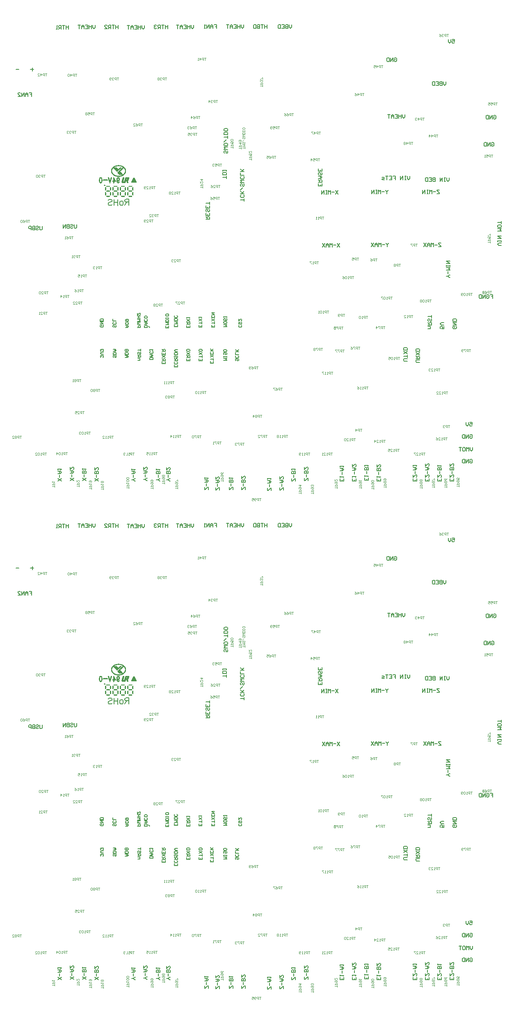
<source format=gbr>
G04 CAM350 V9.5 (Build 208) Date:  Tue Mar 07 15:27:25 2017 *
G04 Database: (Untitled) *
G04 Layer 4: gbo *
%FSLAX24Y24*%
%MOIN*%
%SFA1.000B1.000*%

%MIA0B0*%
%IPPOS*%
%ADD70C,0.00100*%
%ADD71C,0.00200*%
%ADD21C,0.00400*%
%ADD23R,0.00400X0.00400*%
%ADD25C,0.01600*%
%ADD26C,0.00800*%
%ADD31R,0.00200X0.00200*%
%ADD48C,0.00700*%
%ADD53C,0.00600*%
%ADD58C,0.00500*%
%ADD59C,0.00787*%
%LNgbo*%
%LPD*%
G54D70*
X11717Y71450D03*
X11981D03*
G54D21*
X11836Y71305D03*
G54D70*
X11476Y71537D03*
X11560Y71585D03*
X12081Y70768D03*
X12032Y70755D03*
X11956Y70742D03*
X11927Y70738D03*
X11702Y70755D03*
X11476Y70851D03*
G54D71*
X11275Y71195D03*
X11324D03*
X11277Y71157D03*
X11326D03*
X11278Y71232D03*
X11327D03*
X11284Y71119D03*
X11333D03*
X11284Y71269D03*
X11333D03*
X11295Y71083D03*
Y71306D03*
X11344D03*
X11295D03*
X11344D03*
X11310Y71342D03*
X11359Y71343D03*
X11329Y71379D03*
X11340Y71397D03*
X11410Y70908D03*
X11644Y71566D03*
X11544Y71572D03*
X11581Y70846D03*
X12154Y71592D03*
X12021Y70755D03*
X11973Y70747D03*
X11927Y71645D03*
X12166Y71586D03*
X11861Y70740D03*
X11873D03*
X11973Y70747D03*
X12274Y70865D03*
X12324Y70908D03*
X12405Y71009D03*
X12357Y71371D03*
X12390Y71082D03*
X12439D03*
X12390Y71305D03*
X12439D03*
X12390D03*
X12401Y71119D03*
X12449D03*
X12401Y71269D03*
X12450D03*
X12407Y71156D03*
X12456D03*
X12407Y71231D03*
X12456D03*
X12409Y71194D03*
X12458D03*
G54D70*
X12245Y70340D03*
G54D71*
X12676Y70501D03*
G54D70*
X13100Y70622D03*
G54D71*
X12925Y70265D03*
X13104Y70619D03*
X13142D03*
X10388Y70658D03*
X10626Y70454D03*
X10981D03*
G54D70*
X11465Y70213D03*
G54D71*
X11375Y70373D03*
X11644D03*
X11449Y70238D03*
G54D70*
X11855Y70662D03*
X11882Y70657D03*
X11949Y70513D03*
X11945Y70490D03*
X11937Y70452D03*
X11923Y70421D03*
X11880Y70381D03*
X11853Y70374D03*
X11807Y70287D03*
X11925Y70267D03*
G54D71*
X11728Y70602D03*
X11752Y70279D03*
X11785Y70652D03*
X11843Y70421D03*
X11933Y70446D03*
X11908Y70325D03*
X11887Y70386D03*
X11896Y70240D03*
X10807Y69457D03*
X10808Y69230D03*
X10807Y69868D03*
X10808Y69641D03*
X10888Y69557D03*
X11146D03*
X11214Y69457D03*
X11215Y69230D03*
X11214Y69864D03*
X11215Y69637D03*
X11412Y69457D03*
X11413Y69230D03*
X11412Y69868D03*
X11413Y69641D03*
X11493Y69557D03*
X11751D03*
X11819Y69457D03*
Y69230D03*
Y69864D03*
Y69637D03*
X12017Y69457D03*
Y69230D03*
Y69868D03*
Y69641D03*
X12098Y69557D03*
X12355D03*
X12424Y69457D03*
Y69230D03*
Y69864D03*
Y69637D03*
X12623Y69457D03*
Y69230D03*
Y69868D03*
Y69641D03*
X12704Y69557D03*
X12961D03*
X13030Y69457D03*
Y69230D03*
Y69864D03*
Y69637D03*
G54D70*
X11717Y30950D03*
X11981D03*
G54D21*
X11836Y30805D03*
G54D70*
X11476Y31037D03*
X11560Y31085D03*
X12081Y30268D03*
X12032Y30255D03*
X11956Y30242D03*
X11927Y30238D03*
X11702Y30255D03*
X11476Y30351D03*
G54D71*
X11275Y30695D03*
X11324D03*
X11277Y30657D03*
X11326D03*
X11278Y30732D03*
X11327D03*
X11284Y30619D03*
X11333D03*
X11284Y30769D03*
X11333D03*
X11295Y30583D03*
Y30806D03*
X11344D03*
X11295D03*
X11344D03*
X11310Y30842D03*
X11359Y30843D03*
X11329Y30879D03*
X11340Y30897D03*
X11410Y30408D03*
X11644Y31066D03*
X11544Y31072D03*
X11581Y30346D03*
X12154Y31092D03*
X12021Y30255D03*
X11973Y30247D03*
X11927Y31145D03*
X12166Y31086D03*
X11861Y30240D03*
X11873D03*
X11973Y30247D03*
X12274Y30365D03*
X12324Y30408D03*
X12405Y30509D03*
X12357Y30871D03*
X12390Y30582D03*
X12439D03*
X12390Y30805D03*
X12439D03*
X12390D03*
X12401Y30619D03*
X12449D03*
X12401Y30769D03*
X12450D03*
X12407Y30656D03*
X12456D03*
X12407Y30731D03*
X12456D03*
X12409Y30694D03*
X12458D03*
G54D70*
X12245Y29840D03*
G54D71*
X12676Y30001D03*
G54D70*
X13100Y30122D03*
G54D71*
X12925Y29765D03*
X13104Y30119D03*
X13142D03*
X10388Y30158D03*
X10626Y29954D03*
X10981D03*
G54D70*
X11465Y29713D03*
G54D71*
X11375Y29873D03*
X11644D03*
X11449Y29738D03*
G54D70*
X11855Y30162D03*
X11882Y30157D03*
X11949Y30013D03*
X11945Y29990D03*
X11937Y29952D03*
X11923Y29921D03*
X11880Y29881D03*
X11853Y29874D03*
X11807Y29787D03*
X11925Y29767D03*
G54D71*
X11728Y30102D03*
X11752Y29779D03*
X11785Y30152D03*
X11843Y29921D03*
X11933Y29946D03*
X11908Y29825D03*
X11887Y29886D03*
X11896Y29740D03*
X10807Y28957D03*
X10808Y28730D03*
X10807Y29368D03*
X10808Y29141D03*
X10888Y29057D03*
X11146D03*
X11214Y28957D03*
X11215Y28730D03*
X11214Y29364D03*
X11215Y29137D03*
X11412Y28957D03*
X11413Y28730D03*
X11412Y29368D03*
X11413Y29141D03*
X11493Y29057D03*
X11751D03*
X11819Y28957D03*
Y28730D03*
Y29364D03*
Y29137D03*
X12017Y28957D03*
Y28730D03*
Y29368D03*
Y29141D03*
X12098Y29057D03*
X12355D03*
X12424Y28957D03*
Y28730D03*
Y29364D03*
Y29137D03*
X12623Y28957D03*
Y28730D03*
Y29368D03*
Y29141D03*
X12704Y29057D03*
X12961D03*
X13030Y28957D03*
Y28730D03*
Y29364D03*
Y29137D03*
G54D48*
X14319Y18059D02*
G01X14429Y17949D01*
X14319Y58559D02*
G01X14429Y58449D01*
G54D26*
X5000Y38930D02*
G01X4733D01*
X4867Y39064D02*
G01Y38797D01*
X3800Y38930D02*
G01X3534D01*
X5000Y79430D02*
G01X4733D01*
X4867Y79564D02*
G01Y79297D01*
X3800Y79430D02*
G01X3534D01*
G54D53*
X37029Y17869D02*
G01X37229D01*
Y18019*
X37179Y18069*
X37029*
Y18169D02*
G01X37329D01*
Y18319*
X37279Y18369*
X37179*
X37129Y18319*
Y18169*
Y18269D02*
G01X37029Y18369D01*
X37279Y18669D02*
G01X37329Y18619D01*
Y18519*
X37279Y18469*
X37229*
X37179Y18519*
Y18619*
X37129Y18669*
X37079*
X37029Y18619*
Y18519*
X37079Y18469*
X37329Y18769D02*
G01Y18969D01*
Y18869*
X37029*
X40407Y10255D02*
G01X40607D01*
Y10105*
X40507Y10155*
X40457*
X40407Y10105*
Y10005*
X40457Y9955*
X40557*
X40607Y10005*
X40307Y10255D02*
G01Y10055D01*
X40207Y9955*
X40107Y10055*
Y10255*
X35534Y30253D02*
G01Y30053D01*
X35434Y29953*
X35334Y30053*
Y30253*
X35234D02*
G01X35134D01*
X35184*
Y29953*
X35234*
X35134*
X34984D02*
G01Y30253D01*
X34784Y29953*
Y30253*
X34185D02*
G01X34385D01*
Y30103*
X34285*
X34385*
Y29953*
X33885Y30253D02*
G01X34085D01*
Y29953*
X33885*
X34085Y30103D02*
G01X33985D01*
X33785Y30253D02*
G01X33585D01*
X33685*
Y29953*
X33485D02*
G01X33335D01*
X33285Y30003*
X33335Y30053*
X33435*
X33485Y30103*
X33435Y30153*
X33285*
X38750Y30145D02*
G01Y29945D01*
X38650Y29845*
X38550Y29945*
Y30145*
X38450D02*
G01X38350D01*
X38400*
Y29845*
X38450*
X38350*
X38200D02*
G01Y30145D01*
X38001Y29845*
Y30145*
X37601D02*
G01Y29845D01*
X37451*
X37401Y29895*
Y29945*
X37451Y29995*
X37601*
X37451*
X37401Y30045*
Y30095*
X37451Y30145*
X37601*
X37101D02*
G01X37301D01*
Y29845*
X37101*
X37301Y29995D02*
G01X37201D01*
X37001Y30145D02*
G01Y29845D01*
X36851*
X36801Y29895*
Y30095*
X36851Y30145*
X37001*
X40419Y9218D02*
G01X40469Y9268D01*
X40569*
X40619Y9218*
Y9018*
X40569Y8968*
X40469*
X40419Y9018*
Y9118*
X40519*
X40319Y8968D02*
G01Y9268D01*
X40119Y8968*
Y9268*
X40019D02*
G01Y8968D01*
X39869*
X39819Y9018*
Y9218*
X39869Y9268*
X40019*
X5679Y26193D02*
G01Y25943D01*
X5629Y25893*
X5529*
X5479Y25943*
Y26193*
X5179Y26143D02*
G01X5229Y26193D01*
X5329*
X5379Y26143*
Y26093*
X5329Y26043*
X5229*
X5179Y25993*
Y25943*
X5229Y25893*
X5329*
X5379Y25943*
X5079Y26193D02*
G01Y25893D01*
X4929*
X4879Y25943*
Y25993*
X4929Y26043*
X5079*
X4929*
X4879Y26093*
Y26143*
X4929Y26193*
X5079*
X4779Y25893D02*
G01Y26193D01*
X4629*
X4579Y26143*
Y26043*
X4629Y25993*
X4779*
X42337Y35149D02*
G01X42387Y35199D01*
X42487*
X42537Y35149*
Y34949*
X42487Y34899*
X42387*
X42337Y34949*
Y35049*
X42437*
X42237Y34899D02*
G01Y35199D01*
X42037Y34899*
Y35199*
X41937D02*
G01Y34899D01*
X41787*
X41737Y34949*
Y35149*
X41787Y35199*
X41937*
X29727Y29113D02*
G01X29527Y28813D01*
Y29113D02*
G01X29727Y28813D01*
X29427Y28963D02*
G01X29227D01*
X29127Y28813D02*
G01Y29113D01*
X29027Y29013*
X28928Y29113*
Y28813*
X28828Y29113D02*
G01X28728D01*
X28778*
Y28813*
X28828*
X28728*
X28578D02*
G01Y29113D01*
X28378Y28813*
Y29113*
X9989Y42539D02*
G01Y42339D01*
X9889Y42239*
X9789Y42339*
Y42539*
X9690D02*
G01Y42239D01*
Y42389*
X9490*
Y42539*
Y42239*
X9190Y42539D02*
G01X9390D01*
Y42239*
X9190*
X9390Y42389D02*
G01X9290D01*
X9090Y42239D02*
G01Y42439D01*
X8990Y42539*
X8890Y42439*
Y42239*
Y42389*
X9090*
X8790Y42539D02*
G01X8590D01*
X8690*
Y42239*
X35339Y15239D02*
G01X35089D01*
X35039Y15289*
Y15389*
X35089Y15439*
X35339*
Y15539D02*
G01Y15739D01*
Y15639*
X35039*
X35339Y15839D02*
G01X35039Y16039D01*
X35339D02*
G01X35039Y15839D01*
X35339Y16139D02*
G01X35039D01*
Y16289*
X35089Y16339*
X35289*
X35339Y16289*
Y16139*
X40636Y8216D02*
G01Y8016D01*
X40536Y7916*
X40436Y8016*
Y8216*
X40336Y7916D02*
G01Y8216D01*
X40237Y8116*
X40137Y8216*
Y7916*
X39887Y8216D02*
G01X39987D01*
X40037Y8166*
Y7966*
X39987Y7916*
X39887*
X39837Y7966*
Y8166*
X39887Y8216*
X39737D02*
G01X39537D01*
X39637*
Y7916*
X13989Y42499D02*
G01Y42299D01*
X13889Y42199*
X13789Y42299*
Y42499*
X13690D02*
G01Y42199D01*
Y42349*
X13490*
Y42499*
Y42199*
X13190Y42499D02*
G01X13390D01*
Y42199*
X13190*
X13390Y42349D02*
G01X13290D01*
X13090Y42199D02*
G01Y42399D01*
X12990Y42499*
X12890Y42399*
Y42199*
Y42349*
X13090*
X12790Y42499D02*
G01X12590D01*
X12690*
Y42199*
X25939Y42559D02*
G01Y42359D01*
X25839Y42259*
X25739Y42359*
Y42559*
X25640D02*
G01Y42259D01*
X25490*
X25440Y42309*
Y42359*
X25490Y42409*
X25640*
X25490*
X25440Y42459*
Y42509*
X25490Y42559*
X25640*
X25140D02*
G01X25340D01*
Y42259*
X25140*
X25340Y42409D02*
G01X25240D01*
X25040Y42559D02*
G01Y42259D01*
X24890*
X24840Y42309*
Y42509*
X24890Y42559*
X25040*
X22059D02*
G01Y42359D01*
X21959Y42259*
X21859Y42359*
Y42559*
X21760D02*
G01Y42259D01*
Y42409*
X21559*
Y42559*
Y42259*
X21260Y42559D02*
G01X21460D01*
Y42259*
X21260*
X21460Y42409D02*
G01X21360D01*
X21160Y42259D02*
G01Y42459D01*
X21060Y42559*
X20960Y42459*
Y42259*
Y42409*
X21160*
X20860Y42559D02*
G01X20660D01*
X20760*
Y42259*
X17989Y42539D02*
G01Y42339D01*
X17889Y42239*
X17789Y42339*
Y42539*
X17690D02*
G01Y42239D01*
Y42389*
X17490*
Y42539*
Y42239*
X17190Y42539D02*
G01X17390D01*
Y42239*
X17190*
X17390Y42389D02*
G01X17290D01*
X17090Y42239D02*
G01Y42439D01*
X16990Y42539*
X16890Y42439*
Y42239*
Y42389*
X17090*
X16790Y42539D02*
G01X16590D01*
X16690*
Y42239*
X35139Y35269D02*
G01Y35069D01*
X35039Y34969*
X34939Y35069*
Y35269*
X34840D02*
G01Y34969D01*
Y35119*
X34640*
Y35269*
Y34969*
X34340Y35269D02*
G01X34540D01*
Y34969*
X34340*
X34540Y35119D02*
G01X34440D01*
X34240Y34969D02*
G01Y35169D01*
X34140Y35269*
X34040Y35169*
Y34969*
Y35119*
X34240*
X33940Y35269D02*
G01X33740D01*
X33840*
Y34969*
X34279Y39829D02*
G01X34329Y39879D01*
X34429*
X34479Y39829*
Y39629*
X34429Y39579*
X34329*
X34279Y39629*
Y39729*
X34379*
X34180Y39579D02*
G01Y39879D01*
X33980Y39579*
Y39879*
X33880D02*
G01Y39579D01*
X33730*
X33680Y39629*
Y39829*
X33730Y39879*
X33880*
X42075Y20631D02*
G01X42275D01*
Y20482*
X42175*
X42275*
Y20332*
X41775Y20582D02*
G01X41825Y20631D01*
X41925*
X41975Y20582*
Y20382*
X41925Y20332*
X41825*
X41775Y20382*
Y20482*
X41875*
X41676Y20332D02*
G01Y20631D01*
X41476Y20332*
Y20631*
X41376D02*
G01Y20332D01*
X41226*
X41176Y20382*
Y20582*
X41226Y20631*
X41376*
X40419Y7202D02*
G01X40469Y7251D01*
X40569*
X40619Y7202*
Y7002*
X40569Y6952*
X40469*
X40419Y7002*
Y7102*
X40519*
X40319Y6952D02*
G01Y7251D01*
X40119Y6952*
Y7251*
X40019D02*
G01Y6952D01*
X39869*
X39819Y7002*
Y7202*
X39869Y7251*
X40019*
X38315Y18058D02*
G01Y17858D01*
X38165*
X38215Y17958*
Y18008*
X38165Y18058*
X38065*
X38015Y18008*
Y17908*
X38065Y17858*
X38315Y18158D02*
G01X38115D01*
X38015Y18258*
X38115Y18358*
X38315*
X42177Y32947D02*
G01X42227Y32997D01*
X42327*
X42376Y32947*
Y32747*
X42327Y32697*
X42227*
X42177Y32747*
Y32847*
X42277*
X42077Y32697D02*
G01Y32997D01*
X41877Y32697*
Y32997*
X41777D02*
G01Y32697D01*
X41627*
X41577Y32747*
Y32947*
X41627Y32997*
X41777*
X33787Y29133D02*
G01Y29083D01*
X33687Y28983*
X33587Y29083*
Y29133*
X33687Y28983D02*
G01Y28833D01*
X33487Y28983D02*
G01X33287D01*
X33187Y28833D02*
G01Y29133D01*
X33087Y29033*
X32987Y29133*
Y28833*
X32887Y29133D02*
G01X32787D01*
X32837*
Y28833*
X32887*
X32787*
X32637D02*
G01Y29133D01*
X32437Y28833*
Y29133*
X33824Y24839D02*
G01Y24789D01*
X33724Y24689*
X33624Y24789*
Y24839*
X33724Y24689D02*
G01Y24539D01*
X33524Y24689D02*
G01X33324D01*
X33224Y24539D02*
G01Y24839D01*
X33124Y24739*
X33024Y24839*
Y24539*
X32924D02*
G01Y24739D01*
X32824Y24839*
X32724Y24739*
Y24539*
Y24689*
X32924*
X32624Y24839D02*
G01X32424Y24539D01*
Y24839D02*
G01X32624Y24539D01*
X37944Y29144D02*
G01X37744D01*
Y29095*
X37944Y28895*
Y28845*
X37744*
X37644Y28995D02*
G01X37444D01*
X37344Y28845D02*
G01Y29144D01*
X37244Y29045*
X37144Y29144*
Y28845*
X37044Y29144D02*
G01X36944D01*
X36994*
Y28845*
X37044*
X36944*
X36795D02*
G01Y29144D01*
X36595Y28845*
Y29144*
X29850Y24799D02*
G01X29650Y24499D01*
Y24799D02*
G01X29850Y24499D01*
X29550Y24649D02*
G01X29350D01*
X29250Y24499D02*
G01Y24799D01*
X29150Y24699*
X29050Y24799*
Y24499*
X28950D02*
G01Y24699D01*
X28850Y24799*
X28750Y24699*
Y24499*
Y24649*
X28950*
X28650Y24799D02*
G01X28450Y24499D01*
Y24799D02*
G01X28650Y24499D01*
X27295Y5527D02*
G01Y5727D01*
X27245*
X27045Y5527*
X26995*
Y5727*
X27145Y5827D02*
G01Y6027D01*
X27295Y6127D02*
G01X26995D01*
Y6277*
X27045Y6327*
X27095*
X27145Y6277*
Y6127*
Y6277*
X27195Y6327*
X27245*
X27295Y6277*
Y6127*
X26995Y6627D02*
G01Y6427D01*
X27195Y6627*
X27245*
X27295Y6577*
Y6477*
X27245Y6427*
X26252Y5505D02*
G01Y5705D01*
X26202*
X26002Y5505*
X25953*
Y5705*
X26102Y5805D02*
G01Y6005D01*
X26252Y6105D02*
G01X25953D01*
Y6255*
X26002Y6305*
X26052*
X26102Y6255*
Y6105*
Y6255*
X26152Y6305*
X26202*
X26252Y6255*
Y6105*
X25953Y6405D02*
G01Y6505D01*
Y6455*
X26252*
X26202Y6405*
X25291Y4758D02*
G01Y4958D01*
X25241*
X25041Y4758*
X24991*
Y4958*
X25141Y5058D02*
G01Y5258D01*
X24991Y5358D02*
G01X25191D01*
X25291Y5458*
X25191Y5558*
X24991*
X25141*
Y5358*
X24991Y5858D02*
G01Y5658D01*
X25191Y5858*
X25241*
X25291Y5808*
Y5708*
X25241Y5658*
X24285Y4743D02*
G01Y4943D01*
X24235*
X24035Y4743*
X23985*
Y4943*
X24135Y5043D02*
G01Y5243D01*
X23985Y5343D02*
G01X24185D01*
X24285Y5443*
X24185Y5543*
X23985*
X24135*
Y5343*
X23985Y5643D02*
G01Y5743D01*
Y5693*
X24285*
X24235Y5643*
X30196Y5689D02*
G01Y5489D01*
X29897*
Y5689*
X30047Y5489D02*
G01Y5589D01*
X29897Y5789D02*
G01Y5889D01*
Y5839*
X30196*
X30147Y5789*
X30047Y6039D02*
G01Y6239D01*
X29897Y6339D02*
G01X30097D01*
X30196Y6439*
X30097Y6539*
X29897*
X30047*
Y6339*
X29897Y6639D02*
G01Y6739D01*
Y6689*
X30196*
X30147Y6639*
X31188Y5700D02*
G01Y5500D01*
X30888*
Y5700*
X31038Y5500D02*
G01Y5600D01*
X30888Y5800D02*
G01Y5900D01*
Y5850*
X31188*
X31138Y5800*
X31038Y6050D02*
G01Y6250D01*
X30888Y6350D02*
G01X31088D01*
X31188Y6450*
X31088Y6550*
X30888*
X31038*
Y6350*
X30888Y6849D02*
G01Y6649D01*
X31088Y6849*
X31138*
X31188Y6799*
Y6699*
X31138Y6649*
X32189Y5749D02*
G01Y5549D01*
X31889*
Y5749*
X32039Y5549D02*
G01Y5649D01*
X31889Y5849D02*
G01Y5949D01*
Y5899*
X32189*
X32139Y5849*
X32039Y6099D02*
G01Y6299D01*
X32189Y6399D02*
G01X31889D01*
Y6549*
X31939Y6599*
X31989*
X32039Y6549*
Y6399*
Y6549*
X32089Y6599*
X32139*
X32189Y6549*
Y6399*
X31889Y6699D02*
G01Y6799D01*
Y6749*
X32189*
X32139Y6699*
X33183Y5696D02*
G01Y5496D01*
X32883*
Y5696*
X33033Y5496D02*
G01Y5596D01*
X32883Y5796D02*
G01Y5896D01*
Y5846*
X33183*
X33133Y5796*
X33033Y6046D02*
G01Y6246D01*
X33183Y6346D02*
G01X32883D01*
Y6496*
X32933Y6546*
X32983*
X33033Y6496*
Y6346*
Y6496*
X33083Y6546*
X33133*
X33183Y6496*
Y6346*
X32883Y6846D02*
G01Y6646D01*
X33083Y6846*
X33133*
X33183Y6796*
Y6696*
X33133Y6646*
X36128Y5708D02*
G01Y5508D01*
X35828*
Y5708*
X35978Y5508D02*
G01Y5608D01*
X35828Y6008D02*
G01Y5808D01*
X36028Y6008*
X36078*
X36128Y5958*
Y5858*
X36078Y5808*
X35978Y6108D02*
G01Y6308D01*
X35828Y6408D02*
G01X36028D01*
X36128Y6508*
X36028Y6608*
X35828*
X35978*
Y6408*
X35828Y6708D02*
G01Y6808D01*
Y6758*
X36128*
X36078Y6708*
X37129Y5702D02*
G01Y5502D01*
X36829*
Y5702*
X36979Y5502D02*
G01Y5602D01*
X36829Y6001D02*
G01Y5802D01*
X37029Y6001*
X37079*
X37129Y5951*
Y5852*
X37079Y5802*
X36979Y6101D02*
G01Y6301D01*
X36829Y6401D02*
G01X37029D01*
X37129Y6501*
X37029Y6601*
X36829*
X36979*
Y6401*
X36829Y6901D02*
G01Y6701D01*
X37029Y6901*
X37079*
X37129Y6851*
Y6751*
X37079Y6701*
X38130Y5688D02*
G01Y5488D01*
X37831*
Y5688*
X37980Y5488D02*
G01Y5588D01*
X37831Y5988D02*
G01Y5788D01*
X38030Y5988*
X38080*
X38130Y5938*
Y5838*
X38080Y5788*
X37980Y6088D02*
G01Y6288D01*
X38130Y6388D02*
G01X37831D01*
Y6538*
X37881Y6588*
X37931*
X37980Y6538*
Y6388*
Y6538*
X38030Y6588*
X38080*
X38130Y6538*
Y6388*
X37831Y6688D02*
G01Y6788D01*
Y6738*
X38130*
X38080Y6688*
X39132Y5702D02*
G01Y5502D01*
X38832*
Y5702*
X38982Y5502D02*
G01Y5602D01*
X38832Y6001D02*
G01Y5802D01*
X39032Y6001*
X39082*
X39132Y5951*
Y5852*
X39082Y5802*
X38982Y6101D02*
G01Y6301D01*
X39132Y6401D02*
G01X38832D01*
Y6551*
X38882Y6601*
X38932*
X38982Y6551*
Y6401*
Y6551*
X39032Y6601*
X39082*
X39132Y6551*
Y6401*
X38832Y6901D02*
G01Y6701D01*
X39032Y6901*
X39082*
X39132Y6851*
Y6751*
X39082Y6701*
X19176Y4786D02*
G01Y4986D01*
X19126*
X18926Y4786*
X18876*
Y4986*
X19026Y5086D02*
G01Y5286D01*
X18876Y5386D02*
G01X19076D01*
X19176Y5486*
X19076Y5586*
X18876*
X19026*
Y5386*
X18876Y5686D02*
G01Y5786D01*
Y5736*
X19176*
X19126Y5686*
X20077Y4749D02*
G01Y4949D01*
X20027*
X19827Y4749*
X19777*
Y4949*
X19927Y5049D02*
G01Y5249D01*
X19777Y5349D02*
G01X19977D01*
X20077Y5449*
X19977Y5548*
X19777*
X19927*
Y5349*
X19777Y5848D02*
G01Y5649D01*
X19977Y5848*
X20027*
X20077Y5798*
Y5699*
X20027Y5649*
X21176Y4786D02*
G01Y4986D01*
X21126*
X20926Y4786*
X20876*
Y4986*
X21026Y5086D02*
G01Y5286D01*
X21176Y5386D02*
G01X20876D01*
Y5536*
X20926Y5586*
X20976*
X21026Y5536*
Y5386*
Y5536*
X21076Y5586*
X21126*
X21176Y5536*
Y5386*
X20876Y5686D02*
G01Y5786D01*
Y5736*
X21176*
X21126Y5686*
X22176Y4786D02*
G01Y4986D01*
X22126*
X21926Y4786*
X21876*
Y4986*
X22026Y5086D02*
G01Y5286D01*
X22176Y5386D02*
G01X21876D01*
Y5536*
X21926Y5586*
X21976*
X22026Y5536*
Y5386*
Y5536*
X22076Y5586*
X22126*
X22176Y5536*
Y5386*
X21876Y5886D02*
G01Y5686D01*
X22076Y5886*
X22126*
X22176Y5836*
Y5736*
X22126Y5686*
X13241Y5498D02*
G01X13191D01*
X13091Y5598*
X13191Y5698*
X13241*
X13091Y5598D02*
G01X12941D01*
X13091Y5798D02*
G01Y5998D01*
X12941Y6098D02*
G01X13141D01*
X13241Y6198*
X13141Y6298*
X12941*
X13091*
Y6098*
X12941Y6398D02*
G01Y6498D01*
Y6448*
X13241*
X13191Y6398*
X14211Y5531D02*
G01X14161D01*
X14061Y5631*
X14161Y5731*
X14211*
X14061Y5631D02*
G01X13911D01*
X14061Y5830D02*
G01Y6030D01*
X13911Y6130D02*
G01X14111D01*
X14211Y6230*
X14111Y6330*
X13911*
X14061*
Y6130*
X13911Y6630D02*
G01Y6430D01*
X14111Y6630*
X14161*
X14211Y6580*
Y6480*
X14161Y6430*
X15266Y5493D02*
G01X15216D01*
X15116Y5593*
X15216Y5693*
X15266*
X15116Y5593D02*
G01X14966D01*
X15116Y5793D02*
G01Y5993D01*
X15266Y6093D02*
G01X14966D01*
Y6243*
X15016Y6293*
X15066*
X15116Y6243*
Y6093*
Y6243*
X15166Y6293*
X15216*
X15266Y6243*
Y6093*
X14966Y6393D02*
G01Y6493D01*
Y6443*
X15266*
X15216Y6393*
X16074Y5509D02*
G01X16024D01*
X15924Y5609*
X16024Y5709*
X16074*
X15924Y5609D02*
G01X15774D01*
X15924Y5809D02*
G01Y6009D01*
X16074Y6109D02*
G01X15774D01*
Y6259*
X15824Y6309*
X15874*
X15924Y6259*
Y6109*
Y6259*
X15974Y6309*
X16024*
X16074Y6259*
Y6109*
X15774Y6609D02*
G01Y6409D01*
X15974Y6609*
X16024*
X16074Y6559*
Y6459*
X16024Y6409*
X10245Y5492D02*
G01X9945Y5692D01*
X10245D02*
G01X9945Y5492D01*
X10095Y5792D02*
G01Y5992D01*
X10245Y6092D02*
G01X9945D01*
Y6242*
X9995Y6292*
X10045*
X10095Y6242*
Y6092*
Y6242*
X10145Y6292*
X10195*
X10245Y6242*
Y6092*
X9945Y6591D02*
G01Y6391D01*
X10145Y6591*
X10195*
X10245Y6541*
Y6441*
X10195Y6391*
X9245Y5519D02*
G01X8945Y5719D01*
X9245D02*
G01X8945Y5519D01*
X9095Y5819D02*
G01Y6019D01*
X9245Y6119D02*
G01X8945D01*
Y6269*
X8995Y6319*
X9045*
X9095Y6269*
Y6119*
Y6269*
X9145Y6319*
X9195*
X9245Y6269*
Y6119*
X8945Y6419D02*
G01Y6518D01*
Y6468*
X9245*
X9195Y6419*
X8234Y5519D02*
G01X7934Y5719D01*
X8234D02*
G01X7934Y5519D01*
X8084Y5819D02*
G01Y6019D01*
X7934Y6119D02*
G01X8134D01*
X8234Y6219*
X8134Y6319*
X7934*
X8084*
Y6119*
X7934Y6618D02*
G01Y6419D01*
X8134Y6618*
X8184*
X8234Y6568*
Y6468*
X8184Y6419*
X7234Y5503D02*
G01X6934Y5703D01*
X7234D02*
G01X6934Y5503D01*
X7084Y5802D02*
G01Y6002D01*
X6934Y6102D02*
G01X7134D01*
X7234Y6202*
X7134Y6302*
X6934*
X7084*
Y6102*
X6934Y6402D02*
G01Y6502D01*
Y6452*
X7234*
X7184Y6402*
X7829Y42499D02*
G01Y42199D01*
Y42349*
X7629*
Y42499*
Y42199*
X7530Y42499D02*
G01X7330D01*
X7430*
Y42199*
X7230D02*
G01Y42499D01*
X7080*
X7030Y42449*
Y42349*
X7080Y42299*
X7230*
X7130D02*
G01X7030Y42199D01*
X6930D02*
G01X6830D01*
X6880*
Y42499*
X6930Y42449*
X15879Y42539D02*
G01Y42239D01*
Y42389*
X15679*
Y42539*
Y42239*
X15580Y42539D02*
G01X15380D01*
X15480*
Y42239*
X15280D02*
G01Y42539D01*
X15130*
X15080Y42489*
Y42389*
X15130Y42339*
X15280*
X15180D02*
G01X15080Y42239D01*
X14980Y42489D02*
G01X14930Y42539D01*
X14830*
X14780Y42489*
Y42439*
X14830Y42389*
X14880*
X14830*
X14780Y42339*
Y42289*
X14830Y42239*
X14930*
X14980Y42289*
X11859Y42529D02*
G01Y42229D01*
Y42379*
X11659*
Y42529*
Y42229*
X11560Y42529D02*
G01X11360D01*
X11460*
Y42229*
X11260D02*
G01Y42529D01*
X11110*
X11060Y42479*
Y42379*
X11110Y42329*
X11260*
X11160D02*
G01X11060Y42229D01*
X10760D02*
G01X10960D01*
X10760Y42429*
Y42479*
X10810Y42529*
X10910*
X10960Y42479*
X23949Y42559D02*
G01Y42259D01*
Y42409*
X23749*
Y42559*
Y42259*
X23650Y42559D02*
G01X23450D01*
X23550*
Y42259*
X23350Y42559D02*
G01Y42259D01*
X23200*
X23150Y42309*
Y42359*
X23200Y42409*
X23350*
X23200*
X23150Y42459*
Y42509*
X23200Y42559*
X23350*
X23050D02*
G01Y42259D01*
X22900*
X22850Y42309*
Y42509*
X22900Y42559*
X23050*
X42995Y24639D02*
G01X42795D01*
X42695Y24739*
X42795Y24839*
X42995*
Y24939D02*
G01Y25039D01*
Y24989*
X42695*
Y24939*
Y25039*
Y25189D02*
G01X42995D01*
X42695Y25389*
X42995*
X42695Y25788D02*
G01X42995D01*
X42895Y25888*
X42995Y25988*
X42695*
X42995Y26238D02*
G01Y26138D01*
X42945Y26088*
X42745*
X42695Y26138*
Y26238*
X42745Y26288*
X42945*
X42995Y26238*
Y26388D02*
G01Y26588D01*
Y26488*
X42695*
X38480Y37937D02*
G01Y37737D01*
X38380Y37637*
X38280Y37737*
Y37937*
X38180D02*
G01Y37637D01*
X38031*
X37981Y37687*
Y37737*
X38031Y37787*
X38180*
X38031*
X37981Y37837*
Y37887*
X38031Y37937*
X38180*
X37681D02*
G01X37881D01*
Y37637*
X37681*
X37881Y37787D02*
G01X37781D01*
X37581Y37937D02*
G01Y37637D01*
X37431*
X37381Y37687*
Y37887*
X37431Y37937*
X37581*
X19649Y42559D02*
G01X19849D01*
Y42409*
X19749*
X19849*
Y42259*
X19550D02*
G01Y42459D01*
X19450Y42559*
X19350Y42459*
Y42259*
Y42409*
X19550*
X19250Y42259D02*
G01Y42559D01*
X19050Y42259*
Y42559*
X18950Y42259D02*
G01X18850D01*
X18900*
Y42559*
X18950Y42509*
X4607Y37036D02*
G01X4807D01*
Y36886*
X4707*
X4807*
Y36736*
X4507D02*
G01Y36936D01*
X4407Y37036*
X4307Y36936*
Y36736*
Y36886*
X4507*
X4207Y36736D02*
G01Y37036D01*
X4007Y36736*
Y37036*
X3707Y36736D02*
G01X3907D01*
X3707Y36936*
Y36986*
X3757Y37036*
X3857*
X3907Y36986*
X38981Y41349D02*
G01X39180D01*
Y41199*
X39081Y41249*
X39031*
X38981Y41199*
Y41099*
X39031Y41049*
X39130*
X39180Y41099*
X38881Y41349D02*
G01Y41149D01*
X38781Y41049*
X38681Y41149*
Y41349*
X38099Y24827D02*
G01X37899D01*
Y24777*
X38099Y24577*
Y24527*
X37899*
X37799Y24677D02*
G01X37599D01*
X37499Y24527D02*
G01Y24827D01*
X37399Y24727*
X37299Y24827*
Y24527*
X37199D02*
G01Y24727D01*
X37099Y24827*
X36999Y24727*
Y24527*
Y24677*
X37199*
X36899Y24827D02*
G01X36699Y24527D01*
Y24827D02*
G01X36899Y24527D01*
X36349Y15139D02*
G01X36099D01*
X36049Y15189*
Y15289*
X36099Y15339*
X36349*
X36049Y15439D02*
G01X36349D01*
Y15589*
X36299Y15639*
X36199*
X36149Y15589*
Y15439*
Y15539D02*
G01X36049Y15639D01*
X36349Y15739D02*
G01X36049Y15939D01*
X36349D02*
G01X36049Y15739D01*
X36349Y16039D02*
G01X36049D01*
Y16189*
X36099Y16239*
X36299*
X36349Y16189*
Y16039*
X38802Y22023D02*
G01X38752D01*
X38652Y22123*
X38752Y22223*
X38802*
X38652Y22123D02*
G01X38502D01*
X38652Y22323D02*
G01Y22523D01*
X38502Y22623D02*
G01X38802D01*
X38702Y22723*
X38802Y22823*
X38502*
X38802Y22923D02*
G01Y23023D01*
Y22973*
X38502*
Y22923*
Y23023*
Y23173D02*
G01X38802D01*
X38502Y23372*
X38802*
X39286Y18067D02*
G01X39336Y18017D01*
Y17917*
X39286Y17867*
X39086*
X39036Y17917*
Y18017*
X39086Y18067*
X39186*
Y17967*
X39036Y18167D02*
G01X39336D01*
X39036Y18367*
X39336*
Y18467D02*
G01X39036D01*
Y18617*
X39086Y18667*
X39286*
X39336Y18617*
Y18467*
X18982Y26773D02*
G01X19282D01*
Y26923*
X19232Y26973*
X19132*
X19082Y26923*
Y26773*
Y26873D02*
G01X18982Y26973D01*
X19282Y27273D02*
G01Y27073D01*
X18982*
Y27273*
X19132Y27073D02*
G01Y27173D01*
X19232Y27573D02*
G01X19282Y27523D01*
Y27423*
X19232Y27373*
X19182*
X19132Y27423*
Y27523*
X19082Y27573*
X19032*
X18982Y27523*
Y27423*
X19032Y27373*
X19282Y27873D02*
G01Y27673D01*
X18982*
Y27873*
X19132Y27673D02*
G01Y27773D01*
X19282Y27973D02*
G01Y28173D01*
Y28073*
X18982*
X20715Y32326D02*
G01X20765Y32276D01*
Y32176*
X20715Y32126*
X20665*
X20615Y32176*
Y32276*
X20565Y32326*
X20515*
X20465Y32276*
Y32176*
X20515Y32126*
X20765Y32426D02*
G01X20465D01*
X20565Y32525*
X20465Y32625*
X20765*
Y32875D02*
G01Y32775D01*
X20715Y32725*
X20515*
X20465Y32775*
Y32875*
X20515Y32925*
X20715*
X20765Y32875*
X20465Y33025D02*
G01X20665Y33225D01*
X20765Y33325D02*
G01Y33525D01*
Y33425*
X20465*
X20765Y33625D02*
G01X20465D01*
Y33775*
X20515Y33825*
X20715*
X20765Y33775*
Y33625*
Y34075D02*
G01Y33975D01*
X20715Y33925*
X20515*
X20465Y33975*
Y34075*
X20515Y34125*
X20715*
X20765Y34075*
X20648Y30077D02*
G01Y30277D01*
Y30177*
X20348*
X20648Y30377D02*
G01X20348D01*
Y30527*
X20398Y30577*
X20598*
X20648Y30527*
Y30377*
Y30677D02*
G01Y30777D01*
Y30727*
X20348*
Y30677*
Y30777*
X22089Y28233D02*
G01Y28433D01*
Y28333*
X21789*
X22039Y28733D02*
G01X22089Y28683D01*
Y28583*
X22039Y28533*
X21839*
X21789Y28583*
Y28683*
X21839Y28733*
X22089Y28833D02*
G01X21789D01*
X21889*
X22089Y29033*
X21939Y28883*
X21789Y29033*
Y29133D02*
G01X21989Y29333D01*
X22039Y29632D02*
G01X22089Y29582D01*
Y29482*
X22039Y29432*
X21989*
X21939Y29482*
Y29582*
X21889Y29632*
X21839*
X21789Y29582*
Y29482*
X21839Y29432*
X22089Y29732D02*
G01X21789D01*
X21889Y29832*
X21789Y29932*
X22089*
X22039Y30232D02*
G01X22089Y30182D01*
Y30082*
X22039Y30032*
X21839*
X21789Y30082*
Y30182*
X21839Y30232*
X22089Y30332D02*
G01X21789D01*
Y30532*
X22089Y30632D02*
G01X21789D01*
X21889*
X22089Y30832*
X21939Y30682*
X21789Y30832*
X28419Y29649D02*
G01Y29449D01*
X28119*
Y29649*
X28269Y29449D02*
G01Y29549D01*
X28119Y29749D02*
G01X28419D01*
Y29899*
X28369Y29949*
X28269*
X28219Y29899*
Y29749*
Y29849D02*
G01X28119Y29949D01*
Y30049D02*
G01X28319D01*
X28419Y30149*
X28319Y30249*
X28119*
X28269*
Y30049*
X28369Y30549D02*
G01X28419Y30499D01*
Y30399*
X28369Y30349*
X28319*
X28269Y30399*
Y30499*
X28219Y30549*
X28169*
X28119Y30499*
Y30399*
X28169Y30349*
X28419Y30849D02*
G01Y30649D01*
X28119*
Y30849*
X28269Y30649D02*
G01Y30749D01*
X8469Y26339D02*
G01Y26089D01*
X8419Y26039*
X8319*
X8269Y26089*
Y26339*
X7970Y26289D02*
G01X8020Y26339D01*
X8120*
X8169Y26289*
Y26239*
X8120Y26189*
X8020*
X7970Y26139*
Y26089*
X8020Y26039*
X8120*
X8169Y26089*
X7870Y26339D02*
G01Y26039D01*
X7720*
X7670Y26089*
Y26139*
X7720Y26189*
X7870*
X7720*
X7670Y26239*
Y26289*
X7720Y26339*
X7870*
X7570Y26039D02*
G01Y26339D01*
X7370Y26039*
Y26339*
X37029Y58369D02*
G01X37229D01*
Y58519*
X37179Y58569*
X37029*
Y58669D02*
G01X37329D01*
Y58819*
X37279Y58869*
X37179*
X37129Y58819*
Y58669*
Y58769D02*
G01X37029Y58869D01*
X37279Y59169D02*
G01X37329Y59119D01*
Y59019*
X37279Y58969*
X37229*
X37179Y59019*
Y59119*
X37129Y59169*
X37079*
X37029Y59119*
Y59019*
X37079Y58969*
X37329Y59269D02*
G01Y59469D01*
Y59369*
X37029*
X40407Y50755D02*
G01X40607D01*
Y50605*
X40507Y50655*
X40457*
X40407Y50605*
Y50505*
X40457Y50455*
X40557*
X40607Y50505*
X40307Y50755D02*
G01Y50555D01*
X40207Y50455*
X40107Y50555*
Y50755*
X35534Y70753D02*
G01Y70553D01*
X35434Y70453*
X35334Y70553*
Y70753*
X35234D02*
G01X35134D01*
X35184*
Y70453*
X35234*
X35134*
X34984D02*
G01Y70753D01*
X34784Y70453*
Y70753*
X34185D02*
G01X34385D01*
Y70603*
X34285*
X34385*
Y70453*
X33885Y70753D02*
G01X34085D01*
Y70453*
X33885*
X34085Y70603D02*
G01X33985D01*
X33785Y70753D02*
G01X33585D01*
X33685*
Y70453*
X33485D02*
G01X33335D01*
X33285Y70503*
X33335Y70553*
X33435*
X33485Y70603*
X33435Y70653*
X33285*
X38750Y70645D02*
G01Y70445D01*
X38650Y70345*
X38550Y70445*
Y70645*
X38450D02*
G01X38350D01*
X38400*
Y70345*
X38450*
X38350*
X38200D02*
G01Y70645D01*
X38001Y70345*
Y70645*
X37601D02*
G01Y70345D01*
X37451*
X37401Y70395*
Y70445*
X37451Y70495*
X37601*
X37451*
X37401Y70545*
Y70595*
X37451Y70645*
X37601*
X37101D02*
G01X37301D01*
Y70345*
X37101*
X37301Y70495D02*
G01X37201D01*
X37001Y70645D02*
G01Y70345D01*
X36851*
X36801Y70395*
Y70595*
X36851Y70645*
X37001*
X40419Y49718D02*
G01X40469Y49768D01*
X40569*
X40619Y49718*
Y49518*
X40569Y49469*
X40469*
X40419Y49518*
Y49618*
X40519*
X40319Y49469D02*
G01Y49768D01*
X40119Y49469*
Y49768*
X40019D02*
G01Y49469D01*
X39869*
X39819Y49518*
Y49718*
X39869Y49768*
X40019*
X5679Y66693D02*
G01Y66443D01*
X5629Y66393*
X5529*
X5479Y66443*
Y66693*
X5179Y66643D02*
G01X5229Y66693D01*
X5329*
X5379Y66643*
Y66593*
X5329Y66543*
X5229*
X5179Y66493*
Y66443*
X5229Y66393*
X5329*
X5379Y66443*
X5079Y66693D02*
G01Y66393D01*
X4929*
X4879Y66443*
Y66493*
X4929Y66543*
X5079*
X4929*
X4879Y66593*
Y66643*
X4929Y66693*
X5079*
X4779Y66393D02*
G01Y66693D01*
X4629*
X4579Y66643*
Y66543*
X4629Y66493*
X4779*
X42337Y75649D02*
G01X42387Y75699D01*
X42487*
X42537Y75649*
Y75449*
X42487Y75399*
X42387*
X42337Y75449*
Y75549*
X42437*
X42237Y75399D02*
G01Y75699D01*
X42037Y75399*
Y75699*
X41937D02*
G01Y75399D01*
X41787*
X41737Y75449*
Y75649*
X41787Y75699*
X41937*
X29727Y69613D02*
G01X29527Y69313D01*
Y69613D02*
G01X29727Y69313D01*
X29427Y69463D02*
G01X29227D01*
X29127Y69313D02*
G01Y69613D01*
X29027Y69513*
X28928Y69613*
Y69313*
X28828Y69613D02*
G01X28728D01*
X28778*
Y69313*
X28828*
X28728*
X28578D02*
G01Y69613D01*
X28378Y69313*
Y69613*
X9989Y83039D02*
G01Y82839D01*
X9889Y82739*
X9789Y82839*
Y83039*
X9690D02*
G01Y82739D01*
Y82889*
X9490*
Y83039*
Y82739*
X9190Y83039D02*
G01X9390D01*
Y82739*
X9190*
X9390Y82889D02*
G01X9290D01*
X9090Y82739D02*
G01Y82939D01*
X8990Y83039*
X8890Y82939*
Y82739*
Y82889*
X9090*
X8790Y83039D02*
G01X8590D01*
X8690*
Y82739*
X35339Y55739D02*
G01X35089D01*
X35039Y55789*
Y55889*
X35089Y55939*
X35339*
Y56039D02*
G01Y56239D01*
Y56139*
X35039*
X35339Y56339D02*
G01X35039Y56539D01*
X35339D02*
G01X35039Y56339D01*
X35339Y56639D02*
G01X35039D01*
Y56789*
X35089Y56839*
X35289*
X35339Y56789*
Y56639*
X40636Y48716D02*
G01Y48516D01*
X40536Y48416*
X40436Y48516*
Y48716*
X40336Y48416D02*
G01Y48716D01*
X40237Y48616*
X40137Y48716*
Y48416*
X39887Y48716D02*
G01X39987D01*
X40037Y48666*
Y48466*
X39987Y48416*
X39887*
X39837Y48466*
Y48666*
X39887Y48716*
X39737D02*
G01X39537D01*
X39637*
Y48416*
X13989Y82999D02*
G01Y82799D01*
X13889Y82699*
X13789Y82799*
Y82999*
X13690D02*
G01Y82699D01*
Y82849*
X13490*
Y82999*
Y82699*
X13190Y82999D02*
G01X13390D01*
Y82699*
X13190*
X13390Y82849D02*
G01X13290D01*
X13090Y82699D02*
G01Y82899D01*
X12990Y82999*
X12890Y82899*
Y82699*
Y82849*
X13090*
X12790Y82999D02*
G01X12590D01*
X12690*
Y82699*
X25939Y83059D02*
G01Y82859D01*
X25839Y82759*
X25739Y82859*
Y83059*
X25640D02*
G01Y82759D01*
X25490*
X25440Y82809*
Y82859*
X25490Y82909*
X25640*
X25490*
X25440Y82959*
Y83009*
X25490Y83059*
X25640*
X25140D02*
G01X25340D01*
Y82759*
X25140*
X25340Y82909D02*
G01X25240D01*
X25040Y83059D02*
G01Y82759D01*
X24890*
X24840Y82809*
Y83009*
X24890Y83059*
X25040*
X22059D02*
G01Y82859D01*
X21959Y82759*
X21859Y82859*
Y83059*
X21760D02*
G01Y82759D01*
Y82909*
X21559*
Y83059*
Y82759*
X21260Y83059D02*
G01X21460D01*
Y82759*
X21260*
X21460Y82909D02*
G01X21360D01*
X21160Y82759D02*
G01Y82959D01*
X21060Y83059*
X20960Y82959*
Y82759*
Y82909*
X21160*
X20860Y83059D02*
G01X20660D01*
X20760*
Y82759*
X17989Y83039D02*
G01Y82839D01*
X17889Y82739*
X17789Y82839*
Y83039*
X17690D02*
G01Y82739D01*
Y82889*
X17490*
Y83039*
Y82739*
X17190Y83039D02*
G01X17390D01*
Y82739*
X17190*
X17390Y82889D02*
G01X17290D01*
X17090Y82739D02*
G01Y82939D01*
X16990Y83039*
X16890Y82939*
Y82739*
Y82889*
X17090*
X16790Y83039D02*
G01X16590D01*
X16690*
Y82739*
X35139Y75769D02*
G01Y75569D01*
X35039Y75469*
X34939Y75569*
Y75769*
X34840D02*
G01Y75469D01*
Y75619*
X34640*
Y75769*
Y75469*
X34340Y75769D02*
G01X34540D01*
Y75469*
X34340*
X34540Y75619D02*
G01X34440D01*
X34240Y75469D02*
G01Y75669D01*
X34140Y75769*
X34040Y75669*
Y75469*
Y75619*
X34240*
X33940Y75769D02*
G01X33740D01*
X33840*
Y75469*
X34279Y80329D02*
G01X34329Y80379D01*
X34429*
X34479Y80329*
Y80129*
X34429Y80079*
X34329*
X34279Y80129*
Y80229*
X34379*
X34180Y80079D02*
G01Y80379D01*
X33980Y80079*
Y80379*
X33880D02*
G01Y80079D01*
X33730*
X33680Y80129*
Y80329*
X33730Y80379*
X33880*
X42075Y61132D02*
G01X42275D01*
Y60982*
X42175*
X42275*
Y60832*
X41775Y61082D02*
G01X41825Y61132D01*
X41925*
X41975Y61082*
Y60882*
X41925Y60832*
X41825*
X41775Y60882*
Y60982*
X41875*
X41676Y60832D02*
G01Y61132D01*
X41476Y60832*
Y61132*
X41376D02*
G01Y60832D01*
X41226*
X41176Y60882*
Y61082*
X41226Y61132*
X41376*
X40419Y47702D02*
G01X40469Y47752D01*
X40569*
X40619Y47702*
Y47502*
X40569Y47452*
X40469*
X40419Y47502*
Y47602*
X40519*
X40319Y47452D02*
G01Y47752D01*
X40119Y47452*
Y47752*
X40019D02*
G01Y47452D01*
X39869*
X39819Y47502*
Y47702*
X39869Y47752*
X40019*
X38315Y58558D02*
G01Y58358D01*
X38165*
X38215Y58458*
Y58508*
X38165Y58558*
X38065*
X38015Y58508*
Y58408*
X38065Y58358*
X38315Y58658D02*
G01X38115D01*
X38015Y58758*
X38115Y58858*
X38315*
X42177Y73447D02*
G01X42227Y73497D01*
X42327*
X42376Y73447*
Y73247*
X42327Y73197*
X42227*
X42177Y73247*
Y73347*
X42277*
X42077Y73197D02*
G01Y73497D01*
X41877Y73197*
Y73497*
X41777D02*
G01Y73197D01*
X41627*
X41577Y73247*
Y73447*
X41627Y73497*
X41777*
X33787Y69633D02*
G01Y69583D01*
X33687Y69483*
X33587Y69583*
Y69633*
X33687Y69483D02*
G01Y69333D01*
X33487Y69483D02*
G01X33287D01*
X33187Y69333D02*
G01Y69633D01*
X33087Y69533*
X32987Y69633*
Y69333*
X32887Y69633D02*
G01X32787D01*
X32837*
Y69333*
X32887*
X32787*
X32637D02*
G01Y69633D01*
X32437Y69333*
Y69633*
X33824Y65339D02*
G01Y65289D01*
X33724Y65189*
X33624Y65289*
Y65339*
X33724Y65189D02*
G01Y65039D01*
X33524Y65189D02*
G01X33324D01*
X33224Y65039D02*
G01Y65339D01*
X33124Y65239*
X33024Y65339*
Y65039*
X32924D02*
G01Y65239D01*
X32824Y65339*
X32724Y65239*
Y65039*
Y65189*
X32924*
X32624Y65339D02*
G01X32424Y65039D01*
Y65339D02*
G01X32624Y65039D01*
X37944Y69644D02*
G01X37744D01*
Y69595*
X37944Y69395*
Y69345*
X37744*
X37644Y69495D02*
G01X37444D01*
X37344Y69345D02*
G01Y69644D01*
X37244Y69545*
X37144Y69644*
Y69345*
X37044Y69644D02*
G01X36944D01*
X36994*
Y69345*
X37044*
X36944*
X36795D02*
G01Y69644D01*
X36595Y69345*
Y69644*
X29850Y65299D02*
G01X29650Y64999D01*
Y65299D02*
G01X29850Y64999D01*
X29550Y65149D02*
G01X29350D01*
X29250Y64999D02*
G01Y65299D01*
X29150Y65199*
X29050Y65299*
Y64999*
X28950D02*
G01Y65199D01*
X28850Y65299*
X28750Y65199*
Y64999*
Y65149*
X28950*
X28650Y65299D02*
G01X28450Y64999D01*
Y65299D02*
G01X28650Y64999D01*
X27295Y46027D02*
G01Y46227D01*
X27245*
X27045Y46027*
X26995*
Y46227*
X27145Y46327D02*
G01Y46527D01*
X27295Y46627D02*
G01X26995D01*
Y46777*
X27045Y46827*
X27095*
X27145Y46777*
Y46627*
Y46777*
X27195Y46827*
X27245*
X27295Y46777*
Y46627*
X26995Y47127D02*
G01Y46927D01*
X27195Y47127*
X27245*
X27295Y47077*
Y46977*
X27245Y46927*
X26252Y46005D02*
G01Y46205D01*
X26202*
X26002Y46005*
X25953*
Y46205*
X26102Y46305D02*
G01Y46505D01*
X26252Y46605D02*
G01X25953D01*
Y46755*
X26002Y46805*
X26052*
X26102Y46755*
Y46605*
Y46755*
X26152Y46805*
X26202*
X26252Y46755*
Y46605*
X25953Y46905D02*
G01Y47005D01*
Y46955*
X26252*
X26202Y46905*
X25291Y45258D02*
G01Y45458D01*
X25241*
X25041Y45258*
X24991*
Y45458*
X25141Y45558D02*
G01Y45758D01*
X24991Y45858D02*
G01X25191D01*
X25291Y45958*
X25191Y46058*
X24991*
X25141*
Y45858*
X24991Y46358D02*
G01Y46158D01*
X25191Y46358*
X25241*
X25291Y46308*
Y46208*
X25241Y46158*
X24285Y45243D02*
G01Y45443D01*
X24235*
X24035Y45243*
X23985*
Y45443*
X24135Y45543D02*
G01Y45743D01*
X23985Y45843D02*
G01X24185D01*
X24285Y45943*
X24185Y46043*
X23985*
X24135*
Y45843*
X23985Y46143D02*
G01Y46243D01*
Y46193*
X24285*
X24235Y46143*
X30196Y46189D02*
G01Y45989D01*
X29897*
Y46189*
X30047Y45989D02*
G01Y46089D01*
X29897Y46289D02*
G01Y46389D01*
Y46339*
X30196*
X30147Y46289*
X30047Y46539D02*
G01Y46739D01*
X29897Y46839D02*
G01X30097D01*
X30196Y46939*
X30097Y47039*
X29897*
X30047*
Y46839*
X29897Y47139D02*
G01Y47239D01*
Y47189*
X30196*
X30147Y47139*
X31188Y46200D02*
G01Y46000D01*
X30888*
Y46200*
X31038Y46000D02*
G01Y46100D01*
X30888Y46300D02*
G01Y46400D01*
Y46350*
X31188*
X31138Y46300*
X31038Y46550D02*
G01Y46750D01*
X30888Y46850D02*
G01X31088D01*
X31188Y46950*
X31088Y47050*
X30888*
X31038*
Y46850*
X30888Y47349D02*
G01Y47149D01*
X31088Y47349*
X31138*
X31188Y47299*
Y47199*
X31138Y47149*
X32189Y46249D02*
G01Y46049D01*
X31889*
Y46249*
X32039Y46049D02*
G01Y46149D01*
X31889Y46349D02*
G01Y46449D01*
Y46399*
X32189*
X32139Y46349*
X32039Y46599D02*
G01Y46799D01*
X32189Y46899D02*
G01X31889D01*
Y47049*
X31939Y47099*
X31989*
X32039Y47049*
Y46899*
Y47049*
X32089Y47099*
X32139*
X32189Y47049*
Y46899*
X31889Y47199D02*
G01Y47299D01*
Y47249*
X32189*
X32139Y47199*
X33183Y46196D02*
G01Y45996D01*
X32883*
Y46196*
X33033Y45996D02*
G01Y46096D01*
X32883Y46296D02*
G01Y46396D01*
Y46346*
X33183*
X33133Y46296*
X33033Y46546D02*
G01Y46746D01*
X33183Y46846D02*
G01X32883D01*
Y46996*
X32933Y47046*
X32983*
X33033Y46996*
Y46846*
Y46996*
X33083Y47046*
X33133*
X33183Y46996*
Y46846*
X32883Y47346D02*
G01Y47146D01*
X33083Y47346*
X33133*
X33183Y47296*
Y47196*
X33133Y47146*
X36128Y46208D02*
G01Y46008D01*
X35828*
Y46208*
X35978Y46008D02*
G01Y46108D01*
X35828Y46508D02*
G01Y46308D01*
X36028Y46508*
X36078*
X36128Y46458*
Y46358*
X36078Y46308*
X35978Y46608D02*
G01Y46808D01*
X35828Y46908D02*
G01X36028D01*
X36128Y47008*
X36028Y47108*
X35828*
X35978*
Y46908*
X35828Y47208D02*
G01Y47308D01*
Y47258*
X36128*
X36078Y47208*
X37129Y46202D02*
G01Y46002D01*
X36829*
Y46202*
X36979Y46002D02*
G01Y46102D01*
X36829Y46501D02*
G01Y46302D01*
X37029Y46501*
X37079*
X37129Y46451*
Y46352*
X37079Y46302*
X36979Y46601D02*
G01Y46801D01*
X36829Y46901D02*
G01X37029D01*
X37129Y47001*
X37029Y47101*
X36829*
X36979*
Y46901*
X36829Y47401D02*
G01Y47201D01*
X37029Y47401*
X37079*
X37129Y47351*
Y47251*
X37079Y47201*
X38130Y46188D02*
G01Y45988D01*
X37831*
Y46188*
X37980Y45988D02*
G01Y46088D01*
X37831Y46488D02*
G01Y46288D01*
X38030Y46488*
X38080*
X38130Y46438*
Y46338*
X38080Y46288*
X37980Y46588D02*
G01Y46788D01*
X38130Y46888D02*
G01X37831D01*
Y47038*
X37881Y47088*
X37931*
X37980Y47038*
Y46888*
Y47038*
X38030Y47088*
X38080*
X38130Y47038*
Y46888*
X37831Y47188D02*
G01Y47288D01*
Y47238*
X38130*
X38080Y47188*
X39132Y46202D02*
G01Y46002D01*
X38832*
Y46202*
X38982Y46002D02*
G01Y46102D01*
X38832Y46501D02*
G01Y46302D01*
X39032Y46501*
X39082*
X39132Y46451*
Y46352*
X39082Y46302*
X38982Y46601D02*
G01Y46801D01*
X39132Y46901D02*
G01X38832D01*
Y47051*
X38882Y47101*
X38932*
X38982Y47051*
Y46901*
Y47051*
X39032Y47101*
X39082*
X39132Y47051*
Y46901*
X38832Y47401D02*
G01Y47201D01*
X39032Y47401*
X39082*
X39132Y47351*
Y47251*
X39082Y47201*
X19176Y45286D02*
G01Y45486D01*
X19126*
X18926Y45286*
X18876*
Y45486*
X19026Y45586D02*
G01Y45786D01*
X18876Y45886D02*
G01X19076D01*
X19176Y45986*
X19076Y46086*
X18876*
X19026*
Y45886*
X18876Y46186D02*
G01Y46286D01*
Y46236*
X19176*
X19126Y46186*
X20077Y45249D02*
G01Y45449D01*
X20027*
X19827Y45249*
X19777*
Y45449*
X19927Y45549D02*
G01Y45749D01*
X19777Y45849D02*
G01X19977D01*
X20077Y45949*
X19977Y46049*
X19777*
X19927*
Y45849*
X19777Y46348D02*
G01Y46149D01*
X19977Y46348*
X20027*
X20077Y46298*
Y46199*
X20027Y46149*
X21176Y45286D02*
G01Y45486D01*
X21126*
X20926Y45286*
X20876*
Y45486*
X21026Y45586D02*
G01Y45786D01*
X21176Y45886D02*
G01X20876D01*
Y46036*
X20926Y46086*
X20976*
X21026Y46036*
Y45886*
Y46036*
X21076Y46086*
X21126*
X21176Y46036*
Y45886*
X20876Y46186D02*
G01Y46286D01*
Y46236*
X21176*
X21126Y46186*
X22176Y45286D02*
G01Y45486D01*
X22126*
X21926Y45286*
X21876*
Y45486*
X22026Y45586D02*
G01Y45786D01*
X22176Y45886D02*
G01X21876D01*
Y46036*
X21926Y46086*
X21976*
X22026Y46036*
Y45886*
Y46036*
X22076Y46086*
X22126*
X22176Y46036*
Y45886*
X21876Y46386D02*
G01Y46186D01*
X22076Y46386*
X22126*
X22176Y46336*
Y46236*
X22126Y46186*
X13241Y45998D02*
G01X13191D01*
X13091Y46098*
X13191Y46198*
X13241*
X13091Y46098D02*
G01X12941D01*
X13091Y46298D02*
G01Y46498D01*
X12941Y46598D02*
G01X13141D01*
X13241Y46698*
X13141Y46798*
X12941*
X13091*
Y46598*
X12941Y46898D02*
G01Y46998D01*
Y46948*
X13241*
X13191Y46898*
X14211Y46031D02*
G01X14161D01*
X14061Y46131*
X14161Y46230*
X14211*
X14061Y46131D02*
G01X13911D01*
X14061Y46330D02*
G01Y46530D01*
X13911Y46630D02*
G01X14111D01*
X14211Y46730*
X14111Y46830*
X13911*
X14061*
Y46630*
X13911Y47130D02*
G01Y46930D01*
X14111Y47130*
X14161*
X14211Y47080*
Y46980*
X14161Y46930*
X15266Y45993D02*
G01X15216D01*
X15116Y46093*
X15216Y46193*
X15266*
X15116Y46093D02*
G01X14966D01*
X15116Y46293D02*
G01Y46493D01*
X15266Y46593D02*
G01X14966D01*
Y46743*
X15016Y46793*
X15066*
X15116Y46743*
Y46593*
Y46743*
X15166Y46793*
X15216*
X15266Y46743*
Y46593*
X14966Y46893D02*
G01Y46993D01*
Y46943*
X15266*
X15216Y46893*
X16074Y46009D02*
G01X16024D01*
X15924Y46109*
X16024Y46209*
X16074*
X15924Y46109D02*
G01X15774D01*
X15924Y46309D02*
G01Y46509D01*
X16074Y46609D02*
G01X15774D01*
Y46759*
X15824Y46809*
X15874*
X15924Y46759*
Y46609*
Y46759*
X15974Y46809*
X16024*
X16074Y46759*
Y46609*
X15774Y47109D02*
G01Y46909D01*
X15974Y47109*
X16024*
X16074Y47059*
Y46959*
X16024Y46909*
X10245Y45992D02*
G01X9945Y46192D01*
X10245D02*
G01X9945Y45992D01*
X10095Y46292D02*
G01Y46492D01*
X10245Y46592D02*
G01X9945D01*
Y46742*
X9995Y46792*
X10045*
X10095Y46742*
Y46592*
Y46742*
X10145Y46792*
X10195*
X10245Y46742*
Y46592*
X9945Y47091D02*
G01Y46891D01*
X10145Y47091*
X10195*
X10245Y47041*
Y46941*
X10195Y46891*
X9245Y46019D02*
G01X8945Y46219D01*
X9245D02*
G01X8945Y46019D01*
X9095Y46319D02*
G01Y46519D01*
X9245Y46619D02*
G01X8945D01*
Y46769*
X8995Y46819*
X9045*
X9095Y46769*
Y46619*
Y46769*
X9145Y46819*
X9195*
X9245Y46769*
Y46619*
X8945Y46918D02*
G01Y47018D01*
Y46968*
X9245*
X9195Y46918*
X8234Y46019D02*
G01X7934Y46219D01*
X8234D02*
G01X7934Y46019D01*
X8084Y46319D02*
G01Y46519D01*
X7934Y46619D02*
G01X8134D01*
X8234Y46719*
X8134Y46819*
X7934*
X8084*
Y46619*
X7934Y47118D02*
G01Y46918D01*
X8134Y47118*
X8184*
X8234Y47068*
Y46968*
X8184Y46918*
X7234Y46003D02*
G01X6934Y46203D01*
X7234D02*
G01X6934Y46003D01*
X7084Y46302D02*
G01Y46502D01*
X6934Y46602D02*
G01X7134D01*
X7234Y46702*
X7134Y46802*
X6934*
X7084*
Y46602*
X6934Y46902D02*
G01Y47002D01*
Y46952*
X7234*
X7184Y46902*
X7829Y82999D02*
G01Y82699D01*
Y82849*
X7629*
Y82999*
Y82699*
X7530Y82999D02*
G01X7330D01*
X7430*
Y82699*
X7230D02*
G01Y82999D01*
X7080*
X7030Y82949*
Y82849*
X7080Y82799*
X7230*
X7130D02*
G01X7030Y82699D01*
X6930D02*
G01X6830D01*
X6880*
Y82999*
X6930Y82949*
X15879Y83039D02*
G01Y82739D01*
Y82889*
X15679*
Y83039*
Y82739*
X15580Y83039D02*
G01X15380D01*
X15480*
Y82739*
X15280D02*
G01Y83039D01*
X15130*
X15080Y82989*
Y82889*
X15130Y82839*
X15280*
X15180D02*
G01X15080Y82739D01*
X14980Y82989D02*
G01X14930Y83039D01*
X14830*
X14780Y82989*
Y82939*
X14830Y82889*
X14880*
X14830*
X14780Y82839*
Y82789*
X14830Y82739*
X14930*
X14980Y82789*
X11859Y83029D02*
G01Y82729D01*
Y82879*
X11659*
Y83029*
Y82729*
X11560Y83029D02*
G01X11360D01*
X11460*
Y82729*
X11260D02*
G01Y83029D01*
X11110*
X11060Y82979*
Y82879*
X11110Y82829*
X11260*
X11160D02*
G01X11060Y82729D01*
X10760D02*
G01X10960D01*
X10760Y82929*
Y82979*
X10810Y83029*
X10910*
X10960Y82979*
X23949Y83059D02*
G01Y82759D01*
Y82909*
X23749*
Y83059*
Y82759*
X23650Y83059D02*
G01X23450D01*
X23550*
Y82759*
X23350Y83059D02*
G01Y82759D01*
X23200*
X23150Y82809*
Y82859*
X23200Y82909*
X23350*
X23200*
X23150Y82959*
Y83009*
X23200Y83059*
X23350*
X23050D02*
G01Y82759D01*
X22900*
X22850Y82809*
Y83009*
X22900Y83059*
X23050*
X42995Y65139D02*
G01X42795D01*
X42695Y65239*
X42795Y65339*
X42995*
Y65439D02*
G01Y65539D01*
Y65489*
X42695*
Y65439*
Y65539*
Y65689D02*
G01X42995D01*
X42695Y65889*
X42995*
X42695Y66288D02*
G01X42995D01*
X42895Y66388*
X42995Y66488*
X42695*
X42995Y66738D02*
G01Y66638D01*
X42945Y66588*
X42745*
X42695Y66638*
Y66738*
X42745Y66788*
X42945*
X42995Y66738*
Y66888D02*
G01Y67088D01*
Y66988*
X42695*
X38480Y78437D02*
G01Y78237D01*
X38380Y78137*
X38280Y78237*
Y78437*
X38180D02*
G01Y78137D01*
X38031*
X37981Y78187*
Y78237*
X38031Y78287*
X38180*
X38031*
X37981Y78337*
Y78387*
X38031Y78437*
X38180*
X37681D02*
G01X37881D01*
Y78137*
X37681*
X37881Y78287D02*
G01X37781D01*
X37581Y78437D02*
G01Y78137D01*
X37431*
X37381Y78187*
Y78387*
X37431Y78437*
X37581*
X19649Y83059D02*
G01X19849D01*
Y82909*
X19749*
X19849*
Y82759*
X19550D02*
G01Y82959D01*
X19450Y83059*
X19350Y82959*
Y82759*
Y82909*
X19550*
X19250Y82759D02*
G01Y83059D01*
X19050Y82759*
Y83059*
X18950Y82759D02*
G01X18850D01*
X18900*
Y83059*
X18950Y83009*
X4607Y77536D02*
G01X4807D01*
Y77386*
X4707*
X4807*
Y77236*
X4507D02*
G01Y77436D01*
X4407Y77536*
X4307Y77436*
Y77236*
Y77386*
X4507*
X4207Y77236D02*
G01Y77536D01*
X4007Y77236*
Y77536*
X3707Y77236D02*
G01X3907D01*
X3707Y77436*
Y77486*
X3757Y77536*
X3857*
X3907Y77486*
X38981Y81849D02*
G01X39180D01*
Y81699*
X39081Y81749*
X39031*
X38981Y81699*
Y81599*
X39031Y81549*
X39130*
X39180Y81599*
X38881Y81849D02*
G01Y81649D01*
X38781Y81549*
X38681Y81649*
Y81849*
X38099Y65327D02*
G01X37899D01*
Y65277*
X38099Y65077*
Y65027*
X37899*
X37799Y65177D02*
G01X37599D01*
X37499Y65027D02*
G01Y65327D01*
X37399Y65227*
X37299Y65327*
Y65027*
X37199D02*
G01Y65227D01*
X37099Y65327*
X36999Y65227*
Y65027*
Y65177*
X37199*
X36899Y65327D02*
G01X36699Y65027D01*
Y65327D02*
G01X36899Y65027D01*
X36349Y55639D02*
G01X36099D01*
X36049Y55689*
Y55789*
X36099Y55839*
X36349*
X36049Y55939D02*
G01X36349D01*
Y56089*
X36299Y56139*
X36199*
X36149Y56089*
Y55939*
Y56039D02*
G01X36049Y56139D01*
X36349Y56239D02*
G01X36049Y56439D01*
X36349D02*
G01X36049Y56239D01*
X36349Y56539D02*
G01X36049D01*
Y56689*
X36099Y56739*
X36299*
X36349Y56689*
Y56539*
X38802Y62523D02*
G01X38752D01*
X38652Y62623*
X38752Y62723*
X38802*
X38652Y62623D02*
G01X38502D01*
X38652Y62823D02*
G01Y63023D01*
X38502Y63123D02*
G01X38802D01*
X38702Y63223*
X38802Y63323*
X38502*
X38802Y63423D02*
G01Y63523D01*
Y63473*
X38502*
Y63423*
Y63523*
Y63673D02*
G01X38802D01*
X38502Y63872*
X38802*
X39286Y58567D02*
G01X39336Y58517D01*
Y58417*
X39286Y58367*
X39086*
X39036Y58417*
Y58517*
X39086Y58567*
X39186*
Y58467*
X39036Y58667D02*
G01X39336D01*
X39036Y58867*
X39336*
Y58967D02*
G01X39036D01*
Y59117*
X39086Y59167*
X39286*
X39336Y59117*
Y58967*
X18982Y67273D02*
G01X19282D01*
Y67423*
X19232Y67473*
X19132*
X19082Y67423*
Y67273*
Y67373D02*
G01X18982Y67473D01*
X19282Y67773D02*
G01Y67573D01*
X18982*
Y67773*
X19132Y67573D02*
G01Y67673D01*
X19232Y68073D02*
G01X19282Y68023D01*
Y67923*
X19232Y67873*
X19182*
X19132Y67923*
Y68023*
X19082Y68073*
X19032*
X18982Y68023*
Y67923*
X19032Y67873*
X19282Y68373D02*
G01Y68173D01*
X18982*
Y68373*
X19132Y68173D02*
G01Y68273D01*
X19282Y68473D02*
G01Y68673D01*
Y68573*
X18982*
X20715Y72826D02*
G01X20765Y72776D01*
Y72676*
X20715Y72626*
X20665*
X20615Y72676*
Y72776*
X20565Y72826*
X20515*
X20465Y72776*
Y72676*
X20515Y72626*
X20765Y72926D02*
G01X20465D01*
X20565Y73025*
X20465Y73125*
X20765*
Y73375D02*
G01Y73275D01*
X20715Y73225*
X20515*
X20465Y73275*
Y73375*
X20515Y73425*
X20715*
X20765Y73375*
X20465Y73525D02*
G01X20665Y73725D01*
X20765Y73825D02*
G01Y74025D01*
Y73925*
X20465*
X20765Y74125D02*
G01X20465D01*
Y74275*
X20515Y74325*
X20715*
X20765Y74275*
Y74125*
Y74575D02*
G01Y74475D01*
X20715Y74425*
X20515*
X20465Y74475*
Y74575*
X20515Y74625*
X20715*
X20765Y74575*
X20648Y70577D02*
G01Y70777D01*
Y70677*
X20348*
X20648Y70877D02*
G01X20348D01*
Y71027*
X20398Y71077*
X20598*
X20648Y71027*
Y70877*
Y71177D02*
G01Y71277D01*
Y71227*
X20348*
Y71177*
Y71277*
X22089Y68733D02*
G01Y68933D01*
Y68833*
X21789*
X22039Y69233D02*
G01X22089Y69183D01*
Y69083*
X22039Y69033*
X21839*
X21789Y69083*
Y69183*
X21839Y69233*
X22089Y69333D02*
G01X21789D01*
X21889*
X22089Y69533*
X21939Y69383*
X21789Y69533*
Y69633D02*
G01X21989Y69833D01*
X22039Y70132D02*
G01X22089Y70082D01*
Y69982*
X22039Y69933*
X21989*
X21939Y69982*
Y70082*
X21889Y70132*
X21839*
X21789Y70082*
Y69982*
X21839Y69933*
X22089Y70232D02*
G01X21789D01*
X21889Y70332*
X21789Y70432*
X22089*
X22039Y70732D02*
G01X22089Y70682D01*
Y70582*
X22039Y70532*
X21839*
X21789Y70582*
Y70682*
X21839Y70732*
X22089Y70832D02*
G01X21789D01*
Y71032*
X22089Y71132D02*
G01X21789D01*
X21889*
X22089Y71332*
X21939Y71182*
X21789Y71332*
X28419Y70149D02*
G01Y69949D01*
X28119*
Y70149*
X28269Y69949D02*
G01Y70049D01*
X28119Y70249D02*
G01X28419D01*
Y70399*
X28369Y70449*
X28269*
X28219Y70399*
Y70249*
Y70349D02*
G01X28119Y70449D01*
Y70549D02*
G01X28319D01*
X28419Y70649*
X28319Y70749*
X28119*
X28269*
Y70549*
X28369Y71049D02*
G01X28419Y70999D01*
Y70899*
X28369Y70849*
X28319*
X28269Y70899*
Y70999*
X28219Y71049*
X28169*
X28119Y70999*
Y70899*
X28169Y70849*
X28419Y71349D02*
G01Y71149D01*
X28119*
Y71349*
X28269Y71149D02*
G01Y71249D01*
X8469Y66839D02*
G01Y66589D01*
X8419Y66539*
X8319*
X8269Y66589*
Y66839*
X7970Y66789D02*
G01X8020Y66839D01*
X8120*
X8169Y66789*
Y66739*
X8120Y66689*
X8020*
X7970Y66639*
Y66589*
X8020Y66539*
X8120*
X8169Y66589*
X7870Y66839D02*
G01Y66539D01*
X7720*
X7670Y66589*
Y66639*
X7720Y66689*
X7870*
X7720*
X7670Y66739*
Y66789*
X7720Y66839*
X7870*
X7570Y66539D02*
G01Y66839D01*
X7370Y66539*
Y66839*
G54D21*
X12727Y4884D02*
G01Y5018D01*
Y4951*
X12527*
Y5084D02*
G01X12727D01*
Y5184*
X12693Y5218*
X12627*
X12593Y5184*
Y5084*
X12527Y5284D02*
G01Y5351D01*
Y5318*
X12727*
X12693Y5284*
Y5451D02*
G01X12727Y5484D01*
Y5551*
X12693Y5584*
X12560*
X12527Y5551*
Y5484*
X12560Y5451*
X12693*
Y5651D02*
G01X12727Y5684D01*
Y5751*
X12693Y5784*
X12560*
X12527Y5751*
Y5684*
X12560Y5651*
X12693*
X14671Y4868D02*
G01Y5002D01*
Y4935*
X14471*
Y5068D02*
G01X14671D01*
Y5168*
X14637Y5201*
X14571*
X14537Y5168*
Y5068*
X14504Y5268D02*
G01X14471Y5301D01*
Y5368*
X14504Y5401*
X14637*
X14671Y5368*
Y5301*
X14637Y5268*
X14604*
X14571Y5301*
Y5401*
X14504Y5468D02*
G01X14471Y5501D01*
Y5568*
X14504Y5601*
X14637*
X14671Y5568*
Y5501*
X14637Y5468*
X14604*
X14571Y5501*
Y5601*
X15613Y5261D02*
G01Y5395D01*
Y5328*
X15413*
Y5461D02*
G01X15613D01*
Y5561*
X15580Y5595*
X15513*
X15480Y5561*
Y5461*
X15446Y5661D02*
G01X15413Y5695D01*
Y5761*
X15446Y5794*
X15580*
X15613Y5761*
Y5695*
X15580Y5661*
X15546*
X15513Y5695*
Y5794*
X15580Y5861D02*
G01X15613Y5894D01*
Y5961*
X15580Y5994*
X15546*
X15513Y5961*
X15480Y5994*
X15446*
X15413Y5961*
Y5894*
X15446Y5861*
X15480*
X15513Y5894*
X15546Y5861*
X15580*
X15513Y5894D02*
G01Y5961D01*
X16674Y4879D02*
G01Y5012D01*
Y4946*
X16474*
Y5079D02*
G01X16674D01*
Y5179*
X16640Y5212*
X16574*
X16540Y5179*
Y5079*
X16507Y5279D02*
G01X16474Y5312D01*
Y5379*
X16507Y5412*
X16640*
X16674Y5379*
Y5312*
X16640Y5279*
X16607*
X16574Y5312*
Y5412*
X16674Y5479D02*
G01Y5612D01*
X16640*
X16507Y5479*
X16474*
X29659Y4888D02*
G01Y5022D01*
Y4955*
X29459*
Y5088D02*
G01X29659D01*
Y5188*
X29626Y5222*
X29559*
X29526Y5188*
Y5088*
X29492Y5288D02*
G01X29459Y5322D01*
Y5388*
X29492Y5421*
X29626*
X29659Y5388*
Y5322*
X29626Y5288*
X29592*
X29559Y5322*
Y5421*
X29459Y5621D02*
G01Y5488D01*
X29592Y5621*
X29626*
X29659Y5588*
Y5521*
X29626Y5488*
X31610Y4883D02*
G01Y5016D01*
Y4950*
X31410*
Y5083D02*
G01X31610D01*
Y5183*
X31576Y5216*
X31510*
X31476Y5183*
Y5083*
X31443Y5283D02*
G01X31410Y5316D01*
Y5383*
X31443Y5416*
X31576*
X31610Y5383*
Y5316*
X31576Y5283*
X31543*
X31510Y5316*
Y5416*
X31410Y5483D02*
G01Y5549D01*
Y5516*
X31610*
X31576Y5483*
X32606Y4825D02*
G01Y4958D01*
Y4892*
X32406*
Y5025D02*
G01X32606D01*
Y5125*
X32573Y5158*
X32506*
X32473Y5125*
Y5025*
X32439Y5225D02*
G01X32406Y5258D01*
Y5325*
X32439Y5358*
X32573*
X32606Y5325*
Y5258*
X32573Y5225*
X32539*
X32506Y5258*
Y5358*
X32573Y5425D02*
G01X32606Y5458D01*
Y5525*
X32573Y5558*
X32439*
X32406Y5525*
Y5458*
X32439Y5425*
X32573*
X33613Y4953D02*
G01Y5086D01*
Y5020*
X33413*
Y5153D02*
G01X33613D01*
Y5253*
X33579Y5286*
X33513*
X33479Y5253*
Y5153*
X33579Y5353D02*
G01X33613Y5386D01*
Y5453*
X33579Y5486*
X33546*
X33513Y5453*
X33479Y5486*
X33446*
X33413Y5453*
Y5386*
X33446Y5353*
X33479*
X33513Y5386*
X33546Y5353*
X33579*
X33513Y5386D02*
G01Y5453D01*
X33446Y5553D02*
G01X33413Y5586D01*
Y5653*
X33446Y5686*
X33579*
X33613Y5653*
Y5586*
X33579Y5553*
X33546*
X33513Y5586*
Y5686*
X36562Y4910D02*
G01Y5044D01*
Y4977*
X36362*
Y5110D02*
G01X36562D01*
Y5210*
X36529Y5244*
X36462*
X36429Y5210*
Y5110*
X36529Y5310D02*
G01X36562Y5344D01*
Y5410*
X36529Y5444*
X36495*
X36462Y5410*
X36429Y5444*
X36395*
X36362Y5410*
Y5344*
X36395Y5310*
X36429*
X36462Y5344*
X36495Y5310*
X36529*
X36462Y5344D02*
G01Y5410D01*
X36529Y5510D02*
G01X36562Y5543D01*
Y5610*
X36529Y5643*
X36495*
X36462Y5610*
X36429Y5643*
X36395*
X36362Y5610*
Y5543*
X36395Y5510*
X36429*
X36462Y5543*
X36495Y5510*
X36529*
X36462Y5543D02*
G01Y5610D01*
X37543Y4960D02*
G01Y5093D01*
Y5027*
X37343*
Y5160D02*
G01X37543D01*
Y5260*
X37510Y5293*
X37443*
X37410Y5260*
Y5160*
X37510Y5360D02*
G01X37543Y5393D01*
Y5460*
X37510Y5493*
X37476*
X37443Y5460*
X37410Y5493*
X37376*
X37343Y5460*
Y5393*
X37376Y5360*
X37410*
X37443Y5393*
X37476Y5360*
X37510*
X37443Y5393D02*
G01Y5460D01*
X37543Y5560D02*
G01Y5693D01*
X37510*
X37376Y5560*
X37343*
X38545Y4960D02*
G01Y5093D01*
Y5027*
X38345*
Y5160D02*
G01X38545D01*
Y5260*
X38512Y5293*
X38445*
X38412Y5260*
Y5160*
X38512Y5360D02*
G01X38545Y5393D01*
Y5460*
X38512Y5493*
X38478*
X38445Y5460*
X38412Y5493*
X38379*
X38345Y5460*
Y5393*
X38379Y5360*
X38412*
X38445Y5393*
X38478Y5360*
X38512*
X38445Y5393D02*
G01Y5460D01*
X38545Y5693D02*
G01X38512Y5627D01*
X38445Y5560*
X38379*
X38345Y5593*
Y5660*
X38379Y5693*
X38412*
X38445Y5660*
Y5560*
X39562Y5017D02*
G01Y5150D01*
Y5084*
X39362*
Y5217D02*
G01X39562D01*
Y5317*
X39528Y5350*
X39462*
X39428Y5317*
Y5217*
X39528Y5417D02*
G01X39562Y5450D01*
Y5517*
X39528Y5550*
X39495*
X39462Y5517*
X39428Y5550*
X39395*
X39362Y5517*
Y5450*
X39395Y5417*
X39428*
X39462Y5450*
X39495Y5417*
X39528*
X39462Y5450D02*
G01Y5517D01*
X39562Y5750D02*
G01Y5617D01*
X39462*
X39495Y5683*
Y5717*
X39462Y5750*
X39395*
X39362Y5717*
Y5650*
X39395Y5617*
X16415Y12431D02*
G01X16282D01*
X16349*
Y12231*
X16215D02*
G01Y12431D01*
X16115*
X16082Y12397*
Y12331*
X16115Y12297*
X16215*
X16015Y12397D02*
G01X15982Y12431D01*
X15916*
X15882Y12397*
Y12364*
X15916Y12331*
X15882Y12297*
Y12264*
X15916Y12231*
X15982*
X16015Y12264*
Y12297*
X15982Y12331*
X16015Y12364*
Y12397*
X15982Y12331D02*
G01X15916D01*
X15816Y12397D02*
G01X15782Y12431D01*
X15716*
X15682Y12397*
Y12364*
X15716Y12331*
X15749*
X15716*
X15682Y12297*
Y12264*
X15716Y12231*
X15782*
X15816Y12264*
X9073Y11159D02*
G01X8940D01*
X9006*
Y10959*
X8873D02*
G01Y11159D01*
X8773*
X8740Y11125*
Y11059*
X8773Y11025*
X8873*
X8540Y10959D02*
G01X8673D01*
X8540Y11092*
Y11125*
X8573Y11159*
X8640*
X8673Y11125*
X8340Y11159D02*
G01X8473D01*
Y11059*
X8406Y11092*
X8373*
X8340Y11059*
Y10992*
X8373Y10959*
X8440*
X8473Y10992*
X9674Y4827D02*
G01Y4960D01*
Y4893*
X9474*
Y5027D02*
G01X9674D01*
Y5127*
X9641Y5160*
X9574*
X9541Y5127*
Y5027*
X9474Y5227D02*
G01Y5293D01*
Y5260*
X9674*
X9641Y5227*
X9508Y5393D02*
G01X9474Y5427D01*
Y5493*
X9508Y5527*
X9641*
X9674Y5493*
Y5427*
X9641Y5393*
X9608*
X9574Y5427*
Y5527*
X10653Y4784D02*
G01Y4917D01*
Y4850*
X10453*
Y4984D02*
G01X10653D01*
Y5083*
X10620Y5117*
X10553*
X10520Y5083*
Y4984*
X10453Y5183D02*
G01Y5250D01*
Y5217*
X10653*
X10620Y5183*
Y5350D02*
G01X10653Y5383D01*
Y5450*
X10620Y5483*
X10586*
X10553Y5450*
X10520Y5483*
X10486*
X10453Y5450*
Y5383*
X10486Y5350*
X10520*
X10553Y5383*
X10586Y5350*
X10620*
X10553Y5383D02*
G01Y5450D01*
X28133Y23321D02*
G01X27999D01*
X28066*
Y23121*
X27933D02*
G01Y23321D01*
X27833*
X27799Y23287*
Y23221*
X27833Y23187*
X27933*
X27733Y23121D02*
G01X27666D01*
X27699*
Y23321*
X27733Y23287*
X27566Y23321D02*
G01X27433D01*
Y23287*
X27566Y23154*
Y23121*
X35780Y18956D02*
G01X35647D01*
X35713*
Y18756*
X35580D02*
G01Y18956D01*
X35480*
X35447Y18922*
Y18856*
X35480Y18822*
X35580*
X35380Y18756D02*
G01X35313D01*
X35347*
Y18956*
X35380Y18922*
X35080Y18756D02*
G01X35213D01*
X35080Y18889*
Y18922*
X35113Y18956*
X35180*
X35213Y18922*
X28556Y26949D02*
G01X28422D01*
X28489*
Y26749*
X28356D02*
G01Y26949D01*
X28256*
X28222Y26915*
Y26849*
X28256Y26816*
X28356*
X28156Y26749D02*
G01X28089D01*
X28122*
Y26949*
X28156Y26915*
X27989Y26749D02*
G01X27922D01*
X27956*
Y26949*
X27989Y26915*
X32116Y18915D02*
G01X31983D01*
X32050*
Y18715*
X31916D02*
G01Y18915D01*
X31816*
X31783Y18881*
Y18815*
X31816Y18781*
X31916*
X31716Y18715D02*
G01X31650D01*
X31683*
Y18915*
X31716Y18881*
X31550D02*
G01X31516Y18915D01*
X31450*
X31416Y18881*
Y18748*
X31450Y18715*
X31516*
X31550Y18748*
Y18881*
X30235Y19051D02*
G01X30102D01*
X30169*
Y18851*
X30035D02*
G01Y19051D01*
X29935*
X29902Y19018*
Y18951*
X29935Y18918*
X30035*
X29835Y18885D02*
G01X29802Y18851D01*
X29736*
X29702Y18885*
Y19018*
X29736Y19051*
X29802*
X29835Y19018*
Y18985*
X29802Y18951*
X29702*
X34779Y23147D02*
G01X34646D01*
X34713*
Y22947*
X34579D02*
G01Y23147D01*
X34479*
X34446Y23113*
Y23047*
X34479Y23013*
X34579*
X34379Y23113D02*
G01X34346Y23147D01*
X34279*
X34246Y23113*
Y23080*
X34279Y23047*
X34246Y23013*
Y22980*
X34279Y22947*
X34346*
X34379Y22980*
Y23013*
X34346Y23047*
X34379Y23080*
Y23113*
X34346Y23047D02*
G01X34279D01*
X36155Y24767D02*
G01X36021D01*
X36088*
Y24567*
X35955D02*
G01Y24767D01*
X35855*
X35822Y24734*
Y24667*
X35855Y24634*
X35955*
X35755Y24767D02*
G01X35622D01*
Y24734*
X35755Y24600*
Y24567*
X32898Y23562D02*
G01X32765D01*
X32832*
Y23362*
X32698D02*
G01Y23562D01*
X32598*
X32565Y23529*
Y23462*
X32598Y23429*
X32698*
X32365Y23562D02*
G01X32432Y23529D01*
X32498Y23462*
Y23395*
X32465Y23362*
X32398*
X32365Y23395*
Y23429*
X32398Y23462*
X32498*
X31371Y23628D02*
G01X31237D01*
X31304*
Y23428*
X31171D02*
G01Y23628D01*
X31071*
X31038Y23595*
Y23528*
X31071Y23495*
X31171*
X30838Y23628D02*
G01X30971D01*
Y23528*
X30904Y23561*
X30871*
X30838Y23528*
Y23461*
X30871Y23428*
X30938*
X30971Y23461*
X31663Y9721D02*
G01X31529D01*
X31596*
Y9521*
X31463D02*
G01Y9721D01*
X31363*
X31329Y9688*
Y9621*
X31363Y9588*
X31463*
X31163Y9521D02*
G01Y9721D01*
X31263Y9621*
X31129*
X38789Y10029D02*
G01X38656D01*
X38723*
Y9829*
X38589D02*
G01Y10029D01*
X38490*
X38456Y9996*
Y9929*
X38490Y9896*
X38589*
X38390Y9996D02*
G01X38356Y10029D01*
X38290*
X38256Y9996*
Y9963*
X38290Y9929*
X38323*
X38290*
X38256Y9896*
Y9863*
X38290Y9829*
X38356*
X38390Y9863*
X8685Y5021D02*
G01Y5155D01*
Y5088*
X8485*
Y5221D02*
G01X8685D01*
Y5321*
X8652Y5355*
X8585*
X8552Y5321*
Y5221*
X8485Y5555D02*
G01Y5421D01*
X8618Y5555*
X8652*
X8685Y5521*
Y5455*
X8652Y5421*
X6696Y5000D02*
G01Y5133D01*
Y5066*
X6496*
Y5200D02*
G01X6696D01*
Y5300*
X6662Y5333*
X6596*
X6562Y5300*
Y5200*
X6496Y5400D02*
G01Y5466D01*
Y5433*
X6696*
X6662Y5400*
X34715Y15568D02*
G01X34582D01*
X34648*
Y15368*
X34515D02*
G01Y15568D01*
X34415*
X34382Y15534*
Y15468*
X34415Y15434*
X34515*
X34315Y15368D02*
G01X34249D01*
X34282*
Y15568*
X34315Y15534*
X34149D02*
G01X34115Y15568D01*
X34049*
X34015Y15534*
Y15401*
X34049Y15368*
X34115*
X34149Y15401*
Y15534*
X33815Y15568D02*
G01X33949D01*
Y15468*
X33882Y15501*
X33849*
X33815Y15468*
Y15401*
X33849Y15368*
X33915*
X33949Y15401*
X36721Y35009D02*
G01X36588D01*
X36655*
Y34809*
X36521D02*
G01Y35009D01*
X36421*
X36388Y34976*
Y34909*
X36421Y34876*
X36521*
X36221Y34809D02*
G01Y35009D01*
X36321Y34909*
X36188*
X36121Y34976D02*
G01X36088Y35009D01*
X36021*
X35988Y34976*
Y34943*
X36021Y34909*
X36055*
X36021*
X35988Y34876*
Y34843*
X36021Y34809*
X36088*
X36121Y34843*
X35780Y33024D02*
G01X35647D01*
X35714*
Y32824*
X35580D02*
G01Y33024D01*
X35480*
X35447Y32990*
Y32924*
X35480Y32890*
X35580*
X35280Y32824D02*
G01Y33024D01*
X35380Y32924*
X35247*
X35180Y32990D02*
G01X35147Y33024D01*
X35080*
X35047Y32990*
Y32957*
X35080Y32924*
X35047Y32890*
Y32857*
X35080Y32824*
X35147*
X35180Y32857*
Y32890*
X35147Y32924*
X35180Y32957*
Y32990*
X35147Y32924D02*
G01X35080D01*
X37802Y33620D02*
G01X37669D01*
X37736*
Y33420*
X37602D02*
G01Y33620D01*
X37502*
X37469Y33586*
Y33520*
X37502Y33486*
X37602*
X37302Y33420D02*
G01Y33620D01*
X37402Y33520*
X37269*
X37102Y33420D02*
G01Y33620D01*
X37202Y33520*
X37069*
X42277Y31999D02*
G01X42144D01*
X42211*
Y31799*
X42077D02*
G01Y31999D01*
X41977*
X41944Y31965*
Y31899*
X41977Y31865*
X42077*
X41744Y31999D02*
G01X41878D01*
Y31899*
X41811Y31932*
X41777*
X41744Y31899*
Y31832*
X41777Y31799*
X41844*
X41878Y31832*
X41678Y31799D02*
G01X41611D01*
X41644*
Y31999*
X41678Y31965*
X33342Y39278D02*
G01X33209D01*
X33276*
Y39078*
X33142D02*
G01Y39278D01*
X33042*
X33009Y39244*
Y39178*
X33042Y39144*
X33142*
X32842Y39078D02*
G01Y39278D01*
X32942Y39178*
X32809*
X32609Y39278D02*
G01X32743D01*
Y39178*
X32676Y39211*
X32643*
X32609Y39178*
Y39111*
X32643Y39078*
X32709*
X32743Y39111*
X42179Y20948D02*
G01X42045D01*
X42112*
Y20748*
X41979D02*
G01Y20948D01*
X41879*
X41846Y20915*
Y20848*
X41879Y20815*
X41979*
X41646Y20948D02*
G01X41712Y20915D01*
X41779Y20848*
Y20782*
X41746Y20748*
X41679*
X41646Y20782*
Y20815*
X41679Y20848*
X41779*
X41579Y20915D02*
G01X41546Y20948D01*
X41479*
X41446Y20915*
Y20882*
X41479Y20848*
X41446Y20815*
Y20782*
X41479Y20748*
X41546*
X41579Y20782*
Y20815*
X41546Y20848*
X41579Y20882*
Y20915*
X41546Y20848D02*
G01X41479D01*
X4642Y26686D02*
G01X4508D01*
X4575*
Y26486*
X4442D02*
G01Y26686D01*
X4342*
X4308Y26653*
Y26586*
X4342Y26553*
X4442*
X4108Y26686D02*
G01X4175Y26653D01*
X4242Y26586*
Y26519*
X4208Y26486*
X4142*
X4108Y26519*
Y26553*
X4142Y26586*
X4242*
X4042Y26653D02*
G01X4008Y26686D01*
X3942*
X3908Y26653*
Y26519*
X3942Y26486*
X4008*
X4042Y26519*
Y26653*
X8168Y25366D02*
G01X8035D01*
X8102*
Y25166*
X7968D02*
G01Y25366D01*
X7868*
X7835Y25333*
Y25266*
X7868Y25233*
X7968*
X7635Y25366D02*
G01X7702Y25333D01*
X7768Y25266*
Y25200*
X7735Y25166*
X7668*
X7635Y25200*
Y25233*
X7668Y25266*
X7768*
X7568Y25166D02*
G01X7502D01*
X7535*
Y25366*
X7568Y25333*
X18993Y39873D02*
G01X18859D01*
X18926*
Y39673*
X18793D02*
G01Y39873D01*
X18693*
X18660Y39840*
Y39773*
X18693Y39740*
X18793*
X18493Y39673D02*
G01Y39873D01*
X18593Y39773*
X18460*
X18393Y39673D02*
G01X18326D01*
X18360*
Y39873*
X18393Y39840*
X40488Y16193D02*
G01X40354D01*
X40421*
Y15993*
X40288D02*
G01Y16193D01*
X40188*
X40154Y16160*
Y16093*
X40188Y16060*
X40288*
X40088Y16193D02*
G01X39954D01*
Y16160*
X40088Y16027*
Y15993*
X39888Y16027D02*
G01X39854Y15993D01*
X39788*
X39754Y16027*
Y16160*
X39788Y16193*
X39854*
X39888Y16160*
Y16127*
X39854Y16093*
X39754*
X42079Y24827D02*
G01Y24960D01*
Y24894*
X41879*
Y25027D02*
G01X42079D01*
Y25127*
X42046Y25160*
X41979*
X41946Y25127*
Y25027*
X42079Y25360D02*
G01Y25227D01*
X41979*
X42013Y25294*
Y25327*
X41979Y25360*
X41913*
X41879Y25327*
Y25260*
X41913Y25227*
X42079Y25427D02*
G01Y25560D01*
X42046*
X41913Y25427*
X41879*
X31816Y37014D02*
G01X31683D01*
X31749*
Y36814*
X31616D02*
G01Y37014D01*
X31516*
X31483Y36981*
Y36914*
X31516Y36881*
X31616*
X31316Y36814D02*
G01Y37014D01*
X31416Y36914*
X31283*
X31083Y37014D02*
G01X31150Y36981D01*
X31216Y36914*
Y36847*
X31183Y36814*
X31116*
X31083Y36847*
Y36881*
X31116Y36914*
X31216*
X6042Y38590D02*
G01X5909D01*
X5975*
Y38390*
X5842D02*
G01Y38590D01*
X5742*
X5709Y38556*
Y38490*
X5742Y38456*
X5842*
X5542Y38390D02*
G01Y38590D01*
X5642Y38490*
X5509*
X5309Y38390D02*
G01X5442D01*
X5309Y38523*
Y38556*
X5342Y38590*
X5409*
X5442Y38556*
X28299Y33869D02*
G01X28166D01*
X28233*
Y33669*
X28099D02*
G01Y33869D01*
X28000*
X27966Y33836*
Y33769*
X28000Y33736*
X28099*
X27800Y33669D02*
G01Y33869D01*
X27900Y33769*
X27766*
X27700Y33869D02*
G01X27566D01*
Y33836*
X27700Y33703*
Y33669*
X38681Y41804D02*
G01X38547D01*
X38614*
Y41604*
X38481D02*
G01Y41804D01*
X38381*
X38347Y41771*
Y41704*
X38381Y41671*
X38481*
X38281Y41771D02*
G01X38247Y41804D01*
X38181*
X38148Y41771*
Y41737*
X38181Y41704*
X38214*
X38181*
X38148Y41671*
Y41637*
X38181Y41604*
X38247*
X38281Y41637*
X37948Y41804D02*
G01X38014Y41771D01*
X38081Y41704*
Y41637*
X38048Y41604*
X37981*
X37948Y41637*
Y41671*
X37981Y41704*
X38081*
X28444Y16298D02*
G01X28311D01*
X28377*
Y16098*
X28244D02*
G01Y16298D01*
X28144*
X28111Y16264*
Y16198*
X28144Y16164*
X28244*
X28044Y16298D02*
G01X27911D01*
Y16264*
X28044Y16131*
Y16098*
X27844Y16264D02*
G01X27811Y16298D01*
X27744*
X27711Y16264*
Y16231*
X27744Y16198*
X27711Y16164*
Y16131*
X27744Y16098*
X27811*
X27844Y16131*
Y16164*
X27811Y16198*
X27844Y16231*
Y16264*
X27811Y16198D02*
G01X27744D01*
X33525Y18051D02*
G01X33392D01*
X33459*
Y17851*
X33325D02*
G01Y18051D01*
X33225*
X33192Y18018*
Y17951*
X33225Y17918*
X33325*
X33125Y18051D02*
G01X32992D01*
Y18018*
X33125Y17884*
Y17851*
X32825D02*
G01Y18051D01*
X32925Y17951*
X32792*
X23523Y10881D02*
G01X23390D01*
X23456*
Y10681*
X23323D02*
G01Y10881D01*
X23223*
X23190Y10848*
Y10781*
X23223Y10748*
X23323*
X23123Y10848D02*
G01X23090Y10881D01*
X23023*
X22990Y10848*
Y10815*
X23023Y10781*
X22990Y10748*
Y10715*
X23023Y10681*
X23090*
X23123Y10715*
Y10748*
X23090Y10781*
X23123Y10815*
Y10848*
X23090Y10781D02*
G01X23023D01*
X22823Y10681D02*
G01Y10881D01*
X22923Y10781*
X22790*
X30117Y18048D02*
G01X29983D01*
X30050*
Y17848*
X29917D02*
G01Y18048D01*
X29817*
X29783Y18015*
Y17948*
X29817Y17915*
X29917*
X29717Y18048D02*
G01X29583D01*
Y18015*
X29717Y17882*
Y17848*
X29384Y18048D02*
G01X29517D01*
Y17948*
X29450Y17982*
X29417*
X29384Y17948*
Y17882*
X29417Y17848*
X29484*
X29517Y17882*
X31477Y16411D02*
G01X31344D01*
X31411*
Y16212*
X31277D02*
G01Y16411D01*
X31177*
X31144Y16378*
Y16312*
X31177Y16278*
X31277*
X31077Y16411D02*
G01X30944D01*
Y16378*
X31077Y16245*
Y16212*
X30744Y16411D02*
G01X30811Y16378D01*
X30877Y16312*
Y16245*
X30844Y16212*
X30777*
X30744Y16245*
Y16278*
X30777Y16312*
X30877*
X30203Y16175D02*
G01X30069D01*
X30136*
Y15975*
X30003D02*
G01Y16175D01*
X29903*
X29869Y16142*
Y16075*
X29903Y16042*
X30003*
X29803Y16175D02*
G01X29669D01*
Y16142*
X29803Y16009*
Y15975*
X29603Y16175D02*
G01X29469D01*
Y16142*
X29603Y16009*
Y15975*
X8480Y38551D02*
G01X8347D01*
X8414*
Y38351*
X8280D02*
G01Y38551D01*
X8180*
X8147Y38518*
Y38451*
X8180Y38418*
X8280*
X7980Y38351D02*
G01Y38551D01*
X8080Y38451*
X7947*
X7881Y38518D02*
G01X7847Y38551D01*
X7781*
X7747Y38518*
Y38385*
X7781Y38351*
X7847*
X7881Y38385*
Y38518*
X11869Y38249D02*
G01X11736D01*
X11803*
Y38050*
X11669D02*
G01Y38249D01*
X11569*
X11536Y38216*
Y38149*
X11569Y38116*
X11669*
X11469Y38216D02*
G01X11436Y38249D01*
X11369*
X11336Y38216*
Y38183*
X11369Y38149*
X11403*
X11369*
X11336Y38116*
Y38083*
X11369Y38050*
X11436*
X11469Y38083*
X11269D02*
G01X11236Y38050D01*
X11169*
X11136Y38083*
Y38216*
X11169Y38249*
X11236*
X11269Y38216*
Y38183*
X11236Y38149*
X11136*
X15772Y38273D02*
G01X15639D01*
X15706*
Y38073*
X15572D02*
G01Y38273D01*
X15472*
X15439Y38240*
Y38173*
X15472Y38140*
X15572*
X15372Y38240D02*
G01X15339Y38273D01*
X15272*
X15239Y38240*
Y38206*
X15272Y38173*
X15306*
X15272*
X15239Y38140*
Y38106*
X15272Y38073*
X15339*
X15372Y38106*
X15173Y38240D02*
G01X15139Y38273D01*
X15073*
X15039Y38240*
Y38206*
X15073Y38173*
X15039Y38140*
Y38106*
X15073Y38073*
X15139*
X15173Y38106*
Y38140*
X15139Y38173*
X15173Y38206*
Y38240*
X15139Y38173D02*
G01X15073D01*
X23568Y37535D02*
G01Y37668D01*
Y37602*
X23368*
Y37735D02*
G01X23568D01*
Y37835*
X23535Y37868*
X23468*
X23434Y37835*
Y37735*
X23535Y37935D02*
G01X23568Y37968D01*
Y38035*
X23535Y38068*
X23501*
X23468Y38035*
Y38002*
Y38035*
X23434Y38068*
X23401*
X23368Y38035*
Y37968*
X23401Y37935*
X23568Y38135D02*
G01Y38268D01*
X23535*
X23401Y38135*
X23368*
X42651Y36227D02*
G01X42517D01*
X42584*
Y36027*
X42451D02*
G01Y36227D01*
X42351*
X42317Y36193*
Y36127*
X42351Y36093*
X42451*
X42118Y36227D02*
G01X42251D01*
Y36127*
X42184Y36160*
X42151*
X42118Y36127*
Y36060*
X42151Y36027*
X42218*
X42251Y36060*
X41918Y36227D02*
G01X42051D01*
Y36127*
X41984Y36160*
X41951*
X41918Y36127*
Y36060*
X41951Y36027*
X42018*
X42051Y36060*
X23446Y4099D02*
G01X23313D01*
X23379*
Y3899*
X23246D02*
G01Y4099D01*
X23146*
X23113Y4066*
Y3999*
X23146Y3966*
X23246*
X23046Y3933D02*
G01X23013Y3899D01*
X22946*
X22913Y3933*
Y4066*
X22946Y4099*
X23013*
X23046Y4066*
Y4033*
X23013Y3999*
X22913*
X22713Y4099D02*
G01X22846D01*
Y3999*
X22780Y4033*
X22746*
X22713Y3999*
Y3933*
X22746Y3899*
X22813*
X22846Y3933*
X20391Y5478D02*
G01Y5611D01*
Y5545*
X20191*
Y5678D02*
G01X20391D01*
Y5778*
X20358Y5811*
X20291*
X20258Y5778*
Y5678*
X20224Y5878D02*
G01X20191Y5911D01*
Y5978*
X20224Y6011*
X20358*
X20391Y5978*
Y5911*
X20358Y5878*
X20324*
X20291Y5911*
Y6011*
X20391Y6211D02*
G01X20358Y6144D01*
X20291Y6078*
X20224*
X20191Y6111*
Y6178*
X20224Y6211*
X20258*
X20291Y6178*
Y6078*
X27729Y4459D02*
G01Y4593D01*
Y4526*
X27529*
Y4659D02*
G01X27729D01*
Y4759*
X27696Y4793*
X27629*
X27596Y4759*
Y4659*
X27563Y4859D02*
G01X27529Y4893D01*
Y4959*
X27563Y4993*
X27696*
X27729Y4959*
Y4893*
X27696Y4859*
X27663*
X27629Y4893*
Y4993*
X27696Y5059D02*
G01X27729Y5093D01*
Y5159*
X27696Y5193*
X27663*
X27629Y5159*
Y5126*
Y5159*
X27596Y5193*
X27563*
X27529Y5159*
Y5093*
X27563Y5059*
X26715Y4470D02*
G01Y4603D01*
Y4536*
X26515*
Y4669D02*
G01X26715D01*
Y4769*
X26681Y4803*
X26615*
X26581Y4769*
Y4669*
X26548Y4869D02*
G01X26515Y4903D01*
Y4969*
X26548Y5003*
X26681*
X26715Y4969*
Y4903*
X26681Y4869*
X26648*
X26615Y4903*
Y5003*
X26515Y5169D02*
G01X26715D01*
X26615Y5069*
Y5203*
X28939Y19332D02*
G01X28806D01*
X28873*
Y19132*
X28739D02*
G01Y19332D01*
X28640*
X28606Y19299*
Y19232*
X28640Y19199*
X28739*
X28540Y19132D02*
G01X28473D01*
X28506*
Y19332*
X28540Y19299*
X28373D02*
G01X28340Y19332D01*
X28273*
X28240Y19299*
Y19165*
X28273Y19132*
X28340*
X28373Y19165*
Y19299*
X28173Y19132D02*
G01X28106D01*
X28140*
Y19332*
X28173Y19299*
X28201Y31697D02*
G01X28067D01*
X28134*
Y31497*
X28001D02*
G01Y31697D01*
X27901*
X27867Y31664*
Y31597*
X27901Y31564*
X28001*
X27668Y31697D02*
G01X27801D01*
Y31597*
X27734Y31631*
X27701*
X27668Y31597*
Y31531*
X27701Y31497*
X27768*
X27801Y31531*
X27501Y31497D02*
G01Y31697D01*
X27601Y31597*
X27468*
X20098Y28572D02*
G01X19965D01*
X20031*
Y28372*
X19898D02*
G01Y28572D01*
X19798*
X19765Y28538*
Y28472*
X19798Y28438*
X19898*
X19565Y28572D02*
G01X19698D01*
Y28472*
X19632Y28505*
X19598*
X19565Y28472*
Y28405*
X19598Y28372*
X19665*
X19698Y28405*
X19365Y28572D02*
G01X19432Y28538D01*
X19498Y28472*
Y28405*
X19465Y28372*
X19398*
X19365Y28405*
Y28438*
X19398Y28472*
X19498*
X21834Y32456D02*
G01Y32589D01*
Y32522*
X21634*
Y32656D02*
G01X21834D01*
Y32756*
X21801Y32789*
X21734*
X21701Y32756*
Y32656*
X21634Y32956D02*
G01X21834D01*
X21734Y32856*
Y32989*
X21668Y33056D02*
G01X21634Y33089D01*
Y33156*
X21668Y33189*
X21801*
X21834Y33156*
Y33089*
X21801Y33056*
X21768*
X21734Y33089*
Y33189*
X22679Y31569D02*
G01Y31703D01*
Y31636*
X22479*
Y31769D02*
G01X22679D01*
Y31869*
X22646Y31903*
X22579*
X22546Y31869*
Y31769*
X22679Y32103D02*
G01Y31969D01*
X22579*
X22613Y32036*
Y32069*
X22579Y32103*
X22513*
X22479Y32069*
Y32003*
X22513Y31969*
X22479Y32303D02*
G01Y32169D01*
X22613Y32303*
X22646*
X22679Y32269*
Y32203*
X22646Y32169*
X21174Y32542D02*
G01Y32676D01*
Y32609*
X20974*
Y32742D02*
G01X21174D01*
Y32842*
X21141Y32876*
X21074*
X21041Y32842*
Y32742*
X21174Y33076D02*
G01Y32942D01*
X21074*
X21107Y33009*
Y33042*
X21074Y33076*
X21007*
X20974Y33042*
Y32976*
X21007Y32942*
X21141Y33142D02*
G01X21174Y33176D01*
Y33242*
X21141Y33275*
X21007*
X20974Y33242*
Y33176*
X21007Y33142*
X21141*
X20265Y31281D02*
G01X20132D01*
X20198*
Y31081*
X20065D02*
G01Y31281D01*
X19965*
X19932Y31248*
Y31181*
X19965Y31148*
X20065*
X19732Y31281D02*
G01X19865D01*
Y31181*
X19798Y31214*
X19765*
X19732Y31181*
Y31114*
X19765Y31081*
X19832*
X19865Y31114*
X19665Y31248D02*
G01X19632Y31281D01*
X19565*
X19532Y31248*
Y31214*
X19565Y31181*
X19598*
X19565*
X19532Y31148*
Y31114*
X19565Y31081*
X19632*
X19665Y31114*
X10520Y22924D02*
G01X10387D01*
X10453*
Y22724*
X10320D02*
G01Y22924D01*
X10220*
X10187Y22891*
Y22824*
X10220Y22791*
X10320*
X10120Y22724D02*
G01X10053D01*
X10087*
Y22924*
X10120Y22891*
X9953D02*
G01X9920Y22924D01*
X9853*
X9820Y22891*
Y22857*
X9853Y22824*
X9887*
X9853*
X9820Y22791*
Y22757*
X9853Y22724*
X9920*
X9953Y22757*
X7860Y20589D02*
G01X7726D01*
X7793*
Y20389*
X7660D02*
G01Y20589D01*
X7560*
X7526Y20555*
Y20489*
X7560Y20455*
X7660*
X7460Y20389D02*
G01X7393D01*
X7426*
Y20589*
X7460Y20555*
X7193Y20389D02*
G01Y20589D01*
X7293Y20489*
X7160*
X9299Y22271D02*
G01X9166D01*
X9233*
Y22071*
X9099D02*
G01Y22271D01*
X8999*
X8966Y22237*
Y22171*
X8999Y22137*
X9099*
X8899Y22071D02*
G01X8833D01*
X8866*
Y22271*
X8899Y22237*
X8600Y22271D02*
G01X8733D01*
Y22171*
X8666Y22204*
X8633*
X8600Y22171*
Y22104*
X8633Y22071*
X8700*
X8733Y22104*
X9007Y21050D02*
G01X8874D01*
X8940*
Y20850*
X8807D02*
G01Y21050D01*
X8707*
X8674Y21017*
Y20950*
X8707Y20917*
X8807*
X8607Y20850D02*
G01X8540D01*
X8574*
Y21050*
X8607Y21017*
X8307Y21050D02*
G01X8374Y21017D01*
X8440Y20950*
Y20884*
X8407Y20850*
X8340*
X8307Y20884*
Y20917*
X8340Y20950*
X8440*
X6164Y20895D02*
G01X6030D01*
X6097*
Y20695*
X5964D02*
G01Y20895D01*
X5864*
X5831Y20862*
Y20795*
X5864Y20762*
X5964*
X5631Y20695D02*
G01X5764D01*
X5631Y20828*
Y20862*
X5664Y20895*
X5731*
X5764Y20862*
X5564D02*
G01X5531Y20895D01*
X5464*
X5431Y20862*
Y20728*
X5464Y20695*
X5531*
X5564Y20728*
Y20862*
X6096Y19247D02*
G01X5963D01*
X6029*
Y19047*
X5896D02*
G01Y19247D01*
X5796*
X5763Y19214*
Y19147*
X5796Y19114*
X5896*
X5563Y19047D02*
G01X5696D01*
X5563Y19180*
Y19214*
X5596Y19247*
X5663*
X5696Y19214*
X5496Y19047D02*
G01X5430D01*
X5463*
Y19247*
X5496Y19214*
X8912Y20067D02*
G01X8779D01*
X8845*
Y19867*
X8712D02*
G01Y20067D01*
X8612*
X8579Y20033*
Y19967*
X8612Y19933*
X8712*
X8379Y19867D02*
G01X8512D01*
X8379Y20000*
Y20033*
X8412Y20067*
X8479*
X8512Y20033*
X8179Y19867D02*
G01X8312D01*
X8179Y20000*
Y20033*
X8212Y20067*
X8279*
X8312Y20033*
X16924Y23503D02*
G01X16790D01*
X16857*
Y23303*
X16724D02*
G01Y23503D01*
X16624*
X16590Y23469*
Y23403*
X16624Y23369*
X16724*
X16390Y23303D02*
G01X16524D01*
X16390Y23436*
Y23469*
X16424Y23503*
X16490*
X16524Y23469*
X16324D02*
G01X16291Y23503D01*
X16224*
X16191Y23469*
Y23436*
X16224Y23403*
X16257*
X16224*
X16191Y23369*
Y23336*
X16224Y23303*
X16291*
X16324Y23336*
X18728Y29308D02*
G01Y29441D01*
Y29374*
X18528*
Y29508D02*
G01X18728D01*
Y29608*
X18695Y29641*
X18628*
X18595Y29608*
Y29508*
X18528Y29841D02*
G01Y29708D01*
X18662Y29841*
X18695*
X18728Y29808*
Y29741*
X18695Y29708*
X18528Y30008D02*
G01X18728D01*
X18628Y29908*
Y30041*
X20120Y29529D02*
G01X19986D01*
X20053*
Y29329*
X19920D02*
G01Y29529D01*
X19820*
X19786Y29496*
Y29429*
X19820Y29396*
X19920*
X19587Y29329D02*
G01X19720D01*
X19587Y29463*
Y29496*
X19620Y29529*
X19687*
X19720Y29496*
X19387Y29529D02*
G01X19453Y29496D01*
X19520Y29429*
Y29363*
X19487Y29329*
X19420*
X19387Y29363*
Y29396*
X19420Y29429*
X19520*
X17259Y20078D02*
G01X17126D01*
X17193*
Y19878*
X17059D02*
G01Y20078D01*
X16959*
X16926Y20045*
Y19978*
X16959Y19945*
X17059*
X16726Y19878D02*
G01X16859D01*
X16726Y20011*
Y20045*
X16759Y20078*
X16826*
X16859Y20045*
X16659Y20078D02*
G01X16526D01*
Y20045*
X16659Y19911*
Y19878*
X15463Y19901D02*
G01X15329D01*
X15396*
Y19702*
X15263D02*
G01Y19901D01*
X15163*
X15129Y19868*
Y19802*
X15163Y19768*
X15263*
X14929Y19702D02*
G01X15063D01*
X14929Y19835*
Y19868*
X14963Y19901*
X15029*
X15063Y19868*
X14863D02*
G01X14830Y19901D01*
X14763*
X14730Y19868*
Y19835*
X14763Y19802*
X14730Y19768*
Y19735*
X14763Y19702*
X14830*
X14863Y19735*
Y19768*
X14830Y19802*
X14863Y19835*
Y19868*
X14830Y19802D02*
G01X14763D01*
X14683Y26737D02*
G01X14550D01*
X14617*
Y26538*
X14483D02*
G01Y26737D01*
X14383*
X14350Y26704*
Y26638*
X14383Y26604*
X14483*
X14150Y26538D02*
G01X14283D01*
X14150Y26671*
Y26704*
X14184Y26737*
X14250*
X14283Y26704*
X14084Y26571D02*
G01X14050Y26538D01*
X13984*
X13950Y26571*
Y26704*
X13984Y26737*
X14050*
X14084Y26704*
Y26671*
X14050Y26638*
X13950*
X5924Y30374D02*
G01X5791D01*
X5858*
Y30174*
X5724D02*
G01Y30374D01*
X5624*
X5591Y30341*
Y30274*
X5624Y30241*
X5724*
X5524Y30341D02*
G01X5491Y30374D01*
X5424*
X5391Y30341*
Y30308*
X5424Y30274*
X5458*
X5424*
X5391Y30241*
Y30208*
X5424Y30174*
X5491*
X5524Y30208*
X5324Y30341D02*
G01X5291Y30374D01*
X5224*
X5191Y30341*
Y30208*
X5224Y30174*
X5291*
X5324Y30208*
Y30341*
X8749Y23839D02*
G01X8616D01*
X8683*
Y23639*
X8549D02*
G01Y23839D01*
X8450*
X8416Y23806*
Y23739*
X8450Y23706*
X8549*
X8350Y23806D02*
G01X8316Y23839D01*
X8250*
X8216Y23806*
Y23773*
X8250Y23739*
X8283*
X8250*
X8216Y23706*
Y23673*
X8250Y23639*
X8316*
X8350Y23673*
X8150Y23639D02*
G01X8083D01*
X8116*
Y23839*
X8150Y23806*
X15104Y27179D02*
G01X14971D01*
X15037*
Y26979*
X14904D02*
G01Y27179D01*
X14804*
X14771Y27145*
Y27079*
X14804Y27045*
X14904*
X14704Y27145D02*
G01X14671Y27179D01*
X14604*
X14571Y27145*
Y27112*
X14604Y27079*
X14637*
X14604*
X14571Y27045*
Y27012*
X14604Y26979*
X14671*
X14704Y27012*
X14371Y26979D02*
G01X14504D01*
X14371Y27112*
Y27145*
X14404Y27179*
X14471*
X14504Y27145*
X8431Y33928D02*
G01X8298D01*
X8364*
Y33728*
X8231D02*
G01Y33928D01*
X8131*
X8098Y33894*
Y33828*
X8131Y33794*
X8231*
X8031Y33894D02*
G01X7998Y33928D01*
X7931*
X7898Y33894*
Y33861*
X7931Y33828*
X7964*
X7931*
X7898Y33794*
Y33761*
X7931Y33728*
X7998*
X8031Y33761*
X7831Y33894D02*
G01X7798Y33928D01*
X7731*
X7698Y33894*
Y33861*
X7731Y33828*
X7764*
X7731*
X7698Y33794*
Y33761*
X7731Y33728*
X7798*
X7831Y33761*
X19905Y36444D02*
G01X19772D01*
X19838*
Y36244*
X19705D02*
G01Y36444D01*
X19605*
X19572Y36410*
Y36344*
X19605Y36310*
X19705*
X19505Y36410D02*
G01X19472Y36444D01*
X19405*
X19372Y36410*
Y36377*
X19405Y36344*
X19438*
X19405*
X19372Y36310*
Y36277*
X19405Y36244*
X19472*
X19505Y36277*
X19205Y36244D02*
G01Y36444D01*
X19305Y36344*
X19172*
X18258Y33769D02*
G01X18125D01*
X18192*
Y33569*
X18058D02*
G01Y33769D01*
X17958*
X17925Y33736*
Y33669*
X17958Y33636*
X18058*
X17858Y33736D02*
G01X17825Y33769D01*
X17758*
X17725Y33736*
Y33703*
X17758Y33669*
X17792*
X17758*
X17725Y33636*
Y33603*
X17758Y33569*
X17825*
X17858Y33603*
X17525Y33769D02*
G01X17658D01*
Y33669*
X17592Y33703*
X17558*
X17525Y33669*
Y33603*
X17558Y33569*
X17625*
X17658Y33603*
X9928Y35418D02*
G01X9795D01*
X9862*
Y35218*
X9729D02*
G01Y35418D01*
X9629*
X9595Y35384*
Y35318*
X9629Y35284*
X9729*
X9395Y35418D02*
G01X9529D01*
Y35318*
X9462Y35351*
X9429*
X9395Y35318*
Y35251*
X9429Y35218*
X9495*
X9529Y35251*
X9329Y35384D02*
G01X9295Y35418D01*
X9229*
X9195Y35384*
Y35351*
X9229Y35318*
X9195Y35284*
Y35251*
X9229Y35218*
X9295*
X9329Y35251*
Y35284*
X9295Y35318*
X9329Y35351*
Y35384*
X9295Y35318D02*
G01X9229D01*
X24949Y34289D02*
G01X24816D01*
X24883*
Y34089*
X24749D02*
G01Y34289D01*
X24650*
X24616Y34256*
Y34189*
X24650Y34156*
X24749*
X24416Y34289D02*
G01X24550D01*
Y34189*
X24483Y34223*
X24450*
X24416Y34189*
Y34123*
X24450Y34089*
X24516*
X24550Y34123*
X24350D02*
G01X24316Y34089D01*
X24250*
X24216Y34123*
Y34256*
X24250Y34289*
X24316*
X24350Y34256*
Y34223*
X24316Y34189*
X24216*
X13806Y34525D02*
G01X13672D01*
X13739*
Y34325*
X13606D02*
G01Y34525D01*
X13506*
X13473Y34492*
Y34425*
X13506Y34392*
X13606*
X13273Y34525D02*
G01X13339Y34492D01*
X13406Y34425*
Y34359*
X13373Y34325*
X13306*
X13273Y34359*
Y34392*
X13306Y34425*
X13406*
X13073Y34325D02*
G01X13206D01*
X13073Y34459*
Y34492*
X13106Y34525*
X13173*
X13206Y34492*
X18213Y34308D02*
G01X18080D01*
X18147*
Y34108*
X18013D02*
G01Y34308D01*
X17913*
X17880Y34275*
Y34208*
X17913Y34175*
X18013*
X17680Y34308D02*
G01X17747Y34275D01*
X17813Y34208*
Y34141*
X17780Y34108*
X17713*
X17680Y34141*
Y34175*
X17713Y34208*
X17813*
X17613Y34275D02*
G01X17580Y34308D01*
X17514*
X17480Y34275*
Y34241*
X17514Y34208*
X17547*
X17514*
X17480Y34175*
Y34141*
X17514Y34108*
X17580*
X17613Y34141*
X18494Y35122D02*
G01X18361D01*
X18427*
Y34922*
X18294D02*
G01Y35122D01*
X18194*
X18161Y35089*
Y35022*
X18194Y34989*
X18294*
X17961Y35122D02*
G01X18027Y35089D01*
X18094Y35022*
Y34955*
X18061Y34922*
X17994*
X17961Y34955*
Y34989*
X17994Y35022*
X18094*
X17794Y34922D02*
G01Y35122D01*
X17894Y35022*
X17761*
X24646Y31905D02*
G01X24513D01*
X24580*
Y31705*
X24446D02*
G01Y31905D01*
X24347*
X24313Y31872*
Y31805*
X24347Y31772*
X24446*
X24113Y31905D02*
G01X24180Y31872D01*
X24247Y31805*
Y31738*
X24213Y31705*
X24147*
X24113Y31738*
Y31772*
X24147Y31805*
X24247*
X23913Y31905D02*
G01X24047D01*
Y31805*
X23980Y31838*
X23947*
X23913Y31805*
Y31738*
X23947Y31705*
X24013*
X24047Y31738*
X26089Y35349D02*
G01X25956D01*
X26023*
Y35149*
X25889D02*
G01Y35349D01*
X25790*
X25756Y35316*
Y35249*
X25790Y35216*
X25889*
X25556Y35349D02*
G01X25623Y35316D01*
X25690Y35249*
Y35183*
X25656Y35149*
X25590*
X25556Y35183*
Y35216*
X25590Y35249*
X25690*
X25356Y35349D02*
G01X25423Y35316D01*
X25490Y35249*
Y35183*
X25456Y35149*
X25390*
X25356Y35183*
Y35216*
X25390Y35249*
X25490*
X25173Y13049D02*
G01X25040D01*
X25106*
Y12849*
X24973D02*
G01Y13049D01*
X24873*
X24840Y13016*
Y12949*
X24873Y12916*
X24973*
X24640Y13049D02*
G01X24706Y13016D01*
X24773Y12949*
Y12883*
X24740Y12849*
X24673*
X24640Y12883*
Y12916*
X24673Y12949*
X24773*
X24573Y13049D02*
G01X24440D01*
Y13016*
X24573Y12883*
Y12849*
X23230Y14802D02*
G01X23097D01*
X23163*
Y14602*
X23030D02*
G01Y14802D01*
X22930*
X22897Y14769*
Y14702*
X22930Y14669*
X23030*
X22697Y14802D02*
G01X22763Y14769D01*
X22830Y14702*
Y14636*
X22797Y14602*
X22730*
X22697Y14636*
Y14669*
X22730Y14702*
X22830*
X22630Y14636D02*
G01X22597Y14602D01*
X22530*
X22497Y14636*
Y14769*
X22530Y14802*
X22597*
X22630Y14769*
Y14736*
X22597Y14702*
X22497*
X18573Y9212D02*
G01X18439D01*
X18506*
Y9012*
X18373D02*
G01Y9212D01*
X18273*
X18239Y9178*
Y9112*
X18273Y9078*
X18373*
X18173Y9212D02*
G01X18039D01*
Y9178*
X18173Y9045*
Y9012*
X17973Y9178D02*
G01X17940Y9212D01*
X17873*
X17840Y9178*
Y9045*
X17873Y9012*
X17940*
X17973Y9045*
Y9178*
X20232Y8694D02*
G01X20099D01*
X20166*
Y8494*
X20032D02*
G01Y8694D01*
X19932*
X19899Y8661*
Y8594*
X19932Y8561*
X20032*
X19832Y8694D02*
G01X19699D01*
Y8661*
X19832Y8527*
Y8494*
X19632D02*
G01X19566D01*
X19599*
Y8694*
X19632Y8661*
X23947Y9235D02*
G01X23814D01*
X23881*
Y9035*
X23747D02*
G01Y9235D01*
X23647*
X23614Y9201*
Y9135*
X23647Y9101*
X23747*
X23547Y9235D02*
G01X23414D01*
Y9201*
X23547Y9068*
Y9035*
X23214D02*
G01X23347D01*
X23214Y9168*
Y9201*
X23247Y9235*
X23314*
X23347Y9201*
X22090Y8603D02*
G01X21956D01*
X22023*
Y8403*
X21890D02*
G01Y8603D01*
X21790*
X21757Y8569*
Y8503*
X21790Y8469*
X21890*
X21690Y8603D02*
G01X21557D01*
Y8569*
X21690Y8436*
Y8403*
X21490Y8569D02*
G01X21457Y8603D01*
X21390*
X21357Y8569*
Y8536*
X21390Y8503*
X21423*
X21390*
X21357Y8469*
Y8436*
X21390Y8403*
X21457*
X21490Y8436*
X10352Y12977D02*
G01X10219D01*
X10286*
Y12777*
X10152D02*
G01Y12977D01*
X10052*
X10019Y12943*
Y12877*
X10052Y12843*
X10152*
X9952Y12943D02*
G01X9919Y12977D01*
X9853*
X9819Y12943*
Y12910*
X9853Y12877*
X9819Y12843*
Y12810*
X9853Y12777*
X9919*
X9952Y12810*
Y12843*
X9919Y12877*
X9952Y12910*
Y12943*
X9919Y12877D02*
G01X9853D01*
X9753Y12943D02*
G01X9719Y12977D01*
X9653*
X9619Y12943*
Y12810*
X9653Y12777*
X9719*
X9753Y12810*
Y12943*
X8815Y13749D02*
G01X8682D01*
X8749*
Y13549*
X8615D02*
G01Y13749D01*
X8515*
X8482Y13716*
Y13649*
X8515Y13616*
X8615*
X8415Y13716D02*
G01X8382Y13749D01*
X8316*
X8282Y13716*
Y13682*
X8316Y13649*
X8282Y13616*
Y13582*
X8316Y13549*
X8382*
X8415Y13582*
Y13616*
X8382Y13649*
X8415Y13682*
Y13716*
X8382Y13649D02*
G01X8316D01*
X8216Y13549D02*
G01X8149D01*
X8182*
Y13749*
X8216Y13716*
X3998Y9158D02*
G01X3865D01*
X3931*
Y8958*
X3798D02*
G01Y9158D01*
X3698*
X3665Y9125*
Y9058*
X3698Y9025*
X3798*
X3598Y9125D02*
G01X3565Y9158D01*
X3498*
X3465Y9125*
Y9091*
X3498Y9058*
X3465Y9025*
Y8991*
X3498Y8958*
X3565*
X3598Y8991*
Y9025*
X3565Y9058*
X3598Y9091*
Y9125*
X3565Y9058D02*
G01X3498D01*
X3265Y8958D02*
G01X3398D01*
X3265Y9091*
Y9125*
X3298Y9158*
X3365*
X3398Y9125*
X6027Y7804D02*
G01X5894D01*
X5961*
Y7604*
X5827D02*
G01Y7804D01*
X5727*
X5694Y7770*
Y7704*
X5727Y7670*
X5827*
X5627Y7604D02*
G01X5561D01*
X5594*
Y7804*
X5627Y7770*
X5461D02*
G01X5427Y7804D01*
X5361*
X5327Y7770*
Y7637*
X5361Y7604*
X5427*
X5461Y7637*
Y7770*
X5128Y7604D02*
G01X5261D01*
X5128Y7737*
Y7770*
X5161Y7804*
X5228*
X5261Y7770*
X9584Y9505D02*
G01X9451D01*
X9518*
Y9305*
X9384D02*
G01Y9505D01*
X9284*
X9251Y9471*
Y9405*
X9284Y9371*
X9384*
X9184Y9305D02*
G01X9118D01*
X9151*
Y9505*
X9184Y9471*
X9018D02*
G01X8984Y9505D01*
X8918*
X8884Y9471*
Y9338*
X8918Y9305*
X8984*
X9018Y9338*
Y9471*
X8818D02*
G01X8784Y9505D01*
X8718*
X8684Y9471*
Y9438*
X8718Y9405*
X8751*
X8718*
X8684Y9371*
Y9338*
X8718Y9305*
X8784*
X8818Y9338*
X7705Y7822D02*
G01X7572D01*
X7639*
Y7622*
X7505D02*
G01Y7822D01*
X7405*
X7372Y7789*
Y7722*
X7405Y7689*
X7505*
X7305Y7622D02*
G01X7239D01*
X7272*
Y7822*
X7305Y7789*
X7139D02*
G01X7106Y7822D01*
X7039*
X7006Y7789*
Y7655*
X7039Y7622*
X7106*
X7139Y7655*
Y7789*
X6839Y7622D02*
G01Y7822D01*
X6939Y7722*
X6806*
X30979Y22119D02*
G01X30846D01*
X30913*
Y21919*
X30779D02*
G01Y22119D01*
X30680*
X30646Y22086*
Y22019*
X30680Y21986*
X30779*
X30580Y21919D02*
G01X30513D01*
X30546*
Y22119*
X30580Y22086*
X30413D02*
G01X30380Y22119D01*
X30313*
X30280Y22086*
Y21953*
X30313Y21919*
X30380*
X30413Y21953*
Y22086*
X30080Y22119D02*
G01X30146Y22086D01*
X30213Y22019*
Y21953*
X30180Y21919*
X30113*
X30080Y21953*
Y21986*
X30113Y22019*
X30213*
X34109Y20449D02*
G01X33976D01*
X34043*
Y20249*
X33909D02*
G01Y20449D01*
X33810*
X33776Y20416*
Y20349*
X33810Y20316*
X33909*
X33710Y20249D02*
G01X33643D01*
X33676*
Y20449*
X33710Y20416*
X33543D02*
G01X33510Y20449D01*
X33443*
X33410Y20416*
Y20283*
X33443Y20249*
X33510*
X33543Y20283*
Y20416*
X33343Y20449D02*
G01X33210D01*
Y20416*
X33343Y20283*
Y20249*
X37269Y20229D02*
G01X37136D01*
X37203*
Y20029*
X37069D02*
G01Y20229D01*
X36970*
X36936Y20196*
Y20129*
X36970Y20096*
X37069*
X36870Y20029D02*
G01X36803D01*
X36836*
Y20229*
X36870Y20196*
X36703D02*
G01X36670Y20229D01*
X36603*
X36570Y20196*
Y20063*
X36603Y20029*
X36670*
X36703Y20063*
Y20196*
X36503D02*
G01X36470Y20229D01*
X36403*
X36370Y20196*
Y20163*
X36403Y20129*
X36370Y20096*
Y20063*
X36403Y20029*
X36470*
X36503Y20063*
Y20096*
X36470Y20129*
X36503Y20163*
Y20196*
X36470Y20129D02*
G01X36403D01*
X40609Y20769D02*
G01X40476D01*
X40543*
Y20569*
X40409D02*
G01Y20769D01*
X40310*
X40276Y20736*
Y20669*
X40310Y20636*
X40409*
X40210Y20569D02*
G01X40143D01*
X40176*
Y20769*
X40210Y20736*
X40043D02*
G01X40010Y20769D01*
X39943*
X39910Y20736*
Y20603*
X39943Y20569*
X40010*
X40043Y20603*
Y20736*
X39843Y20603D02*
G01X39810Y20569D01*
X39743*
X39710Y20603*
Y20736*
X39743Y20769*
X39810*
X39843Y20736*
Y20703*
X39810Y20669*
X39710*
X18974Y12788D02*
G01X18841D01*
X18908*
Y12588*
X18774D02*
G01Y12788D01*
X18674*
X18641Y12754*
Y12688*
X18674Y12654*
X18774*
X18574Y12588D02*
G01X18508D01*
X18541*
Y12788*
X18574Y12754*
X18408Y12588D02*
G01X18341D01*
X18374*
Y12788*
X18408Y12754*
X18241D02*
G01X18208Y12788D01*
X18141*
X18108Y12754*
Y12621*
X18141Y12588*
X18208*
X18241Y12621*
Y12754*
X16399Y13609D02*
G01X16266D01*
X16333*
Y13409*
X16199D02*
G01Y13609D01*
X16100*
X16066Y13576*
Y13509*
X16100Y13476*
X16199*
X16000Y13409D02*
G01X15933D01*
X15966*
Y13609*
X16000Y13576*
X15833Y13409D02*
G01X15766D01*
X15800*
Y13609*
X15833Y13576*
X15666Y13409D02*
G01X15600D01*
X15633*
Y13609*
X15666Y13576*
X11461Y9171D02*
G01X11328D01*
X11395*
Y8972*
X11261D02*
G01Y9171D01*
X11161*
X11128Y9138*
Y9072*
X11161Y9038*
X11261*
X11061Y8972D02*
G01X10995D01*
X11028*
Y9171*
X11061Y9138*
X10895Y8972D02*
G01X10828D01*
X10862*
Y9171*
X10895Y9138*
X10595Y8972D02*
G01X10728D01*
X10595Y9105*
Y9138*
X10628Y9171*
X10695*
X10728Y9138*
X13166Y7809D02*
G01X13033D01*
X13100*
Y7609*
X12966D02*
G01Y7809D01*
X12867*
X12833Y7776*
Y7709*
X12867Y7676*
X12966*
X12767Y7609D02*
G01X12700D01*
X12733*
Y7809*
X12767Y7776*
X12600Y7609D02*
G01X12533D01*
X12567*
Y7809*
X12600Y7776*
X12433D02*
G01X12400Y7809D01*
X12333*
X12300Y7776*
Y7742*
X12333Y7709*
X12367*
X12333*
X12300Y7676*
Y7642*
X12333Y7609*
X12400*
X12433Y7642*
X16966Y9240D02*
G01X16833D01*
X16899*
Y9040*
X16766D02*
G01Y9240D01*
X16666*
X16633Y9206*
Y9140*
X16666Y9106*
X16766*
X16566Y9040D02*
G01X16499D01*
X16533*
Y9240*
X16566Y9206*
X16399Y9040D02*
G01X16333D01*
X16366*
Y9240*
X16399Y9206*
X16133Y9040D02*
G01Y9240D01*
X16233Y9140*
X16099*
X15028Y7822D02*
G01X14895D01*
X14961*
Y7622*
X14828D02*
G01Y7822D01*
X14728*
X14695Y7788*
Y7722*
X14728Y7689*
X14828*
X14628Y7622D02*
G01X14562D01*
X14595*
Y7822*
X14628Y7788*
X14462Y7622D02*
G01X14395D01*
X14428*
Y7822*
X14462Y7788*
X14162Y7822D02*
G01X14295D01*
Y7722*
X14228Y7755*
X14195*
X14162Y7722*
Y7655*
X14195Y7622*
X14262*
X14295Y7655*
X32154Y13166D02*
G01X32021D01*
X32087*
Y12966*
X31954D02*
G01Y13166D01*
X31854*
X31821Y13132*
Y13066*
X31854Y13032*
X31954*
X31754Y12966D02*
G01X31687D01*
X31721*
Y13166*
X31754Y13132*
X31587Y12966D02*
G01X31521D01*
X31554*
Y13166*
X31587Y13132*
X31288Y13166D02*
G01X31354Y13132D01*
X31421Y13066*
Y12999*
X31388Y12966*
X31321*
X31288Y12999*
Y13032*
X31321Y13066*
X31421*
X29295Y14355D02*
G01X29162D01*
X29229*
Y14155*
X29095D02*
G01Y14355D01*
X28995*
X28962Y14322*
Y14255*
X28995Y14222*
X29095*
X28895Y14155D02*
G01X28829D01*
X28862*
Y14355*
X28895Y14322*
X28729Y14155D02*
G01X28662D01*
X28695*
Y14355*
X28729Y14322*
X28562Y14355D02*
G01X28429D01*
Y14322*
X28562Y14188*
Y14155*
X25621Y9235D02*
G01X25488D01*
X25554*
Y9035*
X25421D02*
G01Y9235D01*
X25321*
X25288Y9202*
Y9135*
X25321Y9102*
X25421*
X25221Y9035D02*
G01X25155D01*
X25188*
Y9235*
X25221Y9202*
X25055Y9035D02*
G01X24988D01*
X25021*
Y9235*
X25055Y9202*
X24888D02*
G01X24855Y9235D01*
X24788*
X24755Y9202*
Y9168*
X24788Y9135*
X24755Y9102*
Y9068*
X24788Y9035*
X24855*
X24888Y9068*
Y9102*
X24855Y9135*
X24888Y9168*
Y9202*
X24855Y9135D02*
G01X24788D01*
X27413Y7799D02*
G01X27279D01*
X27346*
Y7599*
X27213D02*
G01Y7799D01*
X27113*
X27079Y7766*
Y7699*
X27113Y7666*
X27213*
X27013Y7599D02*
G01X26946D01*
X26979*
Y7799*
X27013Y7766*
X26846Y7599D02*
G01X26779D01*
X26813*
Y7799*
X26846Y7766*
X26679Y7632D02*
G01X26646Y7599D01*
X26579*
X26546Y7632*
Y7766*
X26579Y7799*
X26646*
X26679Y7766*
Y7732*
X26646Y7699*
X26546*
X31111Y8967D02*
G01X30978D01*
X31045*
Y8767*
X30912D02*
G01Y8967D01*
X30812*
X30778Y8933*
Y8867*
X30812Y8833*
X30912*
X30712Y8767D02*
G01X30645D01*
X30678*
Y8967*
X30712Y8933*
X30412Y8767D02*
G01X30545D01*
X30412Y8900*
Y8933*
X30445Y8967*
X30512*
X30545Y8933*
X30345D02*
G01X30312Y8967D01*
X30245*
X30212Y8933*
Y8800*
X30245Y8767*
X30312*
X30345Y8800*
Y8933*
X29262Y7813D02*
G01X29129D01*
X29195*
Y7613*
X29062D02*
G01Y7813D01*
X28962*
X28929Y7780*
Y7713*
X28962Y7680*
X29062*
X28862Y7613D02*
G01X28795D01*
X28829*
Y7813*
X28862Y7780*
X28562Y7613D02*
G01X28696D01*
X28562Y7747*
Y7780*
X28596Y7813*
X28662*
X28696Y7780*
X28496Y7613D02*
G01X28429D01*
X28462*
Y7813*
X28496Y7780*
X38622Y12760D02*
G01X38489D01*
X38556*
Y12561*
X38422D02*
G01Y12760D01*
X38322*
X38289Y12727*
Y12661*
X38322Y12627*
X38422*
X38222Y12561D02*
G01X38156D01*
X38189*
Y12760*
X38222Y12727*
X37922Y12561D02*
G01X38056D01*
X37922Y12694*
Y12727*
X37956Y12760*
X38022*
X38056Y12727*
X37722Y12561D02*
G01X37856D01*
X37722Y12694*
Y12727*
X37756Y12760*
X37822*
X37856Y12727*
X37971Y14644D02*
G01X37838D01*
X37904*
Y14444*
X37771D02*
G01Y14644D01*
X37671*
X37638Y14610*
Y14544*
X37671Y14510*
X37771*
X37571Y14444D02*
G01X37504D01*
X37538*
Y14644*
X37571Y14610*
X37271Y14444D02*
G01X37405D01*
X37271Y14577*
Y14610*
X37305Y14644*
X37371*
X37405Y14610*
X37205D02*
G01X37171Y14644D01*
X37105*
X37071Y14610*
Y14577*
X37105Y14544*
X37138*
X37105*
X37071Y14510*
Y14477*
X37105Y14444*
X37171*
X37205Y14477*
X33540Y8822D02*
G01X33407D01*
X33474*
Y8622*
X33340D02*
G01Y8822D01*
X33240*
X33207Y8789*
Y8722*
X33240Y8689*
X33340*
X33140Y8622D02*
G01X33074D01*
X33107*
Y8822*
X33140Y8789*
X32840Y8622D02*
G01X32974D01*
X32840Y8755*
Y8789*
X32874Y8822*
X32940*
X32974Y8789*
X32674Y8622D02*
G01Y8822D01*
X32774Y8722*
X32640*
X34697Y8113D02*
G01X34564D01*
X34631*
Y7913*
X34497D02*
G01Y8113D01*
X34397*
X34364Y8080*
Y8013*
X34397Y7980*
X34497*
X34297Y7913D02*
G01X34231D01*
X34264*
Y8113*
X34297Y8080*
X33998Y7913D02*
G01X34131D01*
X33998Y8046*
Y8080*
X34031Y8113*
X34097*
X34131Y8080*
X33798Y8113D02*
G01X33931D01*
Y8013*
X33864Y8046*
X33831*
X33798Y8013*
Y7946*
X33831Y7913*
X33898*
X33931Y7946*
X38599Y9019D02*
G01X38466D01*
X38533*
Y8819*
X38399D02*
G01Y9019D01*
X38300*
X38266Y8986*
Y8919*
X38300Y8886*
X38399*
X38200Y8819D02*
G01X38133D01*
X38166*
Y9019*
X38200Y8986*
X37900Y8819D02*
G01X38033D01*
X37900Y8953*
Y8986*
X37933Y9019*
X38000*
X38033Y8986*
X37700Y9019D02*
G01X37766Y8986D01*
X37833Y8919*
Y8853*
X37800Y8819*
X37733*
X37700Y8853*
Y8886*
X37733Y8919*
X37833*
X36792Y7795D02*
G01X36658D01*
X36725*
Y7595*
X36592D02*
G01Y7795D01*
X36492*
X36458Y7762*
Y7695*
X36492Y7662*
X36592*
X36392Y7595D02*
G01X36325D01*
X36358*
Y7795*
X36392Y7762*
X36092Y7595D02*
G01X36225D01*
X36092Y7729*
Y7762*
X36125Y7795*
X36192*
X36225Y7762*
X36025Y7795D02*
G01X35892D01*
Y7762*
X36025Y7629*
Y7595*
X16868Y28994D02*
G01X16735D01*
X16802*
Y28794*
X16668D02*
G01Y28994D01*
X16568*
X16535Y28961*
Y28894*
X16568Y28861*
X16668*
X16468Y28794D02*
G01X16402D01*
X16435*
Y28994*
X16468Y28961*
X16168Y28794D02*
G01X16302D01*
X16168Y28927*
Y28961*
X16202Y28994*
X16268*
X16302Y28961*
X16102D02*
G01X16068Y28994D01*
X16002*
X15969Y28961*
Y28927*
X16002Y28894*
X15969Y28861*
Y28828*
X16002Y28794*
X16068*
X16102Y28828*
Y28861*
X16068Y28894*
X16102Y28927*
Y28961*
X16068Y28894D02*
G01X16002D01*
X14837Y29445D02*
G01X14704D01*
X14771*
Y29246*
X14637D02*
G01Y29445D01*
X14537*
X14504Y29412*
Y29346*
X14537Y29312*
X14637*
X14437Y29246D02*
G01X14371D01*
X14404*
Y29445*
X14437Y29412*
X14137Y29246D02*
G01X14271D01*
X14137Y29379*
Y29412*
X14171Y29445*
X14237*
X14271Y29412*
X14071Y29279D02*
G01X14037Y29246D01*
X13971*
X13938Y29279*
Y29412*
X13971Y29445*
X14037*
X14071Y29412*
Y29379*
X14037Y29346*
X13938*
X22164Y32499D02*
G01Y32632D01*
Y32566*
X21964*
Y32699D02*
G01X22164D01*
X22098Y32766*
X22164Y32832*
X21964*
X22131Y33032D02*
G01X22164Y32999D01*
Y32932*
X22131Y32899*
X22098*
X22064Y32932*
Y32999*
X22031Y33032*
X21998*
X21964Y32999*
Y32932*
X21998Y32899*
X21964Y33099D02*
G01X22098Y33232D01*
X22131Y33432D02*
G01X22164Y33399D01*
Y33332*
X22131Y33299*
X22098*
X22064Y33332*
Y33399*
X22031Y33432*
X21998*
X21964Y33399*
Y33332*
X21998Y33299*
X22164Y33499D02*
G01X21964D01*
X22031Y33565*
X21964Y33632*
X22164*
Y33699D02*
G01X21964D01*
Y33799*
X21998Y33832*
X22131*
X22164Y33799*
Y33699*
Y33899D02*
G01Y33965D01*
Y33932*
X21964*
Y33899*
Y33965*
X22164Y34165D02*
G01Y34099D01*
X22131Y34065*
X21998*
X21964Y34099*
Y34165*
X21998Y34199*
X22131*
X22164Y34165*
X12727Y45384D02*
G01Y45518D01*
Y45451*
X12527*
Y45584D02*
G01X12727D01*
Y45684*
X12693Y45718*
X12627*
X12593Y45684*
Y45584*
X12527Y45784D02*
G01Y45851D01*
Y45818*
X12727*
X12693Y45784*
Y45951D02*
G01X12727Y45984D01*
Y46051*
X12693Y46084*
X12560*
X12527Y46051*
Y45984*
X12560Y45951*
X12693*
Y46151D02*
G01X12727Y46184D01*
Y46251*
X12693Y46284*
X12560*
X12527Y46251*
Y46184*
X12560Y46151*
X12693*
X14671Y45368D02*
G01Y45502D01*
Y45435*
X14471*
Y45568D02*
G01X14671D01*
Y45668*
X14637Y45701*
X14571*
X14537Y45668*
Y45568*
X14504Y45768D02*
G01X14471Y45801D01*
Y45868*
X14504Y45901*
X14637*
X14671Y45868*
Y45801*
X14637Y45768*
X14604*
X14571Y45801*
Y45901*
X14504Y45968D02*
G01X14471Y46001D01*
Y46068*
X14504Y46101*
X14637*
X14671Y46068*
Y46001*
X14637Y45968*
X14604*
X14571Y46001*
Y46101*
X15613Y45761D02*
G01Y45895D01*
Y45828*
X15413*
Y45961D02*
G01X15613D01*
Y46061*
X15580Y46095*
X15513*
X15480Y46061*
Y45961*
X15446Y46161D02*
G01X15413Y46194D01*
Y46261*
X15446Y46294*
X15580*
X15613Y46261*
Y46194*
X15580Y46161*
X15546*
X15513Y46194*
Y46294*
X15580Y46361D02*
G01X15613Y46394D01*
Y46461*
X15580Y46494*
X15546*
X15513Y46461*
X15480Y46494*
X15446*
X15413Y46461*
Y46394*
X15446Y46361*
X15480*
X15513Y46394*
X15546Y46361*
X15580*
X15513Y46394D02*
G01Y46461D01*
X16674Y45379D02*
G01Y45512D01*
Y45446*
X16474*
Y45579D02*
G01X16674D01*
Y45679*
X16640Y45712*
X16574*
X16540Y45679*
Y45579*
X16507Y45779D02*
G01X16474Y45812D01*
Y45879*
X16507Y45912*
X16640*
X16674Y45879*
Y45812*
X16640Y45779*
X16607*
X16574Y45812*
Y45912*
X16674Y45979D02*
G01Y46112D01*
X16640*
X16507Y45979*
X16474*
X29659Y45388D02*
G01Y45522D01*
Y45455*
X29459*
Y45588D02*
G01X29659D01*
Y45688*
X29626Y45722*
X29559*
X29526Y45688*
Y45588*
X29492Y45788D02*
G01X29459Y45822D01*
Y45888*
X29492Y45921*
X29626*
X29659Y45888*
Y45822*
X29626Y45788*
X29592*
X29559Y45822*
Y45921*
X29459Y46121D02*
G01Y45988D01*
X29592Y46121*
X29626*
X29659Y46088*
Y46021*
X29626Y45988*
X31610Y45383D02*
G01Y45516D01*
Y45450*
X31410*
Y45583D02*
G01X31610D01*
Y45683*
X31576Y45716*
X31510*
X31476Y45683*
Y45583*
X31443Y45783D02*
G01X31410Y45816D01*
Y45883*
X31443Y45916*
X31576*
X31610Y45883*
Y45816*
X31576Y45783*
X31543*
X31510Y45816*
Y45916*
X31410Y45983D02*
G01Y46050D01*
Y46016*
X31610*
X31576Y45983*
X32606Y45325D02*
G01Y45458D01*
Y45392*
X32406*
Y45525D02*
G01X32606D01*
Y45625*
X32573Y45658*
X32506*
X32473Y45625*
Y45525*
X32439Y45725D02*
G01X32406Y45758D01*
Y45825*
X32439Y45858*
X32573*
X32606Y45825*
Y45758*
X32573Y45725*
X32539*
X32506Y45758*
Y45858*
X32573Y45925D02*
G01X32606Y45958D01*
Y46025*
X32573Y46058*
X32439*
X32406Y46025*
Y45958*
X32439Y45925*
X32573*
X33613Y45453D02*
G01Y45586D01*
Y45520*
X33413*
Y45653D02*
G01X33613D01*
Y45753*
X33579Y45786*
X33513*
X33479Y45753*
Y45653*
X33579Y45853D02*
G01X33613Y45886D01*
Y45953*
X33579Y45986*
X33546*
X33513Y45953*
X33479Y45986*
X33446*
X33413Y45953*
Y45886*
X33446Y45853*
X33479*
X33513Y45886*
X33546Y45853*
X33579*
X33513Y45886D02*
G01Y45953D01*
X33446Y46053D02*
G01X33413Y46086D01*
Y46153*
X33446Y46186*
X33579*
X33613Y46153*
Y46086*
X33579Y46053*
X33546*
X33513Y46086*
Y46186*
X36562Y45410D02*
G01Y45544D01*
Y45477*
X36362*
Y45610D02*
G01X36562D01*
Y45710*
X36529Y45744*
X36462*
X36429Y45710*
Y45610*
X36529Y45810D02*
G01X36562Y45844D01*
Y45910*
X36529Y45944*
X36495*
X36462Y45910*
X36429Y45944*
X36395*
X36362Y45910*
Y45844*
X36395Y45810*
X36429*
X36462Y45844*
X36495Y45810*
X36529*
X36462Y45844D02*
G01Y45910D01*
X36529Y46010D02*
G01X36562Y46043D01*
Y46110*
X36529Y46143*
X36495*
X36462Y46110*
X36429Y46143*
X36395*
X36362Y46110*
Y46043*
X36395Y46010*
X36429*
X36462Y46043*
X36495Y46010*
X36529*
X36462Y46043D02*
G01Y46110D01*
X37543Y45460D02*
G01Y45593D01*
Y45527*
X37343*
Y45660D02*
G01X37543D01*
Y45760*
X37510Y45793*
X37443*
X37410Y45760*
Y45660*
X37510Y45860D02*
G01X37543Y45893D01*
Y45960*
X37510Y45993*
X37476*
X37443Y45960*
X37410Y45993*
X37376*
X37343Y45960*
Y45893*
X37376Y45860*
X37410*
X37443Y45893*
X37476Y45860*
X37510*
X37443Y45893D02*
G01Y45960D01*
X37543Y46060D02*
G01Y46193D01*
X37510*
X37376Y46060*
X37343*
X38545Y45460D02*
G01Y45593D01*
Y45527*
X38345*
Y45660D02*
G01X38545D01*
Y45760*
X38512Y45793*
X38445*
X38412Y45760*
Y45660*
X38512Y45860D02*
G01X38545Y45893D01*
Y45960*
X38512Y45993*
X38478*
X38445Y45960*
X38412Y45993*
X38379*
X38345Y45960*
Y45893*
X38379Y45860*
X38412*
X38445Y45893*
X38478Y45860*
X38512*
X38445Y45893D02*
G01Y45960D01*
X38545Y46193D02*
G01X38512Y46127D01*
X38445Y46060*
X38379*
X38345Y46093*
Y46160*
X38379Y46193*
X38412*
X38445Y46160*
Y46060*
X39562Y45517D02*
G01Y45650D01*
Y45584*
X39362*
Y45717D02*
G01X39562D01*
Y45817*
X39528Y45850*
X39462*
X39428Y45817*
Y45717*
X39528Y45917D02*
G01X39562Y45950D01*
Y46017*
X39528Y46050*
X39495*
X39462Y46017*
X39428Y46050*
X39395*
X39362Y46017*
Y45950*
X39395Y45917*
X39428*
X39462Y45950*
X39495Y45917*
X39528*
X39462Y45950D02*
G01Y46017D01*
X39562Y46250D02*
G01Y46117D01*
X39462*
X39495Y46183*
Y46217*
X39462Y46250*
X39395*
X39362Y46217*
Y46150*
X39395Y46117*
X16415Y52931D02*
G01X16282D01*
X16349*
Y52731*
X16215D02*
G01Y52931D01*
X16115*
X16082Y52897*
Y52831*
X16115Y52797*
X16215*
X16015Y52897D02*
G01X15982Y52931D01*
X15916*
X15882Y52897*
Y52864*
X15916Y52831*
X15882Y52797*
Y52764*
X15916Y52731*
X15982*
X16015Y52764*
Y52797*
X15982Y52831*
X16015Y52864*
Y52897*
X15982Y52831D02*
G01X15916D01*
X15816Y52897D02*
G01X15782Y52931D01*
X15716*
X15682Y52897*
Y52864*
X15716Y52831*
X15749*
X15716*
X15682Y52797*
Y52764*
X15716Y52731*
X15782*
X15816Y52764*
X9073Y51659D02*
G01X8940D01*
X9006*
Y51459*
X8873D02*
G01Y51659D01*
X8773*
X8740Y51625*
Y51559*
X8773Y51525*
X8873*
X8540Y51459D02*
G01X8673D01*
X8540Y51592*
Y51625*
X8573Y51659*
X8640*
X8673Y51625*
X8340Y51659D02*
G01X8473D01*
Y51559*
X8406Y51592*
X8373*
X8340Y51559*
Y51492*
X8373Y51459*
X8440*
X8473Y51492*
X9674Y45327D02*
G01Y45460D01*
Y45393*
X9474*
Y45527D02*
G01X9674D01*
Y45627*
X9641Y45660*
X9574*
X9541Y45627*
Y45527*
X9474Y45727D02*
G01Y45793D01*
Y45760*
X9674*
X9641Y45727*
X9508Y45893D02*
G01X9474Y45927D01*
Y45993*
X9508Y46027*
X9641*
X9674Y45993*
Y45927*
X9641Y45893*
X9608*
X9574Y45927*
Y46027*
X10653Y45284D02*
G01Y45417D01*
Y45350*
X10453*
Y45484D02*
G01X10653D01*
Y45583*
X10620Y45617*
X10553*
X10520Y45583*
Y45484*
X10453Y45683D02*
G01Y45750D01*
Y45717*
X10653*
X10620Y45683*
Y45850D02*
G01X10653Y45883D01*
Y45950*
X10620Y45983*
X10586*
X10553Y45950*
X10520Y45983*
X10486*
X10453Y45950*
Y45883*
X10486Y45850*
X10520*
X10553Y45883*
X10586Y45850*
X10620*
X10553Y45883D02*
G01Y45950D01*
X28133Y63821D02*
G01X27999D01*
X28066*
Y63621*
X27933D02*
G01Y63821D01*
X27833*
X27799Y63787*
Y63721*
X27833Y63687*
X27933*
X27733Y63621D02*
G01X27666D01*
X27699*
Y63821*
X27733Y63787*
X27566Y63821D02*
G01X27433D01*
Y63787*
X27566Y63654*
Y63621*
X35780Y59456D02*
G01X35647D01*
X35713*
Y59256*
X35580D02*
G01Y59456D01*
X35480*
X35447Y59422*
Y59356*
X35480Y59322*
X35580*
X35380Y59256D02*
G01X35313D01*
X35347*
Y59456*
X35380Y59422*
X35080Y59256D02*
G01X35213D01*
X35080Y59389*
Y59422*
X35113Y59456*
X35180*
X35213Y59422*
X28556Y67449D02*
G01X28422D01*
X28489*
Y67249*
X28356D02*
G01Y67449D01*
X28256*
X28222Y67415*
Y67349*
X28256Y67316*
X28356*
X28156Y67249D02*
G01X28089D01*
X28122*
Y67449*
X28156Y67415*
X27989Y67249D02*
G01X27922D01*
X27956*
Y67449*
X27989Y67415*
X32116Y59415D02*
G01X31983D01*
X32050*
Y59215*
X31916D02*
G01Y59415D01*
X31816*
X31783Y59381*
Y59315*
X31816Y59281*
X31916*
X31716Y59215D02*
G01X31650D01*
X31683*
Y59415*
X31716Y59381*
X31550D02*
G01X31516Y59415D01*
X31450*
X31416Y59381*
Y59248*
X31450Y59215*
X31516*
X31550Y59248*
Y59381*
X30235Y59551D02*
G01X30102D01*
X30169*
Y59351*
X30035D02*
G01Y59551D01*
X29935*
X29902Y59518*
Y59451*
X29935Y59418*
X30035*
X29835Y59385D02*
G01X29802Y59351D01*
X29736*
X29702Y59385*
Y59518*
X29736Y59551*
X29802*
X29835Y59518*
Y59485*
X29802Y59451*
X29702*
X34779Y63647D02*
G01X34646D01*
X34713*
Y63447*
X34579D02*
G01Y63647D01*
X34479*
X34446Y63613*
Y63547*
X34479Y63513*
X34579*
X34379Y63613D02*
G01X34346Y63647D01*
X34279*
X34246Y63613*
Y63580*
X34279Y63547*
X34246Y63513*
Y63480*
X34279Y63447*
X34346*
X34379Y63480*
Y63513*
X34346Y63547*
X34379Y63580*
Y63613*
X34346Y63547D02*
G01X34279D01*
X36155Y65267D02*
G01X36021D01*
X36088*
Y65067*
X35955D02*
G01Y65267D01*
X35855*
X35822Y65233*
Y65167*
X35855Y65134*
X35955*
X35755Y65267D02*
G01X35622D01*
Y65233*
X35755Y65100*
Y65067*
X32898Y64062D02*
G01X32765D01*
X32832*
Y63862*
X32698D02*
G01Y64062D01*
X32598*
X32565Y64029*
Y63962*
X32598Y63929*
X32698*
X32365Y64062D02*
G01X32432Y64029D01*
X32498Y63962*
Y63895*
X32465Y63862*
X32398*
X32365Y63895*
Y63929*
X32398Y63962*
X32498*
X31371Y64128D02*
G01X31237D01*
X31304*
Y63928*
X31171D02*
G01Y64128D01*
X31071*
X31038Y64095*
Y64028*
X31071Y63995*
X31171*
X30838Y64128D02*
G01X30971D01*
Y64028*
X30904Y64061*
X30871*
X30838Y64028*
Y63961*
X30871Y63928*
X30938*
X30971Y63961*
X31663Y50221D02*
G01X31529D01*
X31596*
Y50021*
X31463D02*
G01Y50221D01*
X31363*
X31329Y50188*
Y50121*
X31363Y50088*
X31463*
X31163Y50021D02*
G01Y50221D01*
X31263Y50121*
X31129*
X38789Y50529D02*
G01X38656D01*
X38723*
Y50329*
X38589D02*
G01Y50529D01*
X38490*
X38456Y50496*
Y50429*
X38490Y50396*
X38589*
X38390Y50496D02*
G01X38356Y50529D01*
X38290*
X38256Y50496*
Y50463*
X38290Y50429*
X38323*
X38290*
X38256Y50396*
Y50363*
X38290Y50329*
X38356*
X38390Y50363*
X8685Y45521D02*
G01Y45655D01*
Y45588*
X8485*
Y45721D02*
G01X8685D01*
Y45821*
X8652Y45855*
X8585*
X8552Y45821*
Y45721*
X8485Y46055D02*
G01Y45921D01*
X8618Y46055*
X8652*
X8685Y46021*
Y45955*
X8652Y45921*
X6696Y45500D02*
G01Y45633D01*
Y45566*
X6496*
Y45700D02*
G01X6696D01*
Y45800*
X6662Y45833*
X6596*
X6562Y45800*
Y45700*
X6496Y45900D02*
G01Y45966D01*
Y45933*
X6696*
X6662Y45900*
X34715Y56068D02*
G01X34582D01*
X34648*
Y55868*
X34515D02*
G01Y56068D01*
X34415*
X34382Y56034*
Y55968*
X34415Y55934*
X34515*
X34315Y55868D02*
G01X34249D01*
X34282*
Y56068*
X34315Y56034*
X34149D02*
G01X34115Y56068D01*
X34049*
X34015Y56034*
Y55901*
X34049Y55868*
X34115*
X34149Y55901*
Y56034*
X33815Y56068D02*
G01X33949D01*
Y55968*
X33882Y56001*
X33849*
X33815Y55968*
Y55901*
X33849Y55868*
X33915*
X33949Y55901*
X36721Y75509D02*
G01X36588D01*
X36655*
Y75309*
X36521D02*
G01Y75509D01*
X36421*
X36388Y75476*
Y75409*
X36421Y75376*
X36521*
X36221Y75309D02*
G01Y75509D01*
X36321Y75409*
X36188*
X36121Y75476D02*
G01X36088Y75509D01*
X36021*
X35988Y75476*
Y75443*
X36021Y75409*
X36055*
X36021*
X35988Y75376*
Y75343*
X36021Y75309*
X36088*
X36121Y75343*
X35780Y73524D02*
G01X35647D01*
X35714*
Y73324*
X35580D02*
G01Y73524D01*
X35480*
X35447Y73490*
Y73424*
X35480Y73390*
X35580*
X35280Y73324D02*
G01Y73524D01*
X35380Y73424*
X35247*
X35180Y73490D02*
G01X35147Y73524D01*
X35080*
X35047Y73490*
Y73457*
X35080Y73424*
X35047Y73390*
Y73357*
X35080Y73324*
X35147*
X35180Y73357*
Y73390*
X35147Y73424*
X35180Y73457*
Y73490*
X35147Y73424D02*
G01X35080D01*
X37802Y74120D02*
G01X37669D01*
X37736*
Y73920*
X37602D02*
G01Y74120D01*
X37502*
X37469Y74086*
Y74020*
X37502Y73986*
X37602*
X37302Y73920D02*
G01Y74120D01*
X37402Y74020*
X37269*
X37102Y73920D02*
G01Y74120D01*
X37202Y74020*
X37069*
X42277Y72499D02*
G01X42144D01*
X42211*
Y72299*
X42077D02*
G01Y72499D01*
X41977*
X41944Y72465*
Y72399*
X41977Y72365*
X42077*
X41744Y72499D02*
G01X41878D01*
Y72399*
X41811Y72432*
X41777*
X41744Y72399*
Y72332*
X41777Y72299*
X41844*
X41878Y72332*
X41678Y72299D02*
G01X41611D01*
X41644*
Y72499*
X41678Y72465*
X33342Y79778D02*
G01X33209D01*
X33276*
Y79578*
X33142D02*
G01Y79778D01*
X33042*
X33009Y79744*
Y79678*
X33042Y79644*
X33142*
X32842Y79578D02*
G01Y79778D01*
X32942Y79678*
X32809*
X32609Y79778D02*
G01X32743D01*
Y79678*
X32676Y79711*
X32643*
X32609Y79678*
Y79611*
X32643Y79578*
X32709*
X32743Y79611*
X42179Y61448D02*
G01X42045D01*
X42112*
Y61248*
X41979D02*
G01Y61448D01*
X41879*
X41846Y61415*
Y61348*
X41879Y61315*
X41979*
X41646Y61448D02*
G01X41712Y61415D01*
X41779Y61348*
Y61282*
X41746Y61248*
X41679*
X41646Y61282*
Y61315*
X41679Y61348*
X41779*
X41579Y61415D02*
G01X41546Y61448D01*
X41479*
X41446Y61415*
Y61382*
X41479Y61348*
X41446Y61315*
Y61282*
X41479Y61248*
X41546*
X41579Y61282*
Y61315*
X41546Y61348*
X41579Y61382*
Y61415*
X41546Y61348D02*
G01X41479D01*
X4642Y67186D02*
G01X4508D01*
X4575*
Y66986*
X4442D02*
G01Y67186D01*
X4342*
X4308Y67153*
Y67086*
X4342Y67053*
X4442*
X4108Y67186D02*
G01X4175Y67153D01*
X4242Y67086*
Y67019*
X4208Y66986*
X4142*
X4108Y67019*
Y67053*
X4142Y67086*
X4242*
X4042Y67153D02*
G01X4008Y67186D01*
X3942*
X3908Y67153*
Y67019*
X3942Y66986*
X4008*
X4042Y67019*
Y67153*
X8168Y65866D02*
G01X8035D01*
X8102*
Y65666*
X7968D02*
G01Y65866D01*
X7868*
X7835Y65833*
Y65766*
X7868Y65733*
X7968*
X7635Y65866D02*
G01X7702Y65833D01*
X7768Y65766*
Y65700*
X7735Y65666*
X7668*
X7635Y65700*
Y65733*
X7668Y65766*
X7768*
X7568Y65666D02*
G01X7502D01*
X7535*
Y65866*
X7568Y65833*
X18993Y80373D02*
G01X18859D01*
X18926*
Y80173*
X18793D02*
G01Y80373D01*
X18693*
X18660Y80340*
Y80273*
X18693Y80240*
X18793*
X18493Y80173D02*
G01Y80373D01*
X18593Y80273*
X18460*
X18393Y80173D02*
G01X18326D01*
X18360*
Y80373*
X18393Y80340*
X40488Y56693D02*
G01X40354D01*
X40421*
Y56493*
X40288D02*
G01Y56693D01*
X40188*
X40154Y56660*
Y56593*
X40188Y56560*
X40288*
X40088Y56693D02*
G01X39954D01*
Y56660*
X40088Y56527*
Y56493*
X39888Y56527D02*
G01X39854Y56493D01*
X39788*
X39754Y56527*
Y56660*
X39788Y56693*
X39854*
X39888Y56660*
Y56627*
X39854Y56593*
X39754*
X42079Y65327D02*
G01Y65460D01*
Y65394*
X41879*
Y65527D02*
G01X42079D01*
Y65627*
X42046Y65660*
X41979*
X41946Y65627*
Y65527*
X42079Y65860D02*
G01Y65727D01*
X41979*
X42013Y65794*
Y65827*
X41979Y65860*
X41913*
X41879Y65827*
Y65760*
X41913Y65727*
X42079Y65927D02*
G01Y66060D01*
X42046*
X41913Y65927*
X41879*
X31816Y77514D02*
G01X31683D01*
X31749*
Y77314*
X31616D02*
G01Y77514D01*
X31516*
X31483Y77481*
Y77414*
X31516Y77381*
X31616*
X31316Y77314D02*
G01Y77514D01*
X31416Y77414*
X31283*
X31083Y77514D02*
G01X31150Y77481D01*
X31216Y77414*
Y77347*
X31183Y77314*
X31116*
X31083Y77347*
Y77381*
X31116Y77414*
X31216*
X6042Y79090D02*
G01X5909D01*
X5975*
Y78890*
X5842D02*
G01Y79090D01*
X5742*
X5709Y79056*
Y78990*
X5742Y78956*
X5842*
X5542Y78890D02*
G01Y79090D01*
X5642Y78990*
X5509*
X5309Y78890D02*
G01X5442D01*
X5309Y79023*
Y79056*
X5342Y79090*
X5409*
X5442Y79056*
X28299Y74369D02*
G01X28166D01*
X28233*
Y74169*
X28099D02*
G01Y74369D01*
X28000*
X27966Y74336*
Y74269*
X28000Y74236*
X28099*
X27800Y74169D02*
G01Y74369D01*
X27900Y74269*
X27766*
X27700Y74369D02*
G01X27566D01*
Y74336*
X27700Y74203*
Y74169*
X38681Y82304D02*
G01X38547D01*
X38614*
Y82104*
X38481D02*
G01Y82304D01*
X38381*
X38347Y82271*
Y82204*
X38381Y82171*
X38481*
X38281Y82271D02*
G01X38247Y82304D01*
X38181*
X38148Y82271*
Y82237*
X38181Y82204*
X38214*
X38181*
X38148Y82171*
Y82137*
X38181Y82104*
X38247*
X38281Y82137*
X37948Y82304D02*
G01X38014Y82271D01*
X38081Y82204*
Y82137*
X38048Y82104*
X37981*
X37948Y82137*
Y82171*
X37981Y82204*
X38081*
X28444Y56798D02*
G01X28311D01*
X28377*
Y56598*
X28244D02*
G01Y56798D01*
X28144*
X28111Y56764*
Y56698*
X28144Y56664*
X28244*
X28044Y56798D02*
G01X27911D01*
Y56764*
X28044Y56631*
Y56598*
X27844Y56764D02*
G01X27811Y56798D01*
X27744*
X27711Y56764*
Y56731*
X27744Y56698*
X27711Y56664*
Y56631*
X27744Y56598*
X27811*
X27844Y56631*
Y56664*
X27811Y56698*
X27844Y56731*
Y56764*
X27811Y56698D02*
G01X27744D01*
X33525Y58551D02*
G01X33392D01*
X33459*
Y58351*
X33325D02*
G01Y58551D01*
X33225*
X33192Y58518*
Y58451*
X33225Y58418*
X33325*
X33125Y58551D02*
G01X32992D01*
Y58518*
X33125Y58384*
Y58351*
X32825D02*
G01Y58551D01*
X32925Y58451*
X32792*
X23523Y51381D02*
G01X23390D01*
X23456*
Y51181*
X23323D02*
G01Y51381D01*
X23223*
X23190Y51348*
Y51281*
X23223Y51248*
X23323*
X23123Y51348D02*
G01X23090Y51381D01*
X23023*
X22990Y51348*
Y51315*
X23023Y51281*
X22990Y51248*
Y51215*
X23023Y51181*
X23090*
X23123Y51215*
Y51248*
X23090Y51281*
X23123Y51315*
Y51348*
X23090Y51281D02*
G01X23023D01*
X22823Y51181D02*
G01Y51381D01*
X22923Y51281*
X22790*
X30117Y58548D02*
G01X29983D01*
X30050*
Y58348*
X29917D02*
G01Y58548D01*
X29817*
X29783Y58515*
Y58448*
X29817Y58415*
X29917*
X29717Y58548D02*
G01X29583D01*
Y58515*
X29717Y58382*
Y58348*
X29384Y58548D02*
G01X29517D01*
Y58448*
X29450Y58482*
X29417*
X29384Y58448*
Y58382*
X29417Y58348*
X29484*
X29517Y58382*
X31477Y56911D02*
G01X31344D01*
X31411*
Y56712*
X31277D02*
G01Y56911D01*
X31177*
X31144Y56878*
Y56812*
X31177Y56778*
X31277*
X31077Y56911D02*
G01X30944D01*
Y56878*
X31077Y56745*
Y56712*
X30744Y56911D02*
G01X30811Y56878D01*
X30877Y56812*
Y56745*
X30844Y56712*
X30777*
X30744Y56745*
Y56778*
X30777Y56812*
X30877*
X30203Y56675D02*
G01X30069D01*
X30136*
Y56475*
X30003D02*
G01Y56675D01*
X29903*
X29869Y56642*
Y56575*
X29903Y56542*
X30003*
X29803Y56675D02*
G01X29669D01*
Y56642*
X29803Y56509*
Y56475*
X29603Y56675D02*
G01X29469D01*
Y56642*
X29603Y56509*
Y56475*
X8480Y79051D02*
G01X8347D01*
X8414*
Y78851*
X8280D02*
G01Y79051D01*
X8180*
X8147Y79018*
Y78951*
X8180Y78918*
X8280*
X7980Y78851D02*
G01Y79051D01*
X8080Y78951*
X7947*
X7881Y79018D02*
G01X7847Y79051D01*
X7781*
X7747Y79018*
Y78885*
X7781Y78851*
X7847*
X7881Y78885*
Y79018*
X11869Y78749D02*
G01X11736D01*
X11803*
Y78550*
X11669D02*
G01Y78749D01*
X11569*
X11536Y78716*
Y78649*
X11569Y78616*
X11669*
X11469Y78716D02*
G01X11436Y78749D01*
X11369*
X11336Y78716*
Y78683*
X11369Y78649*
X11403*
X11369*
X11336Y78616*
Y78583*
X11369Y78550*
X11436*
X11469Y78583*
X11269D02*
G01X11236Y78550D01*
X11169*
X11136Y78583*
Y78716*
X11169Y78749*
X11236*
X11269Y78716*
Y78683*
X11236Y78649*
X11136*
X15772Y78773D02*
G01X15639D01*
X15706*
Y78573*
X15572D02*
G01Y78773D01*
X15472*
X15439Y78740*
Y78673*
X15472Y78640*
X15572*
X15372Y78740D02*
G01X15339Y78773D01*
X15272*
X15239Y78740*
Y78706*
X15272Y78673*
X15306*
X15272*
X15239Y78640*
Y78606*
X15272Y78573*
X15339*
X15372Y78606*
X15173Y78740D02*
G01X15139Y78773D01*
X15073*
X15039Y78740*
Y78706*
X15073Y78673*
X15039Y78640*
Y78606*
X15073Y78573*
X15139*
X15173Y78606*
Y78640*
X15139Y78673*
X15173Y78706*
Y78740*
X15139Y78673D02*
G01X15073D01*
X23568Y78035D02*
G01Y78168D01*
Y78102*
X23368*
Y78235D02*
G01X23568D01*
Y78335*
X23535Y78368*
X23468*
X23434Y78335*
Y78235*
X23535Y78435D02*
G01X23568Y78468D01*
Y78535*
X23535Y78568*
X23501*
X23468Y78535*
Y78502*
Y78535*
X23434Y78568*
X23401*
X23368Y78535*
Y78468*
X23401Y78435*
X23568Y78635D02*
G01Y78768D01*
X23535*
X23401Y78635*
X23368*
X42651Y76727D02*
G01X42517D01*
X42584*
Y76527*
X42451D02*
G01Y76727D01*
X42351*
X42317Y76693*
Y76627*
X42351Y76593*
X42451*
X42118Y76727D02*
G01X42251D01*
Y76627*
X42184Y76660*
X42151*
X42118Y76627*
Y76560*
X42151Y76527*
X42218*
X42251Y76560*
X41918Y76727D02*
G01X42051D01*
Y76627*
X41984Y76660*
X41951*
X41918Y76627*
Y76560*
X41951Y76527*
X42018*
X42051Y76560*
X23446Y44599D02*
G01X23313D01*
X23379*
Y44399*
X23246D02*
G01Y44599D01*
X23146*
X23113Y44566*
Y44499*
X23146Y44466*
X23246*
X23046Y44433D02*
G01X23013Y44399D01*
X22946*
X22913Y44433*
Y44566*
X22946Y44599*
X23013*
X23046Y44566*
Y44533*
X23013Y44499*
X22913*
X22713Y44599D02*
G01X22846D01*
Y44499*
X22780Y44533*
X22746*
X22713Y44499*
Y44433*
X22746Y44399*
X22813*
X22846Y44433*
X20391Y45978D02*
G01Y46111D01*
Y46045*
X20191*
Y46178D02*
G01X20391D01*
Y46278*
X20358Y46311*
X20291*
X20258Y46278*
Y46178*
X20224Y46378D02*
G01X20191Y46411D01*
Y46478*
X20224Y46511*
X20358*
X20391Y46478*
Y46411*
X20358Y46378*
X20324*
X20291Y46411*
Y46511*
X20391Y46711D02*
G01X20358Y46644D01*
X20291Y46578*
X20224*
X20191Y46611*
Y46678*
X20224Y46711*
X20258*
X20291Y46678*
Y46578*
X27729Y44959D02*
G01Y45093D01*
Y45026*
X27529*
Y45159D02*
G01X27729D01*
Y45259*
X27696Y45293*
X27629*
X27596Y45259*
Y45159*
X27563Y45359D02*
G01X27529Y45393D01*
Y45459*
X27563Y45493*
X27696*
X27729Y45459*
Y45393*
X27696Y45359*
X27663*
X27629Y45393*
Y45493*
X27696Y45559D02*
G01X27729Y45593D01*
Y45659*
X27696Y45693*
X27663*
X27629Y45659*
Y45626*
Y45659*
X27596Y45693*
X27563*
X27529Y45659*
Y45593*
X27563Y45559*
X26715Y44970D02*
G01Y45103D01*
Y45036*
X26515*
Y45169D02*
G01X26715D01*
Y45269*
X26681Y45303*
X26615*
X26581Y45269*
Y45169*
X26548Y45369D02*
G01X26515Y45403D01*
Y45469*
X26548Y45503*
X26681*
X26715Y45469*
Y45403*
X26681Y45369*
X26648*
X26615Y45403*
Y45503*
X26515Y45669D02*
G01X26715D01*
X26615Y45569*
Y45703*
X28939Y59832D02*
G01X28806D01*
X28873*
Y59632*
X28739D02*
G01Y59832D01*
X28640*
X28606Y59799*
Y59732*
X28640Y59699*
X28739*
X28540Y59632D02*
G01X28473D01*
X28506*
Y59832*
X28540Y59799*
X28373D02*
G01X28340Y59832D01*
X28273*
X28240Y59799*
Y59665*
X28273Y59632*
X28340*
X28373Y59665*
Y59799*
X28173Y59632D02*
G01X28106D01*
X28140*
Y59832*
X28173Y59799*
X28201Y72197D02*
G01X28067D01*
X28134*
Y71997*
X28001D02*
G01Y72197D01*
X27901*
X27867Y72164*
Y72097*
X27901Y72064*
X28001*
X27668Y72197D02*
G01X27801D01*
Y72097*
X27734Y72131*
X27701*
X27668Y72097*
Y72031*
X27701Y71997*
X27768*
X27801Y72031*
X27501Y71997D02*
G01Y72197D01*
X27601Y72097*
X27468*
X20098Y69072D02*
G01X19965D01*
X20031*
Y68872*
X19898D02*
G01Y69072D01*
X19798*
X19765Y69038*
Y68972*
X19798Y68938*
X19898*
X19565Y69072D02*
G01X19698D01*
Y68972*
X19632Y69005*
X19598*
X19565Y68972*
Y68905*
X19598Y68872*
X19665*
X19698Y68905*
X19365Y69072D02*
G01X19432Y69038D01*
X19498Y68972*
Y68905*
X19465Y68872*
X19398*
X19365Y68905*
Y68938*
X19398Y68972*
X19498*
X21834Y72956D02*
G01Y73089D01*
Y73022*
X21634*
Y73156D02*
G01X21834D01*
Y73256*
X21801Y73289*
X21734*
X21701Y73256*
Y73156*
X21634Y73456D02*
G01X21834D01*
X21734Y73356*
Y73489*
X21668Y73556D02*
G01X21634Y73589D01*
Y73656*
X21668Y73689*
X21801*
X21834Y73656*
Y73589*
X21801Y73556*
X21768*
X21734Y73589*
Y73689*
X22679Y72069D02*
G01Y72203D01*
Y72136*
X22479*
Y72269D02*
G01X22679D01*
Y72369*
X22646Y72403*
X22579*
X22546Y72369*
Y72269*
X22679Y72603D02*
G01Y72469D01*
X22579*
X22613Y72536*
Y72569*
X22579Y72603*
X22513*
X22479Y72569*
Y72503*
X22513Y72469*
X22479Y72803D02*
G01Y72669D01*
X22613Y72803*
X22646*
X22679Y72769*
Y72703*
X22646Y72669*
X21174Y73042D02*
G01Y73176D01*
Y73109*
X20974*
Y73242D02*
G01X21174D01*
Y73342*
X21141Y73376*
X21074*
X21041Y73342*
Y73242*
X21174Y73576D02*
G01Y73442D01*
X21074*
X21107Y73509*
Y73542*
X21074Y73576*
X21007*
X20974Y73542*
Y73476*
X21007Y73442*
X21141Y73642D02*
G01X21174Y73676D01*
Y73742*
X21141Y73775*
X21007*
X20974Y73742*
Y73676*
X21007Y73642*
X21141*
X20265Y71781D02*
G01X20132D01*
X20198*
Y71581*
X20065D02*
G01Y71781D01*
X19965*
X19932Y71748*
Y71681*
X19965Y71648*
X20065*
X19732Y71781D02*
G01X19865D01*
Y71681*
X19798Y71714*
X19765*
X19732Y71681*
Y71614*
X19765Y71581*
X19832*
X19865Y71614*
X19665Y71748D02*
G01X19632Y71781D01*
X19565*
X19532Y71748*
Y71714*
X19565Y71681*
X19598*
X19565*
X19532Y71648*
Y71614*
X19565Y71581*
X19632*
X19665Y71614*
X10520Y63424D02*
G01X10387D01*
X10453*
Y63224*
X10320D02*
G01Y63424D01*
X10220*
X10187Y63391*
Y63324*
X10220Y63291*
X10320*
X10120Y63224D02*
G01X10053D01*
X10087*
Y63424*
X10120Y63391*
X9953D02*
G01X9920Y63424D01*
X9853*
X9820Y63391*
Y63357*
X9853Y63324*
X9887*
X9853*
X9820Y63291*
Y63257*
X9853Y63224*
X9920*
X9953Y63257*
X7860Y61089D02*
G01X7726D01*
X7793*
Y60889*
X7660D02*
G01Y61089D01*
X7560*
X7526Y61055*
Y60989*
X7560Y60955*
X7660*
X7460Y60889D02*
G01X7393D01*
X7426*
Y61089*
X7460Y61055*
X7193Y60889D02*
G01Y61089D01*
X7293Y60989*
X7160*
X9299Y62771D02*
G01X9166D01*
X9233*
Y62571*
X9099D02*
G01Y62771D01*
X8999*
X8966Y62737*
Y62671*
X8999Y62637*
X9099*
X8899Y62571D02*
G01X8833D01*
X8866*
Y62771*
X8899Y62737*
X8600Y62771D02*
G01X8733D01*
Y62671*
X8666Y62704*
X8633*
X8600Y62671*
Y62604*
X8633Y62571*
X8700*
X8733Y62604*
X9007Y61550D02*
G01X8874D01*
X8940*
Y61350*
X8807D02*
G01Y61550D01*
X8707*
X8674Y61517*
Y61450*
X8707Y61417*
X8807*
X8607Y61350D02*
G01X8540D01*
X8574*
Y61550*
X8607Y61517*
X8307Y61550D02*
G01X8374Y61517D01*
X8440Y61450*
Y61384*
X8407Y61350*
X8340*
X8307Y61384*
Y61417*
X8340Y61450*
X8440*
X6164Y61395D02*
G01X6030D01*
X6097*
Y61195*
X5964D02*
G01Y61395D01*
X5864*
X5831Y61362*
Y61295*
X5864Y61262*
X5964*
X5631Y61195D02*
G01X5764D01*
X5631Y61328*
Y61362*
X5664Y61395*
X5731*
X5764Y61362*
X5564D02*
G01X5531Y61395D01*
X5464*
X5431Y61362*
Y61228*
X5464Y61195*
X5531*
X5564Y61228*
Y61362*
X6096Y59747D02*
G01X5963D01*
X6029*
Y59547*
X5896D02*
G01Y59747D01*
X5796*
X5763Y59714*
Y59647*
X5796Y59614*
X5896*
X5563Y59547D02*
G01X5696D01*
X5563Y59680*
Y59714*
X5596Y59747*
X5663*
X5696Y59714*
X5496Y59547D02*
G01X5430D01*
X5463*
Y59747*
X5496Y59714*
X8912Y60567D02*
G01X8779D01*
X8845*
Y60367*
X8712D02*
G01Y60567D01*
X8612*
X8579Y60533*
Y60467*
X8612Y60433*
X8712*
X8379Y60367D02*
G01X8512D01*
X8379Y60500*
Y60533*
X8412Y60567*
X8479*
X8512Y60533*
X8179Y60367D02*
G01X8312D01*
X8179Y60500*
Y60533*
X8212Y60567*
X8279*
X8312Y60533*
X16924Y64003D02*
G01X16790D01*
X16857*
Y63803*
X16724D02*
G01Y64003D01*
X16624*
X16590Y63969*
Y63903*
X16624Y63869*
X16724*
X16390Y63803D02*
G01X16524D01*
X16390Y63936*
Y63969*
X16424Y64003*
X16490*
X16524Y63969*
X16324D02*
G01X16291Y64003D01*
X16224*
X16191Y63969*
Y63936*
X16224Y63903*
X16257*
X16224*
X16191Y63869*
Y63836*
X16224Y63803*
X16291*
X16324Y63836*
X18728Y69808D02*
G01Y69941D01*
Y69874*
X18528*
Y70008D02*
G01X18728D01*
Y70108*
X18695Y70141*
X18628*
X18595Y70108*
Y70008*
X18528Y70341D02*
G01Y70208D01*
X18662Y70341*
X18695*
X18728Y70308*
Y70241*
X18695Y70208*
X18528Y70508D02*
G01X18728D01*
X18628Y70408*
Y70541*
X20120Y70029D02*
G01X19986D01*
X20053*
Y69829*
X19920D02*
G01Y70029D01*
X19820*
X19786Y69996*
Y69929*
X19820Y69896*
X19920*
X19587Y69829D02*
G01X19720D01*
X19587Y69963*
Y69996*
X19620Y70029*
X19687*
X19720Y69996*
X19387Y70029D02*
G01X19453Y69996D01*
X19520Y69929*
Y69863*
X19487Y69829*
X19420*
X19387Y69863*
Y69896*
X19420Y69929*
X19520*
X17259Y60578D02*
G01X17126D01*
X17193*
Y60378*
X17059D02*
G01Y60578D01*
X16959*
X16926Y60545*
Y60478*
X16959Y60445*
X17059*
X16726Y60378D02*
G01X16859D01*
X16726Y60511*
Y60545*
X16759Y60578*
X16826*
X16859Y60545*
X16659Y60578D02*
G01X16526D01*
Y60545*
X16659Y60411*
Y60378*
X15463Y60401D02*
G01X15329D01*
X15396*
Y60202*
X15263D02*
G01Y60401D01*
X15163*
X15129Y60368*
Y60302*
X15163Y60268*
X15263*
X14929Y60202D02*
G01X15063D01*
X14929Y60335*
Y60368*
X14963Y60401*
X15029*
X15063Y60368*
X14863D02*
G01X14830Y60401D01*
X14763*
X14730Y60368*
Y60335*
X14763Y60302*
X14730Y60268*
Y60235*
X14763Y60202*
X14830*
X14863Y60235*
Y60268*
X14830Y60302*
X14863Y60335*
Y60368*
X14830Y60302D02*
G01X14763D01*
X14683Y67237D02*
G01X14550D01*
X14617*
Y67038*
X14483D02*
G01Y67237D01*
X14383*
X14350Y67204*
Y67138*
X14383Y67104*
X14483*
X14150Y67038D02*
G01X14283D01*
X14150Y67171*
Y67204*
X14184Y67237*
X14250*
X14283Y67204*
X14084Y67071D02*
G01X14050Y67038D01*
X13984*
X13950Y67071*
Y67204*
X13984Y67237*
X14050*
X14084Y67204*
Y67171*
X14050Y67138*
X13950*
X5924Y70874D02*
G01X5791D01*
X5858*
Y70674*
X5724D02*
G01Y70874D01*
X5624*
X5591Y70841*
Y70774*
X5624Y70741*
X5724*
X5524Y70841D02*
G01X5491Y70874D01*
X5424*
X5391Y70841*
Y70808*
X5424Y70774*
X5458*
X5424*
X5391Y70741*
Y70708*
X5424Y70674*
X5491*
X5524Y70708*
X5324Y70841D02*
G01X5291Y70874D01*
X5224*
X5191Y70841*
Y70708*
X5224Y70674*
X5291*
X5324Y70708*
Y70841*
X8749Y64339D02*
G01X8616D01*
X8683*
Y64139*
X8549D02*
G01Y64339D01*
X8450*
X8416Y64306*
Y64239*
X8450Y64206*
X8549*
X8350Y64306D02*
G01X8316Y64339D01*
X8250*
X8216Y64306*
Y64273*
X8250Y64239*
X8283*
X8250*
X8216Y64206*
Y64173*
X8250Y64139*
X8316*
X8350Y64173*
X8150Y64139D02*
G01X8083D01*
X8116*
Y64339*
X8150Y64306*
X15104Y67679D02*
G01X14971D01*
X15037*
Y67479*
X14904D02*
G01Y67679D01*
X14804*
X14771Y67645*
Y67579*
X14804Y67545*
X14904*
X14704Y67645D02*
G01X14671Y67679D01*
X14604*
X14571Y67645*
Y67612*
X14604Y67579*
X14637*
X14604*
X14571Y67545*
Y67512*
X14604Y67479*
X14671*
X14704Y67512*
X14371Y67479D02*
G01X14504D01*
X14371Y67612*
Y67645*
X14404Y67679*
X14471*
X14504Y67645*
X8431Y74428D02*
G01X8298D01*
X8364*
Y74228*
X8231D02*
G01Y74428D01*
X8131*
X8098Y74394*
Y74328*
X8131Y74294*
X8231*
X8031Y74394D02*
G01X7998Y74428D01*
X7931*
X7898Y74394*
Y74361*
X7931Y74328*
X7964*
X7931*
X7898Y74294*
Y74261*
X7931Y74228*
X7998*
X8031Y74261*
X7831Y74394D02*
G01X7798Y74428D01*
X7731*
X7698Y74394*
Y74361*
X7731Y74328*
X7764*
X7731*
X7698Y74294*
Y74261*
X7731Y74228*
X7798*
X7831Y74261*
X19905Y76944D02*
G01X19772D01*
X19838*
Y76744*
X19705D02*
G01Y76944D01*
X19605*
X19572Y76910*
Y76844*
X19605Y76810*
X19705*
X19505Y76910D02*
G01X19472Y76944D01*
X19405*
X19372Y76910*
Y76877*
X19405Y76844*
X19438*
X19405*
X19372Y76810*
Y76777*
X19405Y76744*
X19472*
X19505Y76777*
X19205Y76744D02*
G01Y76944D01*
X19305Y76844*
X19172*
X18258Y74269D02*
G01X18125D01*
X18192*
Y74069*
X18058D02*
G01Y74269D01*
X17958*
X17925Y74236*
Y74169*
X17958Y74136*
X18058*
X17858Y74236D02*
G01X17825Y74269D01*
X17758*
X17725Y74236*
Y74203*
X17758Y74169*
X17792*
X17758*
X17725Y74136*
Y74103*
X17758Y74069*
X17825*
X17858Y74103*
X17525Y74269D02*
G01X17658D01*
Y74169*
X17592Y74203*
X17558*
X17525Y74169*
Y74103*
X17558Y74069*
X17625*
X17658Y74103*
X9928Y75918D02*
G01X9795D01*
X9862*
Y75718*
X9729D02*
G01Y75918D01*
X9629*
X9595Y75884*
Y75818*
X9629Y75784*
X9729*
X9395Y75918D02*
G01X9529D01*
Y75818*
X9462Y75851*
X9429*
X9395Y75818*
Y75751*
X9429Y75718*
X9495*
X9529Y75751*
X9329Y75884D02*
G01X9295Y75918D01*
X9229*
X9195Y75884*
Y75851*
X9229Y75818*
X9195Y75784*
Y75751*
X9229Y75718*
X9295*
X9329Y75751*
Y75784*
X9295Y75818*
X9329Y75851*
Y75884*
X9295Y75818D02*
G01X9229D01*
X24949Y74789D02*
G01X24816D01*
X24883*
Y74589*
X24749D02*
G01Y74789D01*
X24650*
X24616Y74756*
Y74689*
X24650Y74656*
X24749*
X24416Y74789D02*
G01X24550D01*
Y74689*
X24483Y74723*
X24450*
X24416Y74689*
Y74623*
X24450Y74589*
X24516*
X24550Y74623*
X24350D02*
G01X24316Y74589D01*
X24250*
X24216Y74623*
Y74756*
X24250Y74789*
X24316*
X24350Y74756*
Y74723*
X24316Y74689*
X24216*
X13806Y75025D02*
G01X13672D01*
X13739*
Y74825*
X13606D02*
G01Y75025D01*
X13506*
X13473Y74992*
Y74925*
X13506Y74892*
X13606*
X13273Y75025D02*
G01X13339Y74992D01*
X13406Y74925*
Y74859*
X13373Y74825*
X13306*
X13273Y74859*
Y74892*
X13306Y74925*
X13406*
X13073Y74825D02*
G01X13206D01*
X13073Y74959*
Y74992*
X13106Y75025*
X13173*
X13206Y74992*
X18213Y74808D02*
G01X18080D01*
X18147*
Y74608*
X18013D02*
G01Y74808D01*
X17913*
X17880Y74775*
Y74708*
X17913Y74675*
X18013*
X17680Y74808D02*
G01X17747Y74775D01*
X17813Y74708*
Y74641*
X17780Y74608*
X17713*
X17680Y74641*
Y74675*
X17713Y74708*
X17813*
X17613Y74775D02*
G01X17580Y74808D01*
X17514*
X17480Y74775*
Y74741*
X17514Y74708*
X17547*
X17514*
X17480Y74675*
Y74641*
X17514Y74608*
X17580*
X17613Y74641*
X18494Y75622D02*
G01X18361D01*
X18427*
Y75422*
X18294D02*
G01Y75622D01*
X18194*
X18161Y75589*
Y75522*
X18194Y75489*
X18294*
X17961Y75622D02*
G01X18027Y75589D01*
X18094Y75522*
Y75456*
X18061Y75422*
X17994*
X17961Y75456*
Y75489*
X17994Y75522*
X18094*
X17794Y75422D02*
G01Y75622D01*
X17894Y75522*
X17761*
X24646Y72405D02*
G01X24513D01*
X24580*
Y72205*
X24446D02*
G01Y72405D01*
X24347*
X24313Y72372*
Y72305*
X24347Y72272*
X24446*
X24113Y72405D02*
G01X24180Y72372D01*
X24247Y72305*
Y72238*
X24213Y72205*
X24147*
X24113Y72238*
Y72272*
X24147Y72305*
X24247*
X23913Y72405D02*
G01X24047D01*
Y72305*
X23980Y72338*
X23947*
X23913Y72305*
Y72238*
X23947Y72205*
X24013*
X24047Y72238*
X26089Y75849D02*
G01X25956D01*
X26023*
Y75649*
X25889D02*
G01Y75849D01*
X25790*
X25756Y75816*
Y75749*
X25790Y75716*
X25889*
X25556Y75849D02*
G01X25623Y75816D01*
X25690Y75749*
Y75683*
X25656Y75649*
X25590*
X25556Y75683*
Y75716*
X25590Y75749*
X25690*
X25356Y75849D02*
G01X25423Y75816D01*
X25490Y75749*
Y75683*
X25456Y75649*
X25390*
X25356Y75683*
Y75716*
X25390Y75749*
X25490*
X25173Y53549D02*
G01X25040D01*
X25106*
Y53349*
X24973D02*
G01Y53549D01*
X24873*
X24840Y53516*
Y53449*
X24873Y53416*
X24973*
X24640Y53549D02*
G01X24706Y53516D01*
X24773Y53449*
Y53383*
X24740Y53349*
X24673*
X24640Y53383*
Y53416*
X24673Y53449*
X24773*
X24573Y53549D02*
G01X24440D01*
Y53516*
X24573Y53383*
Y53349*
X23230Y55302D02*
G01X23097D01*
X23163*
Y55102*
X23030D02*
G01Y55302D01*
X22930*
X22897Y55269*
Y55202*
X22930Y55169*
X23030*
X22697Y55302D02*
G01X22763Y55269D01*
X22830Y55202*
Y55136*
X22797Y55102*
X22730*
X22697Y55136*
Y55169*
X22730Y55202*
X22830*
X22630Y55136D02*
G01X22597Y55102D01*
X22530*
X22497Y55136*
Y55269*
X22530Y55302*
X22597*
X22630Y55269*
Y55236*
X22597Y55202*
X22497*
X18573Y49712D02*
G01X18439D01*
X18506*
Y49512*
X18373D02*
G01Y49712D01*
X18273*
X18239Y49678*
Y49612*
X18273Y49578*
X18373*
X18173Y49712D02*
G01X18039D01*
Y49678*
X18173Y49545*
Y49512*
X17973Y49678D02*
G01X17940Y49712D01*
X17873*
X17840Y49678*
Y49545*
X17873Y49512*
X17940*
X17973Y49545*
Y49678*
X20232Y49194D02*
G01X20099D01*
X20166*
Y48994*
X20032D02*
G01Y49194D01*
X19932*
X19899Y49161*
Y49094*
X19932Y49061*
X20032*
X19832Y49194D02*
G01X19699D01*
Y49161*
X19832Y49027*
Y48994*
X19632D02*
G01X19566D01*
X19599*
Y49194*
X19632Y49161*
X23947Y49735D02*
G01X23814D01*
X23881*
Y49535*
X23747D02*
G01Y49735D01*
X23647*
X23614Y49701*
Y49635*
X23647Y49601*
X23747*
X23547Y49735D02*
G01X23414D01*
Y49701*
X23547Y49568*
Y49535*
X23214D02*
G01X23347D01*
X23214Y49668*
Y49701*
X23247Y49735*
X23314*
X23347Y49701*
X22090Y49103D02*
G01X21956D01*
X22023*
Y48903*
X21890D02*
G01Y49103D01*
X21790*
X21757Y49069*
Y49003*
X21790Y48969*
X21890*
X21690Y49103D02*
G01X21557D01*
Y49069*
X21690Y48936*
Y48903*
X21490Y49069D02*
G01X21457Y49103D01*
X21390*
X21357Y49069*
Y49036*
X21390Y49003*
X21423*
X21390*
X21357Y48969*
Y48936*
X21390Y48903*
X21457*
X21490Y48936*
X10352Y53477D02*
G01X10219D01*
X10286*
Y53277*
X10152D02*
G01Y53477D01*
X10052*
X10019Y53443*
Y53377*
X10052Y53343*
X10152*
X9952Y53443D02*
G01X9919Y53477D01*
X9853*
X9819Y53443*
Y53410*
X9853Y53377*
X9819Y53343*
Y53310*
X9853Y53277*
X9919*
X9952Y53310*
Y53343*
X9919Y53377*
X9952Y53410*
Y53443*
X9919Y53377D02*
G01X9853D01*
X9753Y53443D02*
G01X9719Y53477D01*
X9653*
X9619Y53443*
Y53310*
X9653Y53277*
X9719*
X9753Y53310*
Y53443*
X8815Y54249D02*
G01X8682D01*
X8749*
Y54049*
X8615D02*
G01Y54249D01*
X8515*
X8482Y54216*
Y54149*
X8515Y54116*
X8615*
X8415Y54216D02*
G01X8382Y54249D01*
X8316*
X8282Y54216*
Y54182*
X8316Y54149*
X8282Y54116*
Y54082*
X8316Y54049*
X8382*
X8415Y54082*
Y54116*
X8382Y54149*
X8415Y54182*
Y54216*
X8382Y54149D02*
G01X8316D01*
X8216Y54049D02*
G01X8149D01*
X8182*
Y54249*
X8216Y54216*
X3998Y49658D02*
G01X3865D01*
X3931*
Y49458*
X3798D02*
G01Y49658D01*
X3698*
X3665Y49625*
Y49558*
X3698Y49525*
X3798*
X3598Y49625D02*
G01X3565Y49658D01*
X3498*
X3465Y49625*
Y49591*
X3498Y49558*
X3465Y49525*
Y49491*
X3498Y49458*
X3565*
X3598Y49491*
Y49525*
X3565Y49558*
X3598Y49591*
Y49625*
X3565Y49558D02*
G01X3498D01*
X3265Y49458D02*
G01X3398D01*
X3265Y49591*
Y49625*
X3298Y49658*
X3365*
X3398Y49625*
X6027Y48304D02*
G01X5894D01*
X5961*
Y48104*
X5827D02*
G01Y48304D01*
X5727*
X5694Y48270*
Y48204*
X5727Y48170*
X5827*
X5627Y48104D02*
G01X5561D01*
X5594*
Y48304*
X5627Y48270*
X5461D02*
G01X5427Y48304D01*
X5361*
X5327Y48270*
Y48137*
X5361Y48104*
X5427*
X5461Y48137*
Y48270*
X5128Y48104D02*
G01X5261D01*
X5128Y48237*
Y48270*
X5161Y48304*
X5228*
X5261Y48270*
X9584Y50005D02*
G01X9451D01*
X9518*
Y49805*
X9384D02*
G01Y50005D01*
X9284*
X9251Y49971*
Y49905*
X9284Y49871*
X9384*
X9184Y49805D02*
G01X9118D01*
X9151*
Y50005*
X9184Y49971*
X9018D02*
G01X8984Y50005D01*
X8918*
X8884Y49971*
Y49838*
X8918Y49805*
X8984*
X9018Y49838*
Y49971*
X8818D02*
G01X8784Y50005D01*
X8718*
X8684Y49971*
Y49938*
X8718Y49905*
X8751*
X8718*
X8684Y49871*
Y49838*
X8718Y49805*
X8784*
X8818Y49838*
X7705Y48322D02*
G01X7572D01*
X7639*
Y48122*
X7505D02*
G01Y48322D01*
X7405*
X7372Y48289*
Y48222*
X7405Y48189*
X7505*
X7305Y48122D02*
G01X7239D01*
X7272*
Y48322*
X7305Y48289*
X7139D02*
G01X7106Y48322D01*
X7039*
X7006Y48289*
Y48155*
X7039Y48122*
X7106*
X7139Y48155*
Y48289*
X6839Y48122D02*
G01Y48322D01*
X6939Y48222*
X6806*
X30979Y62619D02*
G01X30846D01*
X30913*
Y62419*
X30779D02*
G01Y62619D01*
X30680*
X30646Y62586*
Y62519*
X30680Y62486*
X30779*
X30580Y62419D02*
G01X30513D01*
X30546*
Y62619*
X30580Y62586*
X30413D02*
G01X30380Y62619D01*
X30313*
X30280Y62586*
Y62453*
X30313Y62419*
X30380*
X30413Y62453*
Y62586*
X30080Y62619D02*
G01X30146Y62586D01*
X30213Y62519*
Y62453*
X30180Y62419*
X30113*
X30080Y62453*
Y62486*
X30113Y62519*
X30213*
X34109Y60949D02*
G01X33976D01*
X34043*
Y60749*
X33909D02*
G01Y60949D01*
X33810*
X33776Y60916*
Y60849*
X33810Y60816*
X33909*
X33710Y60749D02*
G01X33643D01*
X33676*
Y60949*
X33710Y60916*
X33543D02*
G01X33510Y60949D01*
X33443*
X33410Y60916*
Y60783*
X33443Y60749*
X33510*
X33543Y60783*
Y60916*
X33343Y60949D02*
G01X33210D01*
Y60916*
X33343Y60783*
Y60749*
X37269Y60729D02*
G01X37136D01*
X37203*
Y60529*
X37069D02*
G01Y60729D01*
X36970*
X36936Y60696*
Y60629*
X36970Y60596*
X37069*
X36870Y60529D02*
G01X36803D01*
X36836*
Y60729*
X36870Y60696*
X36703D02*
G01X36670Y60729D01*
X36603*
X36570Y60696*
Y60563*
X36603Y60529*
X36670*
X36703Y60563*
Y60696*
X36503D02*
G01X36470Y60729D01*
X36403*
X36370Y60696*
Y60663*
X36403Y60629*
X36370Y60596*
Y60563*
X36403Y60529*
X36470*
X36503Y60563*
Y60596*
X36470Y60629*
X36503Y60663*
Y60696*
X36470Y60629D02*
G01X36403D01*
X40609Y61269D02*
G01X40476D01*
X40543*
Y61069*
X40409D02*
G01Y61269D01*
X40310*
X40276Y61236*
Y61169*
X40310Y61136*
X40409*
X40210Y61069D02*
G01X40143D01*
X40176*
Y61269*
X40210Y61236*
X40043D02*
G01X40010Y61269D01*
X39943*
X39910Y61236*
Y61103*
X39943Y61069*
X40010*
X40043Y61103*
Y61236*
X39843Y61103D02*
G01X39810Y61069D01*
X39743*
X39710Y61103*
Y61236*
X39743Y61269*
X39810*
X39843Y61236*
Y61203*
X39810Y61169*
X39710*
X18974Y53288D02*
G01X18841D01*
X18908*
Y53088*
X18774D02*
G01Y53288D01*
X18674*
X18641Y53254*
Y53188*
X18674Y53154*
X18774*
X18574Y53088D02*
G01X18508D01*
X18541*
Y53288*
X18574Y53254*
X18408Y53088D02*
G01X18341D01*
X18374*
Y53288*
X18408Y53254*
X18241D02*
G01X18208Y53288D01*
X18141*
X18108Y53254*
Y53121*
X18141Y53088*
X18208*
X18241Y53121*
Y53254*
X16399Y54109D02*
G01X16266D01*
X16333*
Y53909*
X16199D02*
G01Y54109D01*
X16100*
X16066Y54076*
Y54009*
X16100Y53976*
X16199*
X16000Y53909D02*
G01X15933D01*
X15966*
Y54109*
X16000Y54076*
X15833Y53909D02*
G01X15766D01*
X15800*
Y54109*
X15833Y54076*
X15666Y53909D02*
G01X15600D01*
X15633*
Y54109*
X15666Y54076*
X11461Y49671D02*
G01X11328D01*
X11395*
Y49472*
X11261D02*
G01Y49671D01*
X11161*
X11128Y49638*
Y49572*
X11161Y49538*
X11261*
X11061Y49472D02*
G01X10995D01*
X11028*
Y49671*
X11061Y49638*
X10895Y49472D02*
G01X10828D01*
X10862*
Y49671*
X10895Y49638*
X10595Y49472D02*
G01X10728D01*
X10595Y49605*
Y49638*
X10628Y49671*
X10695*
X10728Y49638*
X13166Y48309D02*
G01X13033D01*
X13100*
Y48109*
X12966D02*
G01Y48309D01*
X12867*
X12833Y48276*
Y48209*
X12867Y48176*
X12966*
X12767Y48109D02*
G01X12700D01*
X12733*
Y48309*
X12767Y48276*
X12600Y48109D02*
G01X12533D01*
X12567*
Y48309*
X12600Y48276*
X12433D02*
G01X12400Y48309D01*
X12333*
X12300Y48276*
Y48242*
X12333Y48209*
X12367*
X12333*
X12300Y48176*
Y48142*
X12333Y48109*
X12400*
X12433Y48142*
X16966Y49740D02*
G01X16833D01*
X16899*
Y49540*
X16766D02*
G01Y49740D01*
X16666*
X16633Y49706*
Y49640*
X16666Y49606*
X16766*
X16566Y49540D02*
G01X16499D01*
X16533*
Y49740*
X16566Y49706*
X16399Y49540D02*
G01X16333D01*
X16366*
Y49740*
X16399Y49706*
X16133Y49540D02*
G01Y49740D01*
X16233Y49640*
X16099*
X15028Y48322D02*
G01X14895D01*
X14961*
Y48122*
X14828D02*
G01Y48322D01*
X14728*
X14695Y48288*
Y48222*
X14728Y48188*
X14828*
X14628Y48122D02*
G01X14562D01*
X14595*
Y48322*
X14628Y48288*
X14462Y48122D02*
G01X14395D01*
X14428*
Y48322*
X14462Y48288*
X14162Y48322D02*
G01X14295D01*
Y48222*
X14228Y48255*
X14195*
X14162Y48222*
Y48155*
X14195Y48122*
X14262*
X14295Y48155*
X32154Y53666D02*
G01X32021D01*
X32087*
Y53466*
X31954D02*
G01Y53666D01*
X31854*
X31821Y53632*
Y53566*
X31854Y53532*
X31954*
X31754Y53466D02*
G01X31687D01*
X31721*
Y53666*
X31754Y53632*
X31587Y53466D02*
G01X31521D01*
X31554*
Y53666*
X31587Y53632*
X31288Y53666D02*
G01X31354Y53632D01*
X31421Y53566*
Y53499*
X31388Y53466*
X31321*
X31288Y53499*
Y53532*
X31321Y53566*
X31421*
X29295Y54855D02*
G01X29162D01*
X29229*
Y54655*
X29095D02*
G01Y54855D01*
X28995*
X28962Y54822*
Y54755*
X28995Y54722*
X29095*
X28895Y54655D02*
G01X28829D01*
X28862*
Y54855*
X28895Y54822*
X28729Y54655D02*
G01X28662D01*
X28695*
Y54855*
X28729Y54822*
X28562Y54855D02*
G01X28429D01*
Y54822*
X28562Y54688*
Y54655*
X25621Y49735D02*
G01X25488D01*
X25554*
Y49535*
X25421D02*
G01Y49735D01*
X25321*
X25288Y49702*
Y49635*
X25321Y49602*
X25421*
X25221Y49535D02*
G01X25155D01*
X25188*
Y49735*
X25221Y49702*
X25055Y49535D02*
G01X24988D01*
X25021*
Y49735*
X25055Y49702*
X24888D02*
G01X24855Y49735D01*
X24788*
X24755Y49702*
Y49668*
X24788Y49635*
X24755Y49602*
Y49568*
X24788Y49535*
X24855*
X24888Y49568*
Y49602*
X24855Y49635*
X24888Y49668*
Y49702*
X24855Y49635D02*
G01X24788D01*
X27413Y48299D02*
G01X27279D01*
X27346*
Y48099*
X27213D02*
G01Y48299D01*
X27113*
X27079Y48266*
Y48199*
X27113Y48166*
X27213*
X27013Y48099D02*
G01X26946D01*
X26979*
Y48299*
X27013Y48266*
X26846Y48099D02*
G01X26779D01*
X26813*
Y48299*
X26846Y48266*
X26679Y48132D02*
G01X26646Y48099D01*
X26579*
X26546Y48132*
Y48266*
X26579Y48299*
X26646*
X26679Y48266*
Y48232*
X26646Y48199*
X26546*
X31111Y49467D02*
G01X30978D01*
X31045*
Y49267*
X30912D02*
G01Y49467D01*
X30812*
X30778Y49433*
Y49367*
X30812Y49333*
X30912*
X30712Y49267D02*
G01X30645D01*
X30678*
Y49467*
X30712Y49433*
X30412Y49267D02*
G01X30545D01*
X30412Y49400*
Y49433*
X30445Y49467*
X30512*
X30545Y49433*
X30345D02*
G01X30312Y49467D01*
X30245*
X30212Y49433*
Y49300*
X30245Y49267*
X30312*
X30345Y49300*
Y49433*
X29262Y48313D02*
G01X29129D01*
X29195*
Y48113*
X29062D02*
G01Y48313D01*
X28962*
X28929Y48280*
Y48213*
X28962Y48180*
X29062*
X28862Y48113D02*
G01X28795D01*
X28829*
Y48313*
X28862Y48280*
X28562Y48113D02*
G01X28696D01*
X28562Y48247*
Y48280*
X28596Y48313*
X28662*
X28696Y48280*
X28496Y48113D02*
G01X28429D01*
X28462*
Y48313*
X28496Y48280*
X38622Y53261D02*
G01X38489D01*
X38556*
Y53061*
X38422D02*
G01Y53261D01*
X38322*
X38289Y53227*
Y53161*
X38322Y53127*
X38422*
X38222Y53061D02*
G01X38156D01*
X38189*
Y53261*
X38222Y53227*
X37922Y53061D02*
G01X38056D01*
X37922Y53194*
Y53227*
X37956Y53261*
X38022*
X38056Y53227*
X37722Y53061D02*
G01X37856D01*
X37722Y53194*
Y53227*
X37756Y53261*
X37822*
X37856Y53227*
X37971Y55144D02*
G01X37838D01*
X37904*
Y54944*
X37771D02*
G01Y55144D01*
X37671*
X37638Y55110*
Y55044*
X37671Y55010*
X37771*
X37571Y54944D02*
G01X37504D01*
X37538*
Y55144*
X37571Y55110*
X37271Y54944D02*
G01X37405D01*
X37271Y55077*
Y55110*
X37305Y55144*
X37371*
X37405Y55110*
X37205D02*
G01X37171Y55144D01*
X37105*
X37071Y55110*
Y55077*
X37105Y55044*
X37138*
X37105*
X37071Y55010*
Y54977*
X37105Y54944*
X37171*
X37205Y54977*
X33540Y49322D02*
G01X33407D01*
X33474*
Y49122*
X33340D02*
G01Y49322D01*
X33240*
X33207Y49289*
Y49222*
X33240Y49189*
X33340*
X33140Y49122D02*
G01X33074D01*
X33107*
Y49322*
X33140Y49289*
X32840Y49122D02*
G01X32974D01*
X32840Y49255*
Y49289*
X32874Y49322*
X32940*
X32974Y49289*
X32674Y49122D02*
G01Y49322D01*
X32774Y49222*
X32640*
X34697Y48613D02*
G01X34564D01*
X34631*
Y48413*
X34497D02*
G01Y48613D01*
X34397*
X34364Y48580*
Y48513*
X34397Y48480*
X34497*
X34297Y48413D02*
G01X34231D01*
X34264*
Y48613*
X34297Y48580*
X33998Y48413D02*
G01X34131D01*
X33998Y48546*
Y48580*
X34031Y48613*
X34097*
X34131Y48580*
X33798Y48613D02*
G01X33931D01*
Y48513*
X33864Y48546*
X33831*
X33798Y48513*
Y48446*
X33831Y48413*
X33898*
X33931Y48446*
X38599Y49519D02*
G01X38466D01*
X38533*
Y49319*
X38399D02*
G01Y49519D01*
X38300*
X38266Y49486*
Y49419*
X38300Y49386*
X38399*
X38200Y49319D02*
G01X38133D01*
X38166*
Y49519*
X38200Y49486*
X37900Y49319D02*
G01X38033D01*
X37900Y49453*
Y49486*
X37933Y49519*
X38000*
X38033Y49486*
X37700Y49519D02*
G01X37766Y49486D01*
X37833Y49419*
Y49353*
X37800Y49319*
X37733*
X37700Y49353*
Y49386*
X37733Y49419*
X37833*
X36792Y48295D02*
G01X36658D01*
X36725*
Y48095*
X36592D02*
G01Y48295D01*
X36492*
X36458Y48262*
Y48195*
X36492Y48162*
X36592*
X36392Y48095D02*
G01X36325D01*
X36358*
Y48295*
X36392Y48262*
X36092Y48095D02*
G01X36225D01*
X36092Y48229*
Y48262*
X36125Y48295*
X36192*
X36225Y48262*
X36025Y48295D02*
G01X35892D01*
Y48262*
X36025Y48129*
Y48095*
X16868Y69494D02*
G01X16735D01*
X16802*
Y69294*
X16668D02*
G01Y69494D01*
X16568*
X16535Y69461*
Y69394*
X16568Y69361*
X16668*
X16468Y69294D02*
G01X16402D01*
X16435*
Y69494*
X16468Y69461*
X16168Y69294D02*
G01X16302D01*
X16168Y69427*
Y69461*
X16202Y69494*
X16268*
X16302Y69461*
X16102D02*
G01X16068Y69494D01*
X16002*
X15969Y69461*
Y69427*
X16002Y69394*
X15969Y69361*
Y69328*
X16002Y69294*
X16068*
X16102Y69328*
Y69361*
X16068Y69394*
X16102Y69427*
Y69461*
X16068Y69394D02*
G01X16002D01*
X14837Y69945D02*
G01X14704D01*
X14771*
Y69746*
X14637D02*
G01Y69945D01*
X14537*
X14504Y69912*
Y69846*
X14537Y69812*
X14637*
X14437Y69746D02*
G01X14371D01*
X14404*
Y69945*
X14437Y69912*
X14137Y69746D02*
G01X14271D01*
X14137Y69879*
Y69912*
X14171Y69945*
X14237*
X14271Y69912*
X14071Y69779D02*
G01X14037Y69746D01*
X13971*
X13938Y69779*
Y69912*
X13971Y69945*
X14037*
X14071Y69912*
Y69879*
X14037Y69846*
X13938*
X22164Y72999D02*
G01Y73132D01*
Y73066*
X21964*
Y73199D02*
G01X22164D01*
X22098Y73266*
X22164Y73332*
X21964*
X22131Y73532D02*
G01X22164Y73499D01*
Y73432*
X22131Y73399*
X22098*
X22064Y73432*
Y73499*
X22031Y73532*
X21998*
X21964Y73499*
Y73432*
X21998Y73399*
X21964Y73599D02*
G01X22098Y73732D01*
X22131Y73932D02*
G01X22164Y73899D01*
Y73832*
X22131Y73799*
X22098*
X22064Y73832*
Y73899*
X22031Y73932*
X21998*
X21964Y73899*
Y73832*
X21998Y73799*
X22164Y73999D02*
G01X21964D01*
X22031Y74065*
X21964Y74132*
X22164*
Y74199D02*
G01X21964D01*
Y74299*
X21998Y74332*
X22131*
X22164Y74299*
Y74199*
Y74399D02*
G01Y74465D01*
Y74432*
X21964*
Y74399*
Y74465*
X22164Y74665D02*
G01Y74599D01*
X22131Y74565*
X21998*
X21964Y74599*
Y74665*
X21998Y74699*
X22131*
X22164Y74665*
G54D58*
X19589Y15216D02*
G01Y15049D01*
X19339*
Y15216*
X19464Y15049D02*
G01Y15133D01*
X19589Y15299D02*
G01Y15466D01*
Y15383*
X19339*
X19589Y15549D02*
G01X19339Y15716D01*
X19589D02*
G01X19339Y15549D01*
X19548Y15966D02*
G01X19589Y15924D01*
Y15841*
X19548Y15799*
X19381*
X19339Y15841*
Y15924*
X19381Y15966*
X19589Y16049D02*
G01X19339D01*
X19423*
X19589Y16216*
X19464Y16091*
X19339Y16216*
X18669Y15436D02*
G01Y15269D01*
X18419*
Y15436*
X18544Y15269D02*
G01Y15353D01*
X18669Y15519D02*
G01Y15686D01*
Y15603*
X18419*
X18669Y15769D02*
G01X18419Y15936D01*
X18669D02*
G01X18419Y15769D01*
X18628Y16019D02*
G01X18669Y16061D01*
Y16144*
X18628Y16186*
X18461*
X18419Y16144*
Y16061*
X18461Y16019*
X18628*
X17669Y15446D02*
G01Y15279D01*
X17419*
Y15446*
X17544Y15279D02*
G01Y15363D01*
X17419Y15529D02*
G01X17669D01*
Y15654*
X17628Y15696*
X17544*
X17503Y15654*
Y15529*
Y15613D02*
G01X17419Y15696D01*
X17669Y15779D02*
G01X17419Y15946D01*
X17669D02*
G01X17419Y15779D01*
X17628Y16029D02*
G01X17669Y16071D01*
Y16154*
X17628Y16196*
X17461*
X17419Y16154*
Y16071*
X17461Y16029*
X17628*
X16669Y14926D02*
G01Y14759D01*
X16419*
Y14926*
X16544Y14759D02*
G01Y14843D01*
X16628Y15176D02*
G01X16669Y15134D01*
Y15051*
X16628Y15009*
X16461*
X16419Y15051*
Y15134*
X16461Y15176*
X16419Y15259D02*
G01X16669D01*
Y15384*
X16628Y15426*
X16544*
X16503Y15384*
Y15259*
Y15343D02*
G01X16419Y15426D01*
X16628Y15676D02*
G01X16669Y15634D01*
Y15551*
X16628Y15509*
X16586*
X16544Y15551*
Y15634*
X16503Y15676*
X16461*
X16419Y15634*
Y15551*
X16461Y15509*
X16669Y15759D02*
G01X16419D01*
Y15884*
X16461Y15926*
X16628*
X16669Y15884*
Y15759*
Y16009D02*
G01X16503D01*
X16419Y16092*
X16503Y16176*
X16669*
X15669Y15196D02*
G01Y15029D01*
X15419*
Y15196*
X15544Y15029D02*
G01Y15113D01*
X15419Y15279D02*
G01X15669D01*
Y15404*
X15628Y15446*
X15544*
X15503Y15404*
Y15279*
Y15363D02*
G01X15419Y15446D01*
X15669Y15529D02*
G01X15419Y15696D01*
X15669D02*
G01X15419Y15529D01*
X15669Y15946D02*
G01Y15779D01*
X15419*
Y15946*
X15544Y15779D02*
G01Y15862D01*
X15419Y16029D02*
G01X15669D01*
Y16154*
X15628Y16196*
X15544*
X15503Y16154*
Y16029*
Y16112D02*
G01X15419Y16196D01*
X20419Y15299D02*
G01X20669D01*
X20586Y15383*
X20669Y15466*
X20419*
X20669Y15549D02*
G01Y15633D01*
Y15591*
X20419*
Y15549*
Y15633*
X20628Y15924D02*
G01X20669Y15883D01*
Y15799*
X20628Y15758*
X20586*
X20544Y15799*
Y15883*
X20503Y15924*
X20461*
X20419Y15883*
Y15799*
X20461Y15758*
X20669Y16132D02*
G01Y16049D01*
X20628Y16008*
X20461*
X20419Y16049*
Y16132*
X20461Y16174*
X20628*
X20669Y16132*
X21598Y15426D02*
G01X21639Y15384D01*
Y15301*
X21598Y15259*
X21556*
X21514Y15301*
Y15384*
X21473Y15426*
X21431*
X21389Y15384*
Y15301*
X21431Y15259*
X21598Y15676D02*
G01X21639Y15634D01*
Y15551*
X21598Y15509*
X21431*
X21389Y15551*
Y15634*
X21431Y15676*
X21639Y15759D02*
G01X21389D01*
Y15926*
X21639Y16009D02*
G01X21389D01*
X21473*
X21639Y16176*
X21514Y16051*
X21389Y16176*
X21849Y18153D02*
G01X21891Y18112D01*
Y18028*
X21849Y17987*
X21682*
X21641Y18028*
Y18112*
X21682Y18153*
X21849Y18403D02*
G01X21891Y18362D01*
Y18278*
X21849Y18237*
X21807*
X21766Y18278*
Y18362*
X21724Y18403*
X21682*
X21641Y18362*
Y18278*
X21682Y18237*
X21641Y18653D02*
G01Y18486D01*
X21807Y18653*
X21849*
X21891Y18611*
Y18528*
X21849Y18486*
X20429Y18039D02*
G01X20679D01*
X20596Y18123*
X20679Y18206*
X20429*
X20679Y18414D02*
G01Y18331D01*
X20638Y18289*
X20471*
X20429Y18331*
Y18414*
X20471Y18456*
X20638*
X20679Y18414*
X20638Y18706D02*
G01X20679Y18664D01*
Y18581*
X20638Y18539*
X20596*
X20554Y18581*
Y18664*
X20513Y18706*
X20471*
X20429Y18664*
Y18581*
X20471Y18539*
X20679Y18789D02*
G01Y18872D01*
Y18831*
X20429*
Y18789*
Y18872*
X15959Y18106D02*
G01Y17939D01*
X15709*
Y18106*
X15834Y17939D02*
G01Y18023D01*
X15709Y18189D02*
G01X15959D01*
X15876Y18273*
X15959Y18356*
X15709*
X15959Y18439D02*
G01X15709D01*
Y18564*
X15751Y18606*
X15918*
X15959Y18564*
Y18439*
Y18689D02*
G01Y18772D01*
Y18731*
X15709*
Y18689*
Y18772*
X15959Y19022D02*
G01Y18939D01*
X15918Y18897*
X15751*
X15709Y18939*
Y19022*
X15751Y19064*
X15918*
X15959Y19022*
X16669Y18196D02*
G01Y18029D01*
X16419*
Y18196*
X16544Y18029D02*
G01Y18113D01*
X16419Y18279D02*
G01X16669D01*
X16586Y18363*
X16669Y18446*
X16419*
X16669Y18529D02*
G01X16419D01*
Y18654*
X16461Y18696*
X16628*
X16669Y18654*
Y18529*
X16628Y18946D02*
G01X16669Y18904D01*
Y18821*
X16628Y18779*
X16461*
X16419Y18821*
Y18904*
X16461Y18946*
X17677Y18146D02*
G01Y17980D01*
X17428*
Y18146*
X17553Y17980D02*
G01Y18063D01*
X17428Y18230D02*
G01X17677D01*
Y18355*
X17636Y18396*
X17553*
X17511Y18355*
Y18230*
Y18313D02*
G01X17428Y18396D01*
X17677Y18479D02*
G01X17428Y18646D01*
X17677D02*
G01X17428Y18479D01*
Y18729D02*
G01Y18813D01*
Y18771*
X17677*
X17636Y18729*
X18659Y18176D02*
G01Y18009D01*
X18409*
Y18176*
X18534Y18009D02*
G01Y18093D01*
X18659Y18259D02*
G01Y18426D01*
Y18343*
X18409*
X18659Y18509D02*
G01X18409Y18676D01*
X18659D02*
G01X18409Y18509D01*
Y18759D02*
G01Y18842D01*
Y18801*
X18659*
X18618Y18759*
X19691Y18177D02*
G01Y18010D01*
X19441*
Y18177*
X19566Y18010D02*
G01Y18094D01*
X19691Y18260D02*
G01Y18427D01*
Y18344*
X19441*
X19691Y18510D02*
G01X19441Y18677D01*
X19691D02*
G01X19441Y18510D01*
X19691Y18927D02*
G01Y18760D01*
X19441*
Y18927*
X19566Y18760D02*
G01Y18843D01*
X19441Y19010D02*
G01X19691D01*
X19441Y19177*
X19691*
X10614Y15537D02*
G01X10655Y15579D01*
Y15662*
X10614Y15704*
X10572*
X10530Y15662*
Y15621*
Y15662*
X10489Y15704*
X10447*
X10405Y15662*
Y15579*
X10447Y15537*
X10655Y15787D02*
G01X10489D01*
X10405Y15870*
X10489Y15954*
X10655*
X10614Y16037D02*
G01X10655Y16079D01*
Y16162*
X10614Y16204*
X10572*
X10530Y16162*
Y16120*
Y16162*
X10489Y16204*
X10447*
X10405Y16162*
Y16079*
X10447Y16037*
X11658Y15696D02*
G01X11699Y15654D01*
Y15571*
X11658Y15529*
X11616*
X11574Y15571*
Y15654*
X11533Y15696*
X11491*
X11449Y15654*
Y15571*
X11491Y15529*
X11699Y15779D02*
G01X11449D01*
Y15904*
X11491Y15946*
X11658*
X11699Y15904*
Y15779*
X11449Y16029D02*
G01X11616D01*
X11699Y16113*
X11616Y16196*
X11449*
X11574*
Y16029*
X12419Y15529D02*
G01X12586D01*
X12669Y15613*
X12586Y15696*
X12419*
X12544*
Y15529*
X12669Y15779D02*
G01X12419D01*
Y15904*
X12461Y15946*
X12628*
X12669Y15904*
Y15779*
X12628Y16029D02*
G01X12669Y16071D01*
Y16154*
X12628Y16196*
X12586*
X12544Y16154*
X12503Y16196*
X12461*
X12419Y16154*
Y16071*
X12461Y16029*
X12503*
X12544Y16071*
X12586Y16029*
X12628*
X12544Y16071D02*
G01Y16154D01*
X13445Y15302D02*
G01X13612D01*
Y15427*
X13570Y15469*
X13445*
Y15552D02*
G01X13695D01*
Y15677*
X13653Y15719*
X13570*
X13529Y15677*
Y15552*
Y15635D02*
G01X13445Y15719D01*
X13653Y15969D02*
G01X13695Y15927D01*
Y15844*
X13653Y15802*
X13612*
X13570Y15844*
Y15927*
X13529Y15969*
X13487*
X13445Y15927*
Y15844*
X13487Y15802*
X13695Y16052D02*
G01Y16218D01*
Y16135*
X13445*
X14679Y15359D02*
G01X14429D01*
Y15484*
X14471Y15526*
X14638*
X14679Y15484*
Y15359*
X14429Y15609D02*
G01X14596D01*
X14679Y15693*
X14596Y15776*
X14429*
X14554*
Y15609*
X14638Y16026D02*
G01X14679Y15984D01*
Y15901*
X14638Y15859*
X14471*
X14429Y15901*
Y15984*
X14471Y16026*
X14429Y16109D02*
G01Y16192D01*
Y16151*
X14679*
X14638Y16109*
X14219Y17969D02*
G01X13969D01*
Y18094*
X14011Y18136*
X14178*
X14219Y18094*
Y17969*
X13969Y18219D02*
G01X14136D01*
X14219Y18303*
X14136Y18386*
X13969*
X14094*
Y18219*
X14178Y18636D02*
G01X14219Y18594D01*
Y18511*
X14178Y18469*
X14011*
X13969Y18511*
Y18594*
X14011Y18636*
X14178Y18719D02*
G01X14219Y18761D01*
Y18844*
X14178Y18886*
X14011*
X13969Y18844*
Y18761*
X14011Y18719*
X14178*
X13407Y17978D02*
G01X13656D01*
Y18103*
X13615Y18144*
X13532*
X13490Y18103*
Y17978*
X13656Y18228D02*
G01X13407D01*
X13490Y18311*
X13407Y18394*
X13656*
X13407Y18478D02*
G01X13656D01*
X13573Y18561*
X13656Y18644*
X13407*
X13656Y18728D02*
G01X13407D01*
X13532*
Y18894*
X13656*
X13407*
Y19144D02*
G01Y18978D01*
X13573Y19144*
X13615*
X13656Y19102*
Y19019*
X13615Y18978*
X12439Y17969D02*
G01X12606D01*
X12689Y18053*
X12606Y18136*
X12439*
X12564*
Y17969*
X12689Y18219D02*
G01X12439D01*
Y18344*
X12481Y18386*
X12647*
X12689Y18344*
Y18219*
X12481Y18469D02*
G01X12439Y18511D01*
Y18594*
X12481Y18636*
X12647*
X12689Y18594*
Y18511*
X12647Y18469*
X12606*
X12564Y18511*
Y18636*
X11637Y18153D02*
G01X11679Y18111D01*
Y18028*
X11637Y17986*
X11596*
X11554Y18028*
Y18111*
X11512Y18153*
X11470*
X11429Y18111*
Y18028*
X11470Y17986*
X11637Y18403D02*
G01X11679Y18361D01*
Y18278*
X11637Y18236*
X11470*
X11429Y18278*
Y18361*
X11470Y18403*
X11679Y18486D02*
G01X11429D01*
Y18653*
X10602Y18178D02*
G01X10643Y18137D01*
Y18053*
X10602Y18012*
X10435*
X10393Y18053*
Y18137*
X10435Y18178*
X10518*
Y18095*
X10393Y18262D02*
G01X10643D01*
X10393Y18428*
X10643*
Y18512D02*
G01X10393D01*
Y18637*
X10435Y18678*
X10602*
X10643Y18637*
Y18512*
X19589Y55716D02*
G01Y55549D01*
X19339*
Y55716*
X19464Y55549D02*
G01Y55633D01*
X19589Y55799D02*
G01Y55966D01*
Y55883*
X19339*
X19589Y56049D02*
G01X19339Y56216D01*
X19589D02*
G01X19339Y56049D01*
X19548Y56466D02*
G01X19589Y56424D01*
Y56341*
X19548Y56299*
X19381*
X19339Y56341*
Y56424*
X19381Y56466*
X19589Y56549D02*
G01X19339D01*
X19423*
X19589Y56716*
X19464Y56591*
X19339Y56716*
X18669Y55936D02*
G01Y55769D01*
X18419*
Y55936*
X18544Y55769D02*
G01Y55853D01*
X18669Y56019D02*
G01Y56186D01*
Y56103*
X18419*
X18669Y56269D02*
G01X18419Y56436D01*
X18669D02*
G01X18419Y56269D01*
X18628Y56519D02*
G01X18669Y56561D01*
Y56644*
X18628Y56686*
X18461*
X18419Y56644*
Y56561*
X18461Y56519*
X18628*
X17669Y55946D02*
G01Y55779D01*
X17419*
Y55946*
X17544Y55779D02*
G01Y55863D01*
X17419Y56029D02*
G01X17669D01*
Y56154*
X17628Y56196*
X17544*
X17503Y56154*
Y56029*
Y56113D02*
G01X17419Y56196D01*
X17669Y56279D02*
G01X17419Y56446D01*
X17669D02*
G01X17419Y56279D01*
X17628Y56529D02*
G01X17669Y56571D01*
Y56654*
X17628Y56696*
X17461*
X17419Y56654*
Y56571*
X17461Y56529*
X17628*
X16669Y55426D02*
G01Y55259D01*
X16419*
Y55426*
X16544Y55259D02*
G01Y55343D01*
X16628Y55676D02*
G01X16669Y55634D01*
Y55551*
X16628Y55509*
X16461*
X16419Y55551*
Y55634*
X16461Y55676*
X16419Y55759D02*
G01X16669D01*
Y55884*
X16628Y55926*
X16544*
X16503Y55884*
Y55759*
Y55843D02*
G01X16419Y55926D01*
X16628Y56176D02*
G01X16669Y56134D01*
Y56051*
X16628Y56009*
X16586*
X16544Y56051*
Y56134*
X16503Y56176*
X16461*
X16419Y56134*
Y56051*
X16461Y56009*
X16669Y56259D02*
G01X16419D01*
Y56384*
X16461Y56426*
X16628*
X16669Y56384*
Y56259*
Y56509D02*
G01X16503D01*
X16419Y56592*
X16503Y56676*
X16669*
X15669Y55696D02*
G01Y55529D01*
X15419*
Y55696*
X15544Y55529D02*
G01Y55613D01*
X15419Y55779D02*
G01X15669D01*
Y55904*
X15628Y55946*
X15544*
X15503Y55904*
Y55779*
Y55863D02*
G01X15419Y55946D01*
X15669Y56029D02*
G01X15419Y56196D01*
X15669D02*
G01X15419Y56029D01*
X15669Y56446D02*
G01Y56279D01*
X15419*
Y56446*
X15544Y56279D02*
G01Y56362D01*
X15419Y56529D02*
G01X15669D01*
Y56654*
X15628Y56696*
X15544*
X15503Y56654*
Y56529*
Y56612D02*
G01X15419Y56696D01*
X20419Y55799D02*
G01X20669D01*
X20586Y55883*
X20669Y55966*
X20419*
X20669Y56049D02*
G01Y56133D01*
Y56091*
X20419*
Y56049*
Y56133*
X20628Y56424D02*
G01X20669Y56383D01*
Y56299*
X20628Y56258*
X20586*
X20544Y56299*
Y56383*
X20503Y56424*
X20461*
X20419Y56383*
Y56299*
X20461Y56258*
X20669Y56632D02*
G01Y56549D01*
X20628Y56508*
X20461*
X20419Y56549*
Y56632*
X20461Y56674*
X20628*
X20669Y56632*
X21598Y55926D02*
G01X21639Y55884D01*
Y55801*
X21598Y55759*
X21556*
X21514Y55801*
Y55884*
X21473Y55926*
X21431*
X21389Y55884*
Y55801*
X21431Y55759*
X21598Y56176D02*
G01X21639Y56134D01*
Y56051*
X21598Y56009*
X21431*
X21389Y56051*
Y56134*
X21431Y56176*
X21639Y56259D02*
G01X21389D01*
Y56426*
X21639Y56509D02*
G01X21389D01*
X21473*
X21639Y56676*
X21514Y56551*
X21389Y56676*
X21849Y58653D02*
G01X21891Y58612D01*
Y58528*
X21849Y58487*
X21682*
X21641Y58528*
Y58612*
X21682Y58653*
X21849Y58903D02*
G01X21891Y58862D01*
Y58778*
X21849Y58737*
X21807*
X21766Y58778*
Y58862*
X21724Y58903*
X21682*
X21641Y58862*
Y58778*
X21682Y58737*
X21641Y59153D02*
G01Y58986D01*
X21807Y59153*
X21849*
X21891Y59111*
Y59028*
X21849Y58986*
X20429Y58539D02*
G01X20679D01*
X20596Y58623*
X20679Y58706*
X20429*
X20679Y58914D02*
G01Y58831D01*
X20638Y58789*
X20471*
X20429Y58831*
Y58914*
X20471Y58956*
X20638*
X20679Y58914*
X20638Y59206D02*
G01X20679Y59164D01*
Y59081*
X20638Y59039*
X20596*
X20554Y59081*
Y59164*
X20513Y59206*
X20471*
X20429Y59164*
Y59081*
X20471Y59039*
X20679Y59289D02*
G01Y59372D01*
Y59331*
X20429*
Y59289*
Y59372*
X15959Y58606D02*
G01Y58439D01*
X15709*
Y58606*
X15834Y58439D02*
G01Y58523D01*
X15709Y58689D02*
G01X15959D01*
X15876Y58773*
X15959Y58856*
X15709*
X15959Y58939D02*
G01X15709D01*
Y59064*
X15751Y59106*
X15918*
X15959Y59064*
Y58939*
Y59189D02*
G01Y59272D01*
Y59231*
X15709*
Y59189*
Y59272*
X15959Y59522D02*
G01Y59439D01*
X15918Y59397*
X15751*
X15709Y59439*
Y59522*
X15751Y59564*
X15918*
X15959Y59522*
X16669Y58696D02*
G01Y58529D01*
X16419*
Y58696*
X16544Y58529D02*
G01Y58613D01*
X16419Y58779D02*
G01X16669D01*
X16586Y58863*
X16669Y58946*
X16419*
X16669Y59029D02*
G01X16419D01*
Y59154*
X16461Y59196*
X16628*
X16669Y59154*
Y59029*
X16628Y59446D02*
G01X16669Y59404D01*
Y59321*
X16628Y59279*
X16461*
X16419Y59321*
Y59404*
X16461Y59446*
X17677Y58646D02*
G01Y58480D01*
X17428*
Y58646*
X17553Y58480D02*
G01Y58563D01*
X17428Y58730D02*
G01X17677D01*
Y58854*
X17636Y58896*
X17553*
X17511Y58854*
Y58730*
Y58813D02*
G01X17428Y58896D01*
X17677Y58979D02*
G01X17428Y59146D01*
X17677D02*
G01X17428Y58979D01*
Y59229D02*
G01Y59313D01*
Y59271*
X17677*
X17636Y59229*
X18659Y58676D02*
G01Y58509D01*
X18409*
Y58676*
X18534Y58509D02*
G01Y58593D01*
X18659Y58759D02*
G01Y58926D01*
Y58843*
X18409*
X18659Y59009D02*
G01X18409Y59176D01*
X18659D02*
G01X18409Y59009D01*
Y59259D02*
G01Y59342D01*
Y59301*
X18659*
X18618Y59259*
X19691Y58677D02*
G01Y58510D01*
X19441*
Y58677*
X19566Y58510D02*
G01Y58594D01*
X19691Y58760D02*
G01Y58927D01*
Y58844*
X19441*
X19691Y59010D02*
G01X19441Y59177D01*
X19691D02*
G01X19441Y59010D01*
X19691Y59427D02*
G01Y59260D01*
X19441*
Y59427*
X19566Y59260D02*
G01Y59343D01*
X19441Y59510D02*
G01X19691D01*
X19441Y59677*
X19691*
X10614Y56037D02*
G01X10655Y56079D01*
Y56162*
X10614Y56204*
X10572*
X10530Y56162*
Y56121*
Y56162*
X10489Y56204*
X10447*
X10405Y56162*
Y56079*
X10447Y56037*
X10655Y56287D02*
G01X10489D01*
X10405Y56370*
X10489Y56454*
X10655*
X10614Y56537D02*
G01X10655Y56579D01*
Y56662*
X10614Y56704*
X10572*
X10530Y56662*
Y56620*
Y56662*
X10489Y56704*
X10447*
X10405Y56662*
Y56579*
X10447Y56537*
X11658Y56196D02*
G01X11699Y56154D01*
Y56071*
X11658Y56029*
X11616*
X11574Y56071*
Y56154*
X11533Y56196*
X11491*
X11449Y56154*
Y56071*
X11491Y56029*
X11699Y56279D02*
G01X11449D01*
Y56404*
X11491Y56446*
X11658*
X11699Y56404*
Y56279*
X11449Y56529D02*
G01X11616D01*
X11699Y56613*
X11616Y56696*
X11449*
X11574*
Y56529*
X12419Y56029D02*
G01X12586D01*
X12669Y56113*
X12586Y56196*
X12419*
X12544*
Y56029*
X12669Y56279D02*
G01X12419D01*
Y56404*
X12461Y56446*
X12628*
X12669Y56404*
Y56279*
X12628Y56529D02*
G01X12669Y56571D01*
Y56654*
X12628Y56696*
X12586*
X12544Y56654*
X12503Y56696*
X12461*
X12419Y56654*
Y56571*
X12461Y56529*
X12503*
X12544Y56571*
X12586Y56529*
X12628*
X12544Y56571D02*
G01Y56654D01*
X13445Y55802D02*
G01X13612D01*
Y55927*
X13570Y55969*
X13445*
Y56052D02*
G01X13695D01*
Y56177*
X13653Y56219*
X13570*
X13529Y56177*
Y56052*
Y56135D02*
G01X13445Y56219D01*
X13653Y56469D02*
G01X13695Y56427D01*
Y56344*
X13653Y56302*
X13612*
X13570Y56344*
Y56427*
X13529Y56469*
X13487*
X13445Y56427*
Y56344*
X13487Y56302*
X13695Y56552D02*
G01Y56718D01*
Y56635*
X13445*
X14679Y55859D02*
G01X14429D01*
Y55984*
X14471Y56026*
X14638*
X14679Y55984*
Y55859*
X14429Y56109D02*
G01X14596D01*
X14679Y56193*
X14596Y56276*
X14429*
X14554*
Y56109*
X14638Y56526D02*
G01X14679Y56484D01*
Y56401*
X14638Y56359*
X14471*
X14429Y56401*
Y56484*
X14471Y56526*
X14429Y56609D02*
G01Y56692D01*
Y56651*
X14679*
X14638Y56609*
X14219Y58469D02*
G01X13969D01*
Y58594*
X14011Y58636*
X14178*
X14219Y58594*
Y58469*
X13969Y58719D02*
G01X14136D01*
X14219Y58803*
X14136Y58886*
X13969*
X14094*
Y58719*
X14178Y59136D02*
G01X14219Y59094D01*
Y59011*
X14178Y58969*
X14011*
X13969Y59011*
Y59094*
X14011Y59136*
X14178Y59219D02*
G01X14219Y59261D01*
Y59344*
X14178Y59386*
X14011*
X13969Y59344*
Y59261*
X14011Y59219*
X14178*
X13407Y58478D02*
G01X13656D01*
Y58603*
X13615Y58644*
X13532*
X13490Y58603*
Y58478*
X13656Y58728D02*
G01X13407D01*
X13490Y58811*
X13407Y58894*
X13656*
X13407Y58978D02*
G01X13656D01*
X13573Y59061*
X13656Y59144*
X13407*
X13656Y59228D02*
G01X13407D01*
X13532*
Y59394*
X13656*
X13407*
Y59644D02*
G01Y59478D01*
X13573Y59644*
X13615*
X13656Y59602*
Y59519*
X13615Y59478*
X12439Y58469D02*
G01X12606D01*
X12689Y58553*
X12606Y58636*
X12439*
X12564*
Y58469*
X12689Y58719D02*
G01X12439D01*
Y58844*
X12481Y58886*
X12647*
X12689Y58844*
Y58719*
X12481Y58969D02*
G01X12439Y59011D01*
Y59094*
X12481Y59136*
X12647*
X12689Y59094*
Y59011*
X12647Y58969*
X12606*
X12564Y59011*
Y59136*
X11637Y58653D02*
G01X11679Y58611D01*
Y58528*
X11637Y58486*
X11596*
X11554Y58528*
Y58611*
X11512Y58653*
X11470*
X11429Y58611*
Y58528*
X11470Y58486*
X11637Y58903D02*
G01X11679Y58861D01*
Y58778*
X11637Y58736*
X11470*
X11429Y58778*
Y58861*
X11470Y58903*
X11679Y58986D02*
G01X11429D01*
Y59153*
X10602Y58678D02*
G01X10643Y58637D01*
Y58553*
X10602Y58512*
X10435*
X10393Y58553*
Y58637*
X10435Y58678*
X10518*
Y58595*
X10393Y58762D02*
G01X10643D01*
X10393Y58928*
X10643*
Y59012D02*
G01X10393D01*
Y59136*
X10435Y59178*
X10602*
X10643Y59136*
Y59012*
G54D70*
X12198Y71450D02*
G01X12279D01*
X12281Y71447*
X12279Y71444*
X11975Y71166*
X11976Y71161*
X12206Y70904*
X12207Y70901*
X12204Y70899*
X11936*
X11934Y70900*
X11781Y71070*
X12198Y71450*
G54D71*
X11789Y71070D02*
G01X12051D01*
X11891Y71164D02*
G01X11970D01*
X11892D02*
G01X11970D01*
X12194Y71441D02*
G01X12268D01*
X11935Y70906D02*
G01X12198D01*
G54D26*
X11939Y70946D02*
G01X12121D01*
X11902Y70988D02*
G01X12084D01*
X11864Y71030D02*
G01X12046D01*
G54D71*
X11929Y70913D02*
G01X11788Y71070D01*
X12056Y71064D02*
G01X12200Y70903D01*
G54D26*
X11939Y70946D02*
G01X11831Y71068D01*
X12034Y71044D02*
G01X12121Y70946D01*
G54D21*
X11826Y71090D02*
G01X12019D01*
X11855Y71117D02*
G01X11995D01*
X11884Y71144D02*
G01X11971D01*
G54D71*
X11788Y71070D02*
G01X11883Y71156D01*
X11971Y71159D02*
G01X12056Y71064D01*
G54D21*
X11802Y71069D02*
G01X11890Y71149D01*
X11961Y71155D02*
G01X12049Y71057D01*
G54D71*
X11883Y71156D02*
G01X11884Y71157D01*
X11969Y71168D02*
G01X11971Y71159D01*
G54D21*
X11929Y71184D02*
G01X11972D01*
X11966Y71218D02*
G01X12009D01*
X12003Y71252D02*
G01X12046D01*
X12040Y71285D02*
G01X12083D01*
X12077Y71319D02*
G01X12120D01*
X12114Y71353D02*
G01X12157D01*
X12151Y71387D02*
G01X12194D01*
X12188Y71421D02*
G01X12231D01*
G54D71*
X11884Y71157D02*
G01X12187Y71433D01*
X12273Y71445D02*
G01X11969Y71168D01*
G54D21*
X11890Y71149D02*
G01X12193Y71426D01*
X12231Y71421D02*
G01X11959Y71172D01*
G54D71*
X11935Y70906D02*
G01X11929Y70913D01*
X11937Y70904D02*
G01X11935Y70906D01*
X12200Y70904D02*
G01X11937D01*
X12187Y71433D02*
G01X12194Y71440D01*
X12200Y71446*
Y71445D02*
G01X12273D01*
X12189Y70916D02*
G01X11926D01*
G54D21*
X12166Y70926D02*
G01X11930D01*
X12055Y71050D02*
G01X12166Y70926D01*
X11930D02*
G01X11819Y71050D01*
G54D71*
X12184Y71431D02*
G01X12257D01*
G54D70*
X12097Y71450D02*
G01X11736Y71121D01*
X11446Y71444*
X11445Y71448*
X11447Y71450*
X11717*
X11834Y71320*
X11838*
X11981Y71450*
X12097*
G54D71*
X11455Y71442D02*
G01X11718D01*
X11560Y71325D02*
G01X11823D01*
X11851D02*
G01X11952D01*
X11715Y71445D02*
G01X11717Y71443D01*
X11724Y71435*
G54D21*
X11555Y71345D02*
G01X11791D01*
X11532Y71370D02*
G01X11768D01*
X11509Y71396D02*
G01X11745D01*
X11486Y71422D02*
G01X11722D01*
G54D71*
X11554Y71331D02*
G01X11452Y71445D01*
X11724Y71435D02*
G01X11832Y71315D01*
G54D21*
X11561Y71338D02*
G01X11486Y71422D01*
X11716Y71429D02*
G01X11827Y71305D01*
G54D71*
X11452Y71445D02*
G01X11715D01*
G54D26*
X11695Y71219D02*
G01X11792D01*
X11636Y71285D02*
G01X11864D01*
G54D71*
X11736Y71128D02*
G01X11554Y71331D01*
X11960Y71332D02*
G01X11736Y71128D01*
G54D26*
X11739Y71170D02*
G01X11576Y71351D01*
X11940Y71354D02*
G01X11739Y71170D01*
G54D71*
X11832Y71315D02*
G01X11840D01*
G54D21*
X11888Y71345D02*
G01X11959D01*
X11920Y71375D02*
G01X11992D01*
X11953Y71404D02*
G01X12024D01*
X11986Y71434D02*
G01X12057D01*
G54D71*
X11840Y71315D02*
G01X11983Y71445D01*
X12084D02*
G01X11960Y71332D01*
G54D21*
X11844Y71305D02*
G01X11986Y71434D01*
X12057D02*
G01X11953Y71340D01*
G54D71*
X11983Y71445D02*
G01X12084D01*
X11464Y71432D02*
G01X11727D01*
X11569Y71315D02*
G01X11836D01*
G54D21*
X11591Y71305D02*
G01X11836D01*
G54D71*
Y71315D02*
G01X11941D01*
G54D21*
X11836Y71305D02*
G01X11915D01*
X11737Y71142D02*
G01X11591Y71305D01*
X11915D02*
G01X11737Y71142D01*
G54D71*
X11982Y71444D02*
G01X12083D01*
G54D70*
X11273Y71207D02*
G01X11277Y71215D01*
X11274Y71223*
X11273Y71235*
X11277Y71247*
X11282Y71255*
X11280Y71263*
Y71276*
X11286Y71288*
X11291Y71294*
X11290Y71303*
X11292Y71316*
X11299Y71327*
X11305Y71333*
Y71342*
X11308Y71355*
X11316Y71365*
X11323Y71371*
X11324Y71379*
X11328Y71392*
X11338Y71401*
X11345Y71406*
X11347Y71415*
X11353Y71428*
X11363Y71436*
X11372Y71440*
X11374Y71449*
X11381Y71461*
X11393Y71469*
X11402Y71472*
X11405Y71481*
X11413Y71493*
X11426Y71500*
X11432Y71502*
X11439Y71509*
Y71510*
X11449Y71522*
X11463Y71528*
X11464*
X11472Y71533*
X11476Y71537*
X11487Y71549*
X11502Y71554*
X11503*
X11515Y71560*
X11516Y71561*
X11528Y71573*
X11545Y71577*
X11546*
X11555Y71581*
X11560Y71585*
X11572Y71595*
X11587Y71596*
X11588*
X11600Y71601*
X11605Y71603*
Y71604*
X11619Y71612*
X11634Y71614*
X11635*
X11647Y71617*
X11652Y71620*
X11653*
X11667Y71628*
X11683*
X11685*
X11696Y71631*
X11701Y71633*
X11702*
X11713Y71639*
X11725*
X11741*
X11755Y71645*
X11777Y71647*
X11781Y71645*
X11800Y71648*
X11801*
X11816Y71653*
X11831Y71650*
X11832Y71649*
X11852Y71650*
X11853Y71651*
X11867Y71654*
X11880Y71651*
X11881Y71650*
X11901Y71649*
X11903Y71650*
X11918Y71653*
X11932Y71648*
X11933*
X11952Y71645*
X11954Y71646*
X11969Y71648*
X11983Y71642*
X11984Y71641*
X11999Y71639*
X12004*
X12005*
X12020*
X12034Y71632*
X12035Y71631*
X12047Y71628*
X12068*
X12081Y71621*
X12084Y71618*
X12097Y71614*
X12110Y71613*
X12130Y71603*
Y71602*
X12145Y71596*
X12147*
X12163Y71594*
X12175Y71584*
X12176Y71583*
X12188Y71577*
X12190*
X12206Y71573*
X12217Y71562*
X12218Y71561*
X12230Y71553*
X12232*
X12247Y71549*
X12258Y71536*
X12259Y71535*
X12269Y71528*
X12271*
X12285Y71523*
X12295Y71511*
X12299Y71502*
X12308Y71500*
X12321Y71493*
X12329Y71481*
X12332Y71472*
X12341Y71469*
X12353Y71461*
X12360Y71449*
X12362Y71440*
X12371Y71436*
X12381Y71427*
X12387Y71415*
X12388Y71406*
X12396Y71401*
X12406Y71391*
X12410Y71379*
X12411Y71370*
X12418Y71365*
X12426Y71354*
X12429Y71341*
Y71333*
X12435Y71326*
X12442Y71315*
X12444Y71302*
X12443Y71294*
X12448Y71287*
X12454Y71275*
Y71262*
X12452Y71254*
X12457Y71247*
X12461Y71235*
X12459Y71222*
X12457Y71214*
X12458Y71211*
X12460Y71207*
X12463Y71194*
X12460Y71181*
X12457Y71174*
X12459Y71166*
X12461Y71153*
X12456Y71141*
X12452Y71133*
X12454Y71125*
Y71112*
X12448Y71100*
X12443Y71094*
X12444Y71085*
X12442Y71072*
X12435Y71061*
X12429Y71055*
Y71046*
X12426Y71034*
X12418Y71023*
X12411Y71018*
X12410Y71009*
X12405Y70996*
X12396Y70987*
X12388Y70982*
X12387Y70973*
X12381Y70960*
X12370Y70952*
X12362Y70948*
X12359Y70939*
X12352Y70927*
X12341Y70919*
X12332Y70915*
X12330Y70911*
X12329Y70907*
X12320Y70895*
X12308Y70888*
X12298Y70886*
X12294Y70877*
X12284Y70865*
X12270Y70860*
X12268*
X12259Y70853*
X12258Y70852*
X12247Y70839*
X12232Y70835*
X12231*
X12222Y70830*
X12218Y70826*
X12217*
X12205Y70815*
X12189Y70811*
X12188*
X12179Y70807*
X12174Y70804*
Y70803*
X12161Y70794*
X12146Y70791*
X12144Y70792*
X12130Y70786*
X12129Y70785*
X12116Y70776*
X12099Y70774*
X12098*
X12087Y70771*
X12081Y70768*
X12068Y70761*
X12054*
X12053*
X12038Y70758*
X12032Y70755*
X12019Y70749*
X12004Y70750*
X12003*
X11983Y70747*
X11982Y70746*
X11970Y70741*
X11957Y70742*
X11956*
X11927Y70738*
X11904*
X11903Y70739*
X11883Y70738*
X11874Y70735*
X11859*
X11841Y70739*
X11824Y70736*
X11803Y70739*
Y70740*
X11802*
X11774Y70741*
X11751Y70746*
X11750Y70747*
X11730Y70750*
X11729*
X11715Y70749*
X11702Y70755*
X11701*
X11676Y70760*
X11662Y70762*
X11651Y70769*
X11650Y70770*
X11637Y70774*
X11623Y70775*
X11606Y70783*
X11603Y70786*
X11589Y70792*
X11587*
X11571Y70794*
X11559Y70804*
X11558Y70805*
X11545Y70811*
X11544*
X11527Y70815*
X11515Y70827*
Y70828*
X11503Y70835*
X11502*
X11487Y70839*
X11476Y70850*
Y70851*
X11456Y70862*
X11439Y70877*
X11435Y70886*
X11425Y70888*
X11413Y70895*
X11405Y70907*
X11402Y70916*
X11393Y70919*
X11381Y70927*
X11374Y70939*
X11372Y70945*
X11353Y70960*
X11347Y70973*
X11345Y70982*
X11337Y70987*
X11328Y70997*
X11324Y71010*
X11323Y71018*
X11316Y71024*
X11307Y71034*
X11305Y71047*
Y71056*
X11298Y71062*
X11291Y71073*
X11290Y71086*
X11291Y71094*
X11285Y71101*
X11280Y71113*
Y71126*
X11281Y71134*
X11277Y71141*
X11273Y71153*
X11274Y71166*
X11277Y71174*
X11273Y71182*
X11270Y71195*
X11273Y71207*
X11325Y71177D02*
G01X11328Y71169D01*
X11331Y71150*
X11329Y71142*
X11333Y71135*
X11338Y71116*
X11337Y71108*
X11342Y71101*
X11348Y71083*
Y71074*
X11355Y71068*
X11363Y71050*
X11364Y71041*
X11371Y71036*
X11382Y71018*
X11383Y71009*
X11391Y71004*
X11404Y70987*
X11406Y70978*
X11415Y70973*
X11430Y70956*
X11436Y70947*
X11442Y70945*
X11453Y70938*
X11460Y70928*
X11466Y70920*
X11473Y70919*
X11491Y70905*
X11493Y70901*
X11504Y70893*
X11518Y70889*
X11529Y70878*
X11541Y70871*
X11555Y70867*
X11566Y70857*
X11579Y70851*
X11594Y70848*
X11606Y70840*
X11611Y70837*
X11621Y70833*
X11636Y70832*
X11649Y70823*
X11666Y70818*
X11680*
X11692Y70812*
X11698Y70809*
X11708Y70807*
X11733Y70804*
X11761Y70798*
X11780Y70797*
X11807Y70792*
X11826Y70793*
X11855Y70790*
X11873Y70792*
X11902Y70791*
X11921Y70794*
X11950Y70795*
X11969Y70799*
X11988*
X12005Y70806*
X12008Y70807*
X12027*
X12036Y70809*
X12041Y70811*
X12056Y70818*
X12087*
Y70826*
X12099Y70832*
X12112Y70833*
X12126Y70838*
X12129Y70842*
X12150Y70851*
X12154*
X12167Y70857*
X12176Y70866*
X12188Y70870*
X12193Y70871*
X12205Y70878*
X12214Y70887*
X12225Y70893*
X12230Y70894*
X12240Y70901*
X12243Y70904*
X12260Y70918*
X12265Y70919*
X12273Y70926*
X12280Y70938*
X12292Y70945*
X12301Y70950*
X12304Y70957*
X12310Y70967*
X12321Y70974*
X12328Y70981*
X12330Y70986*
X12342Y71003*
X12350Y71008*
X12352Y71017*
X12362Y71035*
X12369Y71040*
X12370Y71049*
X12379Y71068*
X12385Y71074*
Y71082*
X12391Y71100*
X12397Y71107*
X12396Y71116*
X12400Y71134*
X12405Y71141*
X12403Y71150*
X12405Y71169*
X12409Y71176*
X12406Y71184*
Y71203*
X12409Y71211*
X12405Y71219*
X12403Y71238*
X12405Y71246*
X12400Y71253*
X12396Y71272*
X12397Y71280*
X12392Y71287*
X12385Y71305*
Y71314*
X12379Y71320*
X12370Y71338*
Y71347*
X12363Y71352*
X12352Y71370*
X12350Y71379*
X12342Y71384*
X12330Y71401*
X12327Y71410*
X12319Y71415*
X12304Y71431*
X12300Y71440*
X12291Y71443*
X12275Y71458*
X12270Y71467*
X12261Y71469*
X12245Y71480*
X12228Y71495*
X12215Y71499*
X12206Y71509*
X12201Y71513*
X12193Y71518*
X12178Y71521*
X12167Y71531*
X12154Y71538*
X12139Y71540*
X12127Y71549*
X12113Y71555*
X12098Y71556*
X12085Y71564*
X12080Y71566*
X12069Y71570*
X12054*
X12042Y71577*
X12036Y71579*
X12022Y71582*
X12018*
X12001Y71584*
X11973Y71590*
X11960Y71589*
X11947Y71595*
X11929Y71596*
X11907*
X11878Y71598*
X11860Y71596*
X11831Y71597*
X11813Y71595*
X11783Y71593*
X11766Y71589*
X11737Y71587*
X11717Y71581*
X11692Y71577*
X11677Y71570*
X11663Y71569*
X11651Y71565*
X11647Y71562*
X11625Y71555*
X11621*
X11606Y71549*
X11595Y71540*
X11580Y71538*
X11567Y71531*
X11556Y71521*
X11541Y71518*
X11529Y71511*
X11519Y71500*
X11505Y71495*
X11494Y71488*
X11491Y71484*
X11473Y71470*
X11464Y71468*
X11460Y71459*
X11442Y71443*
X11433Y71440*
X11430Y71431*
X11414Y71414*
X11406Y71408*
X11404Y71402*
X11391Y71385*
X11384Y71380*
X11382Y71371*
X11371Y71353*
X11364Y71348*
Y71339*
X11355Y71321*
X11349Y71315*
Y71306*
X11342Y71288*
X11337Y71281*
X11338Y71272*
X11334Y71254*
X11329Y71247*
X11331Y71238*
X11329Y71219*
X11325Y71212*
X11328Y71204*
Y71185*
X11325Y71177*
G54D71*
X11275Y71195D02*
G01X11324D01*
X11278Y71205D02*
G01X11322D01*
X11275Y71195D02*
G01X11324D01*
X11280Y71209D02*
G01X11321D01*
X11278Y71183D02*
G01X11322D01*
X11277Y71157D02*
G01X11326D01*
X11280Y71168D02*
G01X11324D01*
X11277Y71157D02*
G01X11326D01*
X11278Y71232D02*
G01X11327D01*
X11278D02*
G01X11327D01*
X11279Y71239D02*
G01X11326D01*
X11279Y71149D02*
G01X11325D01*
X11282Y71246D02*
G01X11324D01*
X11281Y71212D02*
G01X11320D01*
X11280Y71180D02*
G01X11321D01*
X11281Y71171D02*
G01X11322D01*
X11280Y71221D02*
G01X11324D01*
X11281Y71215D02*
G01X11321D01*
X11281Y71177D02*
G01X11320D01*
X11282Y71143D02*
G01X11324D01*
X11281Y71174D02*
G01X11321D01*
X11285Y71250D02*
G01X11326D01*
X11281Y71217D02*
G01X11322D01*
X11284Y71139D02*
G01X11325D01*
X11285Y71251D02*
G01X11326D01*
X11285Y71137D02*
G01X11326D01*
X11286Y71256D02*
G01X11329D01*
X11285Y71127D02*
G01X11332D01*
X11284Y71119D02*
G01X11333D01*
X11284D02*
G01X11333D01*
X11284Y71116D02*
G01X11333D01*
X11284Y71269D02*
G01X11333D01*
X11284Y71273D02*
G01X11333D01*
X11284Y71269D02*
G01X11333D01*
X11286Y71279D02*
G01X11332D01*
X11286Y71133D02*
G01X11329D01*
X11285Y71262D02*
G01X11332D01*
X11286Y71109D02*
G01X11332D01*
X11289Y71284D02*
G01X11334D01*
X11289Y71104D02*
G01X11333D01*
X11294Y71291D02*
G01X11339D01*
X11294Y71098D02*
G01X11338D01*
X11296Y71296D02*
G01X11342D01*
X11295Y71083D02*
G01X11343D01*
X11295D02*
G01X11343D01*
X11295Y71086D02*
G01X11343D01*
X11295Y71306D02*
G01X11344D01*
X11295D02*
G01X11344D01*
X11296Y71313D02*
G01X11344D01*
X11295Y71306D02*
G01X11344D01*
X11296Y71093D02*
G01X11342D01*
X11295Y71302D02*
G01X11343D01*
X11295Y71076D02*
G01X11343D01*
X11298Y71318D02*
G01X11345D01*
X11297Y71072D02*
G01X11345D01*
X11308Y71331D02*
G01X11356D01*
X11308Y71058D02*
G01X11356D01*
X11310Y71335D02*
G01X11358D01*
X11310Y71053D02*
G01X11358D01*
X11310Y71050D02*
G01X11358D01*
X11310Y71047D02*
G01X11358D01*
X11310Y71044D02*
G01X11359D01*
X11310Y71345D02*
G01X11359D01*
X11310Y71342D02*
G01X11359D01*
X11310D02*
G01X11359D01*
X11310Y71338D02*
G01X11358D01*
X11311Y71349D02*
G01X11360D01*
X11311Y71040D02*
G01X11360D01*
X11327Y71369D02*
G01X11377D01*
X11327Y71020D02*
G01X11376D01*
X11328Y71370D02*
G01X11377D01*
X11328Y71373D02*
G01X11378D01*
X11327Y71019D02*
G01X11377D01*
X11328Y71016D02*
G01X11377D01*
X11329Y71377D02*
G01X11378D01*
X11328Y71012D02*
G01X11378D01*
X11329Y71009D02*
G01X11378D01*
X11329Y71380D02*
G01X11379D01*
X11329Y71008D02*
G01X11379D01*
X11329Y71381D02*
G01X11379D01*
X11345Y71400D02*
G01X11398D01*
X11350Y71405D02*
G01X11400D01*
X11345Y70988D02*
G01X11398D01*
X11350Y70983D02*
G01X11400D01*
X11350Y71406D02*
G01X11400D01*
X11351Y71409D02*
G01X11401D01*
X11350Y70981D02*
G01X11400D01*
X11350Y70979D02*
G01X11401D01*
X11351Y70978D02*
G01X11401D01*
X11351Y71410D02*
G01X11402D01*
X11352Y71416D02*
G01X11408D01*
X11352Y70973D02*
G01X11406D01*
X11361Y71429D02*
G01X11424D01*
X11374Y71436D02*
G01X11427D01*
X11364Y70958D02*
G01X11424D01*
X11365Y70957D02*
G01X11425D01*
X11376Y71439D02*
G01X11428D01*
X11373Y70951D02*
G01X11427D01*
X11377Y71441D02*
G01X11428D01*
X11375Y70949D02*
G01X11429D01*
X11378Y71444D02*
G01X11431D01*
X11380Y71451D02*
G01X11446D01*
X11378Y70942D02*
G01X11434D01*
X11380Y70937D02*
G01X11446D01*
X11384Y71457D02*
G01X11453D01*
X11392Y71463D02*
G01X11456D01*
X11384Y70931D02*
G01X11453D01*
X11396Y71465D02*
G01X11457D01*
X11392Y70925D02*
G01X11456D01*
X11395Y70923D02*
G01X11457D01*
X11407Y71474D02*
G01X11468D01*
X11408Y71476D02*
G01X11476D01*
X11407Y70914D02*
G01X11470D01*
X11410Y71481D02*
G01X11483D01*
X11408Y70912D02*
G01X11477D01*
X11410Y70907D02*
G01X11483D01*
X11411Y71483D02*
G01X11485D01*
X11412Y71484D02*
G01X11486D01*
X11411Y70905D02*
G01X11485D01*
X11412Y70904D02*
G01X11486D01*
X11417Y71490D02*
G01X11489D01*
X11417Y70898D02*
G01X11489D01*
X11441Y71505D02*
G01X11519D01*
X11441Y70884D02*
G01X11517D01*
X11442Y71506D02*
G01X11520D01*
X11443Y71507D02*
G01X11521D01*
X11446Y71512D02*
G01X11524D01*
X11442Y70882D02*
G01X11519D01*
X11442Y70881D02*
G01X11520D01*
X11445Y70876D02*
G01X11524D01*
X11446Y70875D02*
G01X11525D01*
X11446Y71513D02*
G01X11525D01*
X11472Y71527D02*
G01X11557D01*
X11471Y70861D02*
G01X11555D01*
X11479Y71533D02*
G01X11562D01*
X11477Y70857D02*
G01X11560D01*
X11478Y70856D02*
G01X11561D01*
X11479Y71533D02*
G01X11562D01*
X11482Y71537D02*
G01X11568D01*
X11484Y71540D02*
G01X11573D01*
X11490Y71545D02*
G01X11593D01*
X11484Y70848D02*
G01X11574D01*
X11489Y70844D02*
G01X11592D01*
X11507Y71550D02*
G01X11600D01*
X11492Y70842D02*
G01X11596D01*
X11506Y70838D02*
G01X11601D01*
X11520Y71559D02*
G01X11617D01*
X11519Y70830D02*
G01X11617D01*
X11520Y71559D02*
G01X11617D01*
X11521Y71561D02*
G01X11636D01*
X11521Y70828D02*
G01X11633D01*
X11524Y71564D02*
G01X11642D01*
X11523Y70824D02*
G01X11640D01*
X11525Y71564D02*
G01X11642D01*
X11524Y70823D02*
G01X11642D01*
X11525Y71565D02*
G01X11643D01*
X11547Y71572D02*
G01X11656D01*
X11547Y70816D02*
G01X11656D01*
X11555Y71576D02*
G01X11681D01*
X11551Y70814D02*
G01X11662D01*
X11556Y70812D02*
G01X11683D01*
X11564Y71582D02*
G01X11692D01*
X11561Y70809D02*
G01X11688D01*
X11563Y70806D02*
G01X11692D01*
X11564Y71582D02*
G01X11692D01*
X11566Y71585D02*
G01X11703D01*
X11567Y71586D02*
G01X11708D01*
X11566Y70803D02*
G01X11703D01*
X11716D02*
G01X11720D01*
X11570Y71588D02*
G01X11731D01*
X11568Y70802D02*
G01X11727D01*
X11568Y70801D02*
G01X11728D01*
X11570Y71588D02*
G01X11731D01*
X11577Y71591D02*
G01X11736D01*
X11576Y70797D02*
G01X11737D01*
X11592Y71593D02*
G01X11740D01*
X11596Y71594D02*
G01X11746D01*
X11595Y70794D02*
G01X11746D01*
X11766D02*
G01X11771D01*
X11596D02*
G01X11747D01*
X11765D02*
G01X11772D01*
X11963D02*
G01X11969D01*
X11988D02*
G01X12138D01*
X11610Y71601D02*
G01X11828D01*
X11860D02*
G01X11874D01*
X11905D02*
G01X12125D01*
X11610D02*
G01X11828D01*
X11860D02*
G01X11874D01*
X11905D02*
G01X12125D01*
X11615Y71605D02*
G01X12119D01*
X11610Y70787D02*
G01X11830D01*
X11860D02*
G01X11874D01*
X11904D02*
G01X12124D01*
X11610Y70786D02*
G01X11830D01*
X11859D02*
G01X11874D01*
X11904D02*
G01X12124D01*
X11617Y71606D02*
G01X12118D01*
X11619Y71607D02*
G01X12115D01*
X11616Y70782D02*
G01X12117D01*
X11616D02*
G01X12117D01*
X11658Y71618D02*
G01X12076D01*
X11625Y70779D02*
G01X12111D01*
X11658Y71619D02*
G01X12076D01*
X11658Y70770D02*
G01X12075D01*
X11658Y70769D02*
G01X12075D01*
X11659Y71619D02*
G01X12075D01*
X11664Y71622D02*
G01X12070D01*
X11659Y70769D02*
G01X12074D01*
X11664Y70766D02*
G01X12069D01*
X11665Y71623D02*
G01X12068D01*
X11672Y71624D02*
G01X11679D01*
X11690D02*
G01X12044D01*
X11667Y70765D02*
G01X12050D01*
X12055D02*
G01X12066D01*
X11689Y70764D02*
G01X12045D01*
X11693Y71625D02*
G01X12041D01*
X11710Y71633D02*
G01X12025D01*
X11709Y70756D02*
G01X12024D01*
X11711Y71633D02*
G01X12024D01*
X11711Y70755D02*
G01X12022D01*
X11711Y71633D02*
G01X12024D01*
X11746Y71635D02*
G01X11989D01*
X12012D02*
G01X12016D01*
X11748Y71636D02*
G01X11987D01*
X11744Y70753D02*
G01X11989D01*
X11751Y71637D02*
G01X11982D01*
X11803Y71643D02*
G01X11931D01*
X11752Y70751D02*
G01X11981D01*
X11753D02*
G01X11981D01*
X11801Y70745D02*
G01X11935D01*
X11801D02*
G01X11935D01*
X11803Y71644D02*
G01X11931D01*
X11807Y71646D02*
G01X11828D01*
X11854D02*
G01X11880D01*
X11906D02*
G01X11926D01*
X11865Y71649D02*
G01X11869D01*
X11809Y70742D02*
G01X11826D01*
X11853D02*
G01X11880D01*
X11907D02*
G01X11925D01*
X11809D02*
G01X11826D01*
X11853D02*
G01X11880D01*
X11907D02*
G01X11925D01*
X11962Y71594D02*
G01X11967D01*
X11988D02*
G01X12138D01*
X11993Y70795D02*
G01X12141D01*
X11964Y71594D02*
G01X11966D01*
X11989D02*
G01X12138D01*
X11998Y70797D02*
G01X12156D01*
X11997Y71591D02*
G01X12156D01*
X12004Y70800D02*
G01X12162D01*
X12000Y71590D02*
G01X12161D01*
X12005Y70800D02*
G01X12163D01*
X12028Y70803D02*
G01X12166D01*
X12008Y71587D02*
G01X12019D01*
X12024D02*
G01X12166D01*
X12031Y70803D02*
G01X12167D01*
X12030Y71585D02*
G01X12168D01*
X12041Y70806D02*
G01X12170D01*
X12042Y71582D02*
G01X12171D01*
X12048Y70810D02*
G01X12175D01*
X12046Y71580D02*
G01X12172D01*
X12051Y70812D02*
G01X12177D01*
X12052D02*
G01X12179D01*
X12050Y71577D02*
G01X12176D01*
X12086Y70814D02*
G01X12183D01*
X12088Y70816D02*
G01X12187D01*
X12072Y71574D02*
G01X12183D01*
X12092Y70823D02*
G01X12208D01*
X12077Y71572D02*
G01X12186D01*
X12092Y70823D02*
G01X12209D01*
X12092Y71565D02*
G01X12209D01*
X12092Y71564D02*
G01X12210D01*
X12097Y71562D02*
G01X12212D01*
X12095Y70826D02*
G01X12211D01*
X12100Y70828D02*
G01X12213D01*
X12117Y70830D02*
G01X12214D01*
X12103Y71560D02*
G01X12213D01*
X12132Y70838D02*
G01X12227D01*
X12117Y71558D02*
G01X12214D01*
X12138Y70843D02*
G01X12243D01*
X12133Y71550D02*
G01X12227D01*
X12144Y70845D02*
G01X12247D01*
X12141Y71545D02*
G01X12244D01*
X12163Y70849D02*
G01X12251D01*
X12171Y70855D02*
G01X12254D01*
X12163Y71539D02*
G01X12251D01*
X12172Y70856D02*
G01X12255D01*
X12172Y71533D02*
G01X12255D01*
X12172Y70856D02*
G01X12255D01*
X12172Y71533D02*
G01X12255D01*
X12177Y70861D02*
G01X12261D01*
X12208Y70874D02*
G01X12287D01*
X12177Y71527D02*
G01X12262D01*
X12209Y70875D02*
G01X12288D01*
X12209Y71513D02*
G01X12288D01*
X12209Y70875D02*
G01X12288D01*
X12209Y71513D02*
G01X12288D01*
X12214Y70881D02*
G01X12291D01*
X12212Y71509D02*
G01X12291D01*
X12214Y70881D02*
G01X12291D01*
X12216Y70883D02*
G01X12292D01*
X12214Y71506D02*
G01X12292D01*
X12215D02*
G01X12292D01*
X12244Y70898D02*
G01X12317D01*
X12216Y71504D02*
G01X12293D01*
X12244Y70898D02*
G01X12317D01*
X12244Y71490D02*
G01X12317D01*
X12248Y70904D02*
G01X12322D01*
X12249Y70905D02*
G01X12322D01*
X12249Y71483D02*
G01X12322D01*
X12251Y70907D02*
G01X12323D01*
X12257Y70912D02*
G01X12325D01*
X12256Y71477D02*
G01X12325D01*
X12265Y70914D02*
G01X12326D01*
X12257Y71476D02*
G01X12325D01*
X12276Y70923D02*
G01X12337D01*
X12264Y71474D02*
G01X12326D01*
X12277Y70924D02*
G01X12340D01*
X12277Y71465D02*
G01X12339D01*
X12279Y70929D02*
G01X12347D01*
X12278Y71463D02*
G01X12343D01*
X12288Y70938D02*
G01X12354D01*
X12282Y71456D02*
G01X12351D01*
X12301Y70944D02*
G01X12356D01*
X12288Y71450D02*
G01X12354D01*
X12305Y70947D02*
G01X12357D01*
X12303Y71443D02*
G01X12356D01*
X12306Y70949D02*
G01X12358D01*
X12306Y71440D02*
G01X12357D01*
X12306Y71439D02*
G01X12358D01*
X12307Y70953D02*
G01X12363D01*
X12307Y71436D02*
G01X12360D01*
X12310Y70959D02*
G01X12372D01*
X12326Y70972D02*
G01X12381D01*
X12310Y71429D02*
G01X12372D01*
X12332Y70978D02*
G01X12383D01*
X12328Y71415D02*
G01X12382D01*
X12332Y71410D02*
G01X12383D01*
X12332Y70979D02*
G01X12383D01*
X12334Y70983D02*
G01X12384D01*
X12333Y71409D02*
G01X12383D01*
X12334Y70984D02*
G01X12384D01*
X12333Y71407D02*
G01X12383D01*
X12334Y71405D02*
G01X12384D01*
X12335Y70988D02*
G01X12389D01*
X12354Y71007D02*
G01X12405D01*
X12335Y71400D02*
G01X12388D01*
X12355Y71009D02*
G01X12405D01*
X12355Y71380D02*
G01X12405D01*
X12355Y71379D02*
G01X12405D01*
X12355Y71011D02*
G01X12405D01*
X12356Y71015D02*
G01X12405D01*
X12356Y71376D02*
G01X12405D01*
X12357Y71018D02*
G01X12406D01*
X12356Y71373D02*
G01X12406D01*
X12357Y71019D02*
G01X12406D01*
X12374Y71039D02*
G01X12423D01*
X12357Y71369D02*
G01X12406D01*
X12357D02*
G01X12407D01*
X12375Y71043D02*
G01X12424D01*
X12374Y71349D02*
G01X12423D01*
X12375Y71046D02*
G01X12424D01*
X12375Y71344D02*
G01X12424D01*
X12375Y71050D02*
G01X12424D01*
X12375Y71342D02*
G01X12424D01*
X12375Y71341D02*
G01X12424D01*
X12376Y71053D02*
G01X12424D01*
X12375Y71338D02*
G01X12424D01*
X12377Y71057D02*
G01X12425D01*
X12376Y71335D02*
G01X12424D01*
X12389Y71071D02*
G01X12436D01*
X12378Y71330D02*
G01X12425D01*
X12390Y71076D02*
G01X12438D01*
X12389Y71317D02*
G01X12436D01*
X12390Y71082D02*
G01X12439D01*
X12390D02*
G01X12439D01*
X12390Y71086D02*
G01X12439D01*
X12390Y71305D02*
G01X12439D01*
X12390D02*
G01X12439D01*
X12390Y71306D02*
G01X12439D01*
X12390Y71312D02*
G01X12438D01*
X12392Y71092D02*
G01X12438D01*
X12390Y71302D02*
G01X12439D01*
X12395Y71097D02*
G01X12439D01*
X12392Y71295D02*
G01X12438D01*
X12400Y71104D02*
G01X12444D01*
X12395Y71290D02*
G01X12439D01*
X12402Y71109D02*
G01X12447D01*
X12400Y71284D02*
G01X12445D01*
X12401Y71119D02*
G01X12449D01*
X12402Y71126D02*
G01X12449D01*
X12401Y71119D02*
G01X12449D01*
X12401Y71269D02*
G01X12450D01*
X12401Y71272D02*
G01X12449D01*
X12401Y71269D02*
G01X12450D01*
X12401Y71115D02*
G01X12449D01*
X12402Y71279D02*
G01X12448D01*
X12405Y71132D02*
G01X12447D01*
X12402Y71261D02*
G01X12449D01*
X12407Y71137D02*
G01X12448D01*
X12405Y71255D02*
G01X12447D01*
X12408Y71138D02*
G01X12449D01*
X12408Y71251D02*
G01X12449D01*
X12409Y71142D02*
G01X12452D01*
X12408Y71249D02*
G01X12449D01*
X12407Y71156D02*
G01X12456D01*
X12407D02*
G01X12456D01*
X12410Y71167D02*
G01X12454D01*
X12407Y71231D02*
G01X12456D01*
X12407D02*
G01X12456D01*
X12408Y71239D02*
G01X12455D01*
X12408Y71149D02*
G01X12455D01*
X12409Y71245D02*
G01X12452D01*
X12409Y71220D02*
G01X12454D01*
X12411Y71171D02*
G01X12452D01*
X12409Y71194D02*
G01X12458D01*
X12409D02*
G01X12458D01*
X12411Y71205D02*
G01X12456D01*
X12411Y71217D02*
G01X12452D01*
X12413Y71174D02*
G01X12452D01*
X12413Y71209D02*
G01X12454D01*
X12412Y71183D02*
G01X12455D01*
X12412Y71214D02*
G01X12452D01*
X12413Y71177D02*
G01X12453D01*
X12413Y71179D02*
G01X12454D01*
X12413Y71211D02*
G01X12453D01*
X11275Y71195D02*
G01X11277Y71202D01*
X11323D02*
G01X11324Y71195D01*
X11277Y71187D02*
G01X11275Y71195D01*
X11324D02*
G01X11323Y71187D01*
X11277Y71202D02*
G01X11278Y71205D01*
X11322Y71206D02*
G01X11323Y71202D01*
X11278Y71184D02*
G01X11277Y71187D01*
X11323D02*
G01X11322Y71183D01*
X11277Y71157D02*
G01X11279Y71165D01*
X11325D02*
G01X11326Y71157D01*
X11278Y71151D02*
G01X11277Y71157D01*
X11326D02*
G01Y71151D01*
X11279Y71224D02*
G01X11278Y71232D01*
X11327D02*
G01X11325Y71224D01*
X11278Y71232D02*
G01Y71237D01*
X11326D02*
G01X11327Y71232D01*
X11280Y71147D02*
G01X11278Y71151D01*
X11326D02*
G01X11324Y71141D01*
X11278Y71237D02*
G01X11280Y71242D01*
X11324Y71248D02*
G01X11326Y71237D01*
X11278Y71205D02*
G01X11279Y71207D01*
X11320Y71212D02*
G01X11322Y71206D01*
X11279Y71181D02*
G01X11278Y71184D01*
X11322Y71183D02*
G01X11319Y71177D01*
X11279Y71165D02*
G01X11280Y71168D01*
X11324Y71167D02*
G01X11325Y71165D01*
X11280Y71220D02*
G01X11279Y71224D01*
X11325D02*
G01X11324Y71222D01*
X11279Y71207D02*
G01X11282Y71214D01*
X11323Y71219D02*
G01X11320Y71212D01*
X11282Y71175D02*
G01X11279Y71181D01*
X11319Y71177D02*
G01X11323Y71170D01*
X11281Y71144D02*
G01X11280Y71147D01*
X11324Y71141D02*
G01X11328Y71133D01*
X11280Y71168D02*
G01X11282Y71175D01*
X11323Y71170D02*
G01X11324Y71167D01*
X11280Y71242D02*
G01X11281Y71245D01*
X11329Y71255D02*
G01X11324Y71248D01*
X11282Y71214D02*
G01X11280Y71220D01*
X11324Y71222D02*
G01X11323Y71219D01*
X11282Y71143D02*
G01X11281Y71144D01*
X11328Y71133D02*
G01X11329Y71132D01*
X11281Y71245D02*
G01X11282Y71246D01*
X11329Y71256D02*
G01Y71255D01*
X11287Y71135D02*
G01X11282Y71143D01*
X11329Y71132D02*
G01X11331Y71129D01*
X11282Y71246D02*
G01X11287Y71254D01*
X11331Y71259D02*
G01X11329Y71256D01*
X11284Y71119D02*
G01Y71125D01*
X11332D02*
G01X11333Y71119D01*
X11284Y71117D02*
G01Y71119D01*
X11333D02*
G01Y71117D01*
X11285Y71112D02*
G01X11284Y71117D01*
X11333D02*
G01X11332Y71106D01*
X11284Y71269D02*
G01Y71272D01*
X11333D02*
G01Y71269D01*
X11285Y71264D02*
G01X11284Y71269D01*
X11333D02*
G01X11332Y71264D01*
X11284Y71272D02*
G01X11285Y71276D01*
X11332Y71282D02*
G01X11333Y71272D01*
X11284Y71125D02*
G01X11287Y71135D01*
X11331Y71129D02*
G01X11332Y71125D01*
X11287Y71254D02*
G01X11285Y71264D01*
X11332D02*
G01X11331Y71259D01*
X11286Y71109D02*
G01X11285Y71112D01*
X11332Y71106D02*
G01X11338Y71098D01*
X11285Y71276D02*
G01X11287Y71280D01*
X11338Y71291D02*
G01X11332Y71282D01*
X11289Y71104D02*
G01X11286Y71109D01*
X11338Y71098D02*
G01X11341Y71093D01*
X11287Y71280D02*
G01X11289Y71285D01*
X11341Y71295D02*
G01X11338Y71291D01*
X11296Y71096D02*
G01X11289Y71104D01*
X11341Y71093D02*
G01X11342Y71090D01*
X11289Y71285D02*
G01X11296Y71293D01*
X11343Y71299D02*
G01X11341Y71295D01*
X11343Y71083D02*
G01Y71082D01*
X11295Y71078D02*
G01Y71083D01*
X11343Y71082D02*
G01Y71072D01*
X11295Y71083D02*
G01Y71085D01*
X11343D02*
G01Y71083D01*
X11295Y71306D02*
G01Y71311D01*
X11344Y71317D02*
G01Y71306D01*
X11295Y71303D02*
G01Y71306D01*
X11344D02*
G01Y71303D01*
X11295Y71085D02*
G01X11296Y71096D01*
X11342Y71090D02*
G01X11343Y71085D01*
X11296Y71293D02*
G01X11295Y71303D01*
X11344D02*
G01X11343Y71299D01*
X11296Y71075D02*
G01X11295Y71078D01*
X11343Y71072D02*
G01X11351Y71065D01*
X11295Y71311D02*
G01X11296Y71314D01*
X11351Y71325D02*
G01X11344Y71317D01*
X11302Y71065D02*
G01X11296Y71075D01*
X11351Y71065D02*
G01X11357Y71055D01*
X11296Y71314D02*
G01X11302Y71323D01*
X11357Y71334D02*
G01X11351Y71325D01*
X11310Y71058D02*
G01X11302Y71065D01*
X11357Y71055D02*
G01X11358Y71052D01*
X11302Y71323D02*
G01X11310Y71331D01*
X11358Y71337D02*
G01X11357Y71334D01*
X11310Y71050D02*
G01Y71058D01*
X11358Y71052D02*
G01Y71050D01*
X11310Y71047D02*
G01Y71050D01*
X11358D02*
G01X11359Y71046D01*
X11310Y71045D02*
G01Y71047D01*
X11359Y71046D02*
G01Y71039D01*
X11310Y71042D02*
G01Y71045D01*
X11359Y71039D02*
G01X11368Y71032D01*
X11310Y71342D02*
G01Y71344D01*
X11360Y71350D02*
G01X11359Y71343D01*
X11310Y71338D02*
G01Y71342D01*
X11359Y71343D02*
G01Y71339D01*
X11310Y71331D02*
G01Y71338D01*
X11359Y71339D02*
G01X11358Y71337D01*
X11310Y71344D02*
G01Y71347D01*
X11368Y71357D02*
G01X11360Y71350D01*
X11317Y71030D02*
G01X11370D01*
X11319Y71028D02*
G01X11310Y71042D01*
X11368Y71032D02*
G01X11377Y71018D01*
X11317Y71359D02*
G01X11371D01*
X11310Y71347D02*
G01X11319Y71361D01*
X11377Y71371D02*
G01X11368Y71357D01*
X11321Y71026D02*
G01X11319Y71028D01*
X11377Y71018D02*
G01Y71017D01*
X11319Y71361D02*
G01X11320Y71362D01*
X11377Y71372D02*
G01Y71371D01*
X11320Y71362D02*
G01X11328Y71368D01*
X11378Y71375D02*
G01X11377Y71372D01*
X11328Y71021D02*
G01X11321Y71026D01*
X11377Y71017D02*
G01Y71014D01*
X11328Y71013D02*
G01Y71021D01*
X11377Y71014D02*
G01X11379Y71006D01*
X11328Y71368D02*
G01X11329Y71376D01*
X11379Y71383D02*
G01X11378Y71375D01*
X11329Y71010D02*
G01X11328Y71013D01*
X11379Y71006D02*
G01X11387Y71001D01*
X11329Y71009D02*
G01Y71010D01*
X11387Y71001D02*
G01X11388Y71000D01*
X11329Y71376D02*
G01Y71379D01*
X11388Y71388D02*
G01X11379Y71383D01*
X11333Y70998D02*
G01X11391D01*
X11333D02*
G01X11391D01*
X11336Y70995D02*
G01X11329Y71009D01*
X11388Y71000D02*
G01X11399Y70985D01*
X11389Y71389D02*
G01X11388Y71388D01*
X11333Y71390D02*
G01X11391D01*
X11329Y71379D02*
G01X11336Y71393D01*
X11399Y71403D02*
G01X11389Y71389D01*
X11336Y71393D02*
G01X11340Y71397D01*
X11402Y71411D02*
G01X11399Y71403D01*
X11340Y70992D02*
G01X11336Y70995D01*
X11399Y70985D02*
G01X11400Y70980D01*
X11343Y70990D02*
G01X11340Y70992D01*
X11400Y70980D02*
G01X11402Y70974D01*
X11405Y71413D02*
G01X11402Y71411D01*
X11340Y71397D02*
G01X11350Y71403D01*
X11409Y71417D02*
G01X11405Y71413D01*
X11349Y70986D02*
G01X11343Y70990D01*
X11402Y70974D02*
G01X11410Y70970D01*
X11351Y70980D02*
G01X11349Y70986D01*
X11410Y70970D02*
G01X11413Y70969D01*
X11352Y70974D02*
G01X11351Y70980D01*
X11413Y70969D02*
G01X11418Y70965D01*
X11350Y71403D02*
G01X11351Y71408D01*
X11411Y71419D02*
G01X11409Y71417D01*
X11351Y71408D02*
G01X11352Y71414D01*
X11419Y71423D02*
G01X11411Y71419D01*
X11356Y70964D02*
G01X11352Y70974D01*
X11418Y70965D02*
G01X11426Y70954D01*
X11352Y71414D02*
G01X11356Y71424D01*
X11425Y71433D02*
G01X11419Y71423D01*
X11356Y71424D02*
G01X11360Y71428D01*
X11429Y71444D02*
G01X11425Y71433D01*
X11426Y70954D02*
G01X11427Y70951D01*
X11362Y70959D02*
G01X11356Y70964D01*
X11427Y70951D02*
G01X11432Y70943D01*
X11360Y71428D02*
G01X11363Y71430D01*
X11441Y71448D02*
G01X11429Y71444D01*
X11365Y70957D02*
G01X11362Y70959D01*
X11432Y70943D02*
G01X11441Y70940D01*
X11363Y71430D02*
G01X11365Y71432D01*
X11444Y71450D02*
G01X11441Y71448D01*
X11377Y70948D02*
G01X11365Y70957D01*
X11441Y70940D02*
G01X11449Y70935D01*
X11365Y71432D02*
G01X11376Y71437D01*
X11447Y71452D02*
G01X11444Y71450D01*
X11376Y71437D02*
G01X11379Y71448D01*
X11452Y71457D02*
G01X11447Y71452D01*
X11379Y70940D02*
G01X11377Y70948D01*
X11449Y70935D02*
G01X11452Y70932D01*
X11381Y70935D02*
G01X11379Y70940D01*
X11452Y70932D02*
G01X11455Y70925D01*
X11379Y71448D02*
G01X11381Y71452D01*
X11455Y71461D02*
G01X11452Y71457D01*
X11381Y71452D02*
G01X11384Y71457D01*
X11460Y71472D02*
G01X11455Y71461D01*
X11384Y70931D02*
G01X11381Y70935D01*
X11455Y70925D02*
G01X11463Y70916D01*
X11384Y71457D02*
G01X11385Y71458D01*
X11472Y71475D02*
G01X11460Y71472D01*
X11385Y70930D02*
G01X11384Y70931D01*
X11463Y70916D02*
G01X11471Y70914D01*
X11394Y70924D02*
G01X11385Y70930D01*
X11471Y70914D02*
G01X11483Y70907D01*
X11385Y71458D02*
G01X11394Y71464D01*
X11483Y71481D02*
G01X11472Y71475D01*
X11394Y71464D02*
G01X11405Y71468D01*
X11484Y71483D02*
G01X11483Y71481D01*
X11406Y70920D02*
G01X11394Y70924D01*
X11483Y70907D02*
G01X11484Y70905D01*
X11405Y71468D02*
G01X11409Y71477D01*
X11487Y71486D02*
G01X11484Y71483D01*
X11409Y70911D02*
G01X11406Y70920D01*
X11484Y70905D02*
G01X11487Y70902D01*
X11410Y70908D02*
G01X11409Y70911D01*
X11487Y70902D02*
G01X11488Y70900D01*
X11409Y71477D02*
G01X11410Y71479D01*
X11488Y71488D02*
G01X11487Y71486D01*
X11410Y71479D02*
G01Y71480D01*
X11490Y71492D02*
G01X11488Y71488D01*
Y70900D02*
G01X11489Y70897D01*
X11412Y70904D02*
G01X11410Y70908D01*
X11489Y70897D02*
G01X11502Y70888D01*
X11410Y71480D02*
G01X11412Y71484D01*
X11503Y71500D02*
G01X11490Y71492D01*
X11426Y70893D02*
G01X11412Y70904D01*
X11502Y70888D02*
G01X11514Y70886D01*
X11523Y70878*
X11412Y71484D02*
G01X11428Y71495D01*
X11523Y71511D02*
G01X11515Y71503D01*
X11503Y71500*
X11438Y70890D02*
G01X11426Y70893D01*
X11523Y70878D02*
G01Y70877D01*
X11428Y71495D02*
G01X11435Y71498D01*
X11524Y71512D02*
G01X11523Y71511D01*
X11435Y71498D02*
G01X11438Y71501D01*
X11525Y71515D02*
G01X11524Y71512D01*
X11438Y71501D02*
G01X11443Y71507D01*
X11537Y71521D02*
G01X11525Y71515D01*
X11440Y70886D02*
G01X11438Y70890D01*
X11523Y70877D02*
G01X11525Y70874D01*
X11443Y70880D02*
G01X11440Y70886D01*
X11525Y70874D02*
G01X11539Y70866D01*
X11443Y70879D02*
G01Y70880D01*
X11539Y70866D02*
G01X11545Y70865D01*
X11452Y70870D02*
G01X11443Y70879D01*
X11545Y70865D02*
G01X11563Y70854D01*
X11443Y71507D02*
G01X11444Y71508D01*
X11540Y71523D02*
G01X11537Y71521D01*
X11444Y71508D02*
G01X11453Y71519D01*
X11563Y71535D02*
G01X11553Y71525D01*
X11540Y71523*
X11457Y70867D02*
G01X11452Y70870D01*
X11563Y70854D02*
G01X11573Y70848D01*
X11453Y71519D02*
G01X11463Y71523D01*
X11579Y71543D02*
G01X11563Y71535D01*
X11462Y70865D02*
G01X11457Y70867D01*
X11573Y70848D02*
G01X11578Y70846D01*
X11480Y70854D02*
G01X11462Y70865D01*
X11581Y70846D02*
G01X11598Y70840D01*
X11463Y71523D02*
G01X11466D01*
X11585Y71543D02*
G01X11584D01*
X11466Y71523D02*
G01X11475Y71529D01*
X11595Y71546D02*
G01X11585Y71543D01*
X11475Y71529D02*
G01X11480Y71534D01*
X11598Y71548D02*
G01X11595Y71546D01*
X11480Y71534D02*
G01X11483Y71539D01*
X11603Y71553D02*
G01X11598Y71548D01*
X11483Y70850D02*
G01X11480Y70854D01*
X11598Y70840D02*
G01X11603Y70836D01*
X11484Y70848D02*
G01X11483Y70850D01*
X11603Y70836D02*
G01X11609Y70833D01*
X11483Y71539D02*
G01X11486Y71542D01*
X11620Y71560D02*
G01X11603Y71553D01*
X11486Y70846D02*
G01X11484Y70848D01*
X11609Y70833D02*
G01X11620Y70828D01*
X11504Y70840D02*
G01X11486Y70846D01*
X11628Y70828D02*
G01X11643Y70822D01*
X11486Y71542D02*
G01X11505Y71549D01*
X11644Y71566D02*
G01X11630Y71560D01*
X11510Y70836D02*
G01X11504Y70840D01*
X11643Y70822D02*
G01X11647Y70819D01*
X11505Y71549D02*
G01X11507Y71550D01*
X11511Y71552*
X11648Y71570D02*
G01X11644Y71566D01*
X11519Y70832D02*
G01X11510Y70836D01*
X11647Y70819D02*
G01X11659Y70815D01*
X11511Y71552D02*
G01X11519Y71557D01*
X11660Y71574D02*
G01X11648Y71570D01*
X11520Y70828D02*
G01X11519Y70832D01*
X11659Y70815D02*
G01X11666Y70813D01*
X11519Y71557D02*
G01X11520Y71559D01*
X11662Y71574D02*
G01X11660D01*
X11524Y70823D02*
G01X11520Y70828D01*
X11678Y70813D02*
G01X11689Y70807D01*
X11520Y71559D02*
G01Y71560D01*
X11676Y71575D02*
G01X11662Y71574D01*
X11520Y71560D02*
G01X11525Y71565D01*
X11689Y71581D02*
G01X11676Y71575D01*
X11526Y70822D02*
G01X11524Y70823D01*
X11689Y70807D02*
G01X11696Y70805D01*
X11525Y71565D02*
G01X11529Y71568D01*
X11714Y71586D02*
G01X11689Y71581D01*
X11528Y70820D02*
G01X11526Y70822D01*
X11696Y70805D02*
G01X11709Y70802D01*
X11533Y70818D02*
G01X11528Y70820D01*
X11725Y70802D02*
G01X11731Y70800D01*
X11529Y71568D02*
G01X11544Y71572D01*
X11734Y71590D02*
G01X11722Y71586D01*
X11540Y70816D02*
G01X11533Y70818D01*
X11731Y70800D02*
G01X11737Y70797D01*
X11542Y70816D02*
G01X11540D01*
X11546Y70817D02*
G01X11542Y70816D01*
X11544Y71572D02*
G01X11547D01*
X11556Y70812D02*
G01X11546Y70817D01*
X11737Y70797D02*
G01X11756Y70793D01*
X11547Y71572D02*
G01X11549Y71573D01*
X11735Y71591D02*
G01X11734Y71590D01*
X11549Y71573D02*
G01X11555Y71576D01*
X11757Y71595D02*
G01X11735Y71591D01*
X11555Y71576D02*
G01X11558Y71577D01*
X11776Y71595D02*
G01X11774D01*
X11558Y70811D02*
G01X11556Y70812D01*
X11775Y70793D02*
G01X11778D01*
X11558Y71577D02*
G01X11563Y71581D01*
X11780Y71597D02*
G01X11776Y71595D01*
X11562Y70809D02*
G01X11558Y70811D01*
X11778Y70793D02*
G01Y70792D01*
X11565Y70804D02*
G01X11562Y70809D01*
X11778Y70792D02*
G01X11802Y70787D01*
X11563Y71581D02*
G01X11564Y71582D01*
X11781Y71597D02*
G01X11780D01*
X11564Y71582D02*
G01X11566Y71584D01*
X11800Y71601D02*
G01X11781Y71597D01*
X11567Y70802D02*
G01X11565Y70804D01*
X11826Y70788D02*
G01X11845Y70784D01*
X11566Y71584D02*
G01X11567Y71585D01*
X11829Y71602D02*
G01X11826Y71601D01*
X11567Y71585D02*
G01X11568Y71586D01*
X11844Y71604D02*
G01X11829Y71602D01*
X11568Y70802D02*
G01X11567D01*
X11885Y70784D02*
G01X11889D01*
X11580Y70796D02*
G01X11568Y70802D01*
X12165D02*
G01X12152Y70797D01*
X11568Y71586D02*
G01X11579Y71592D01*
X12154D02*
G01X12166Y71586D01*
X11579Y71592D02*
G01X11583D01*
X11589Y71591*
X11583Y70796D02*
G01X11580D01*
X11589Y70797D02*
G01X11583Y70796D01*
X11578Y70846D02*
G01X11581D01*
X11583Y71543D02*
G01X11579D01*
X11584D02*
G01X11583D01*
X11589Y71591D02*
G01X11591Y71592D01*
X11602Y71596*
X12132D02*
G01X12145Y71591D01*
X11592Y70796D02*
G01X11589Y70797D01*
X12152D02*
G01X12151Y70796D01*
X11604Y70791D02*
G01X11592Y70796D01*
X12144Y70797D02*
G01X12127Y70790D01*
X11602Y71596D02*
G01X11604Y71597D01*
X12127Y71598D02*
G01X12132Y71596D01*
X11604Y71597D02*
G01X11608Y71599D01*
X12125Y71601D02*
G01X12127Y71598D01*
X11606Y70790D02*
G01X11604Y70791D01*
X12127Y70790D02*
G01X12126Y70788D01*
X11610Y70786D02*
G01X11606Y70790D01*
X12126Y70788D02*
G01X12124Y70787D01*
X11608Y71599D02*
G01X11624Y71609D01*
X12109Y71608D02*
G01X12125Y71601D01*
X11624Y70780D02*
G01X11610Y70786D01*
X12124Y70787D02*
G01X12111Y70779D01*
X11624Y71609D02*
G01X11625D01*
X12102D02*
G01X12109Y71608D01*
X11626Y71560D02*
G01X11620D01*
X11630D02*
G01X11629D01*
X11620Y70828D02*
G01X11625D01*
X11628*
X11631Y70779D02*
G01X11624Y70780D01*
X12111Y70779D02*
G01X12109D01*
X11625Y71609D02*
G01X11629D01*
X11636*
X11627Y71560D02*
G01X11626D01*
X11629D02*
G01X11627D01*
X11638Y70779D02*
G01X11631D01*
X12098Y70780D02*
G01X12094Y70778D01*
X11636Y71609D02*
G01X11639Y71610D01*
X12096Y71609D02*
G01X12102D01*
X11639Y71610D02*
G01X11649Y71613D01*
X12085Y71612D02*
G01X12096Y71609D01*
X11648Y70776D02*
G01X11638Y70779D01*
X12094Y70778D02*
G01X12085Y70776D01*
X11653Y70774D02*
G01X11648Y70776D01*
X12085D02*
G01X12083Y70775D01*
X11649Y71613D02*
G01X11651Y71614D01*
X12081D02*
G01X12085Y71612D01*
X11651Y71614D02*
G01X11655Y71616D01*
X12078Y71617D02*
G01X12081Y71614D01*
X11655Y70772D02*
G01X11653Y70774D01*
X12083Y70775D02*
G01X12078Y70773D01*
X11667Y70766D02*
G01X11655Y70772D01*
X12078Y70773D02*
G01X12066Y70766D01*
X11655Y71616D02*
G01X11656Y71617D01*
X12077D02*
G01X12078D01*
X11656D02*
G01X11667Y71623D01*
X12067D02*
G01X12077Y71617D01*
X11670Y70765D02*
G01X11667Y70766D01*
X12053D02*
G01X12047Y70765D01*
X11667Y71623D02*
G01X11668D01*
X12059D02*
G01X12067D01*
X11668D02*
G01X11675Y71624D01*
X11684Y71623*
X11666Y70813D02*
G01X11673Y70814D01*
X11678Y70813*
X11671Y70765D02*
G01X11670D01*
X11680D02*
G01X11675D01*
X11673D02*
G01X11671D01*
X11675D02*
G01X11673D01*
X11698Y70762D02*
G01X11680Y70765D01*
X12047D02*
G01X12036Y70762D01*
X11684Y71623D02*
G01X11688Y71624D01*
X12046Y71623D02*
G01X12059D01*
X11688Y71624D02*
G01X11697Y71626D01*
X12037D02*
G01X12046Y71623D01*
X11697Y71626D02*
G01X11699Y71627D01*
X12032D02*
G01X12037Y71626D01*
X11703Y70760D02*
G01X11698Y70762D01*
X12036D02*
G01X12030Y70760D01*
X11699Y71627D02*
G01X11704Y71629D01*
X12029Y71630D02*
G01X12032Y71627D01*
X11704Y71629D02*
G01X11713Y71634D01*
X12022D02*
G01X12029Y71630D01*
X11705Y70759D02*
G01X11703Y70760D01*
X12030D02*
G01X12028Y70759D01*
X11712Y70755D02*
G01X11705Y70759D01*
X12028D02*
G01X12021Y70755D01*
X11709Y70802D02*
G01X11718Y70803D01*
X11725Y70802*
X11720Y70753D02*
G01X11712Y70755D01*
X11729Y70756D02*
G01X11720Y70753D01*
X11713Y71634D02*
G01X11716D01*
X11724D02*
G01X11734Y71633D01*
X11717Y71586D02*
G01X11714D01*
X11722D02*
G01X11721D01*
X11716Y71634D02*
G01X11720Y71635D01*
X11724Y71634*
X11719Y71586D02*
G01X11717D01*
X11721D02*
G01X11719D01*
X11733Y70755D02*
G01X11729Y70756D01*
X11752Y70752D02*
G01X11733Y70755D01*
X12004Y70756D02*
G01X11984Y70752D01*
X11734Y71633D02*
G01X11738Y71634D01*
X12021D02*
G01X12022D01*
X11998D02*
G01X12005D01*
X11738D02*
G01X11750Y71637D01*
X11982Y71636D02*
G01X11998Y71634D01*
X11750Y71637D02*
G01X11758Y71640D01*
X11976D02*
G01X11982Y71636D01*
X11754Y70750D02*
G01X11752Y70752D01*
X11984D02*
G01X11981D01*
X11760Y70747D02*
G01X11754Y70750D01*
X11981Y70752D02*
G01X11973Y70747D01*
X11758Y71640D02*
G01X11759Y71641D01*
X11975D02*
G01X11976Y71640D01*
X11759Y71641D02*
G01X11761Y71642D01*
X11776D02*
G01X11781Y71640D01*
X11756Y70793D02*
G01X11763D01*
X11774Y70794D02*
G01X11775Y70793D01*
X11766Y71594D02*
G01X11757Y71595D01*
X11774D02*
G01X11771Y71594D01*
X11764Y70746D02*
G01X11760Y70747D01*
X11785D02*
G01X11773Y70746D01*
X11761Y71642D02*
G01X11768Y71643D01*
X11776Y71642*
X11763Y70793D02*
G01X11769Y70794D01*
X11774*
X11768Y70746D02*
G01X11764D01*
X11773D02*
G01X11768D01*
X11769Y71594D02*
G01X11766D01*
X11771D02*
G01X11769D01*
X11783Y71640D02*
G01X11802Y71643D01*
X11934Y71642D02*
G01X11953Y71640D01*
X11790Y70747D02*
G01X11785D01*
X11805Y70744D02*
G01X11790Y70747D01*
X11951D02*
G01X11932Y70745D01*
X11802Y71643D02*
G01X11804Y71644D01*
X11931Y71643D02*
G01X11934Y71642D01*
X11804Y71644D02*
G01X11806Y71645D01*
X11927D02*
G01X11931Y71643D01*
X11814Y71599D02*
G01X11800Y71601D01*
X11826D02*
G01X11822Y71600D01*
X11807Y70743D02*
G01X11805Y70744D01*
X11932Y70745D02*
G01X11928Y70744D01*
X11802Y70787D02*
G01X11808Y70788D01*
X11825D02*
G01X11826D01*
X11806Y71645D02*
G01X11818Y71648D01*
X11831Y71644*
X11812Y70741D02*
G01X11807Y70743D01*
X11840Y70744D02*
G01X11822Y70741D01*
X11808Y70788D02*
G01X11810D01*
X11824D02*
G01X11825D01*
X11810D02*
G01X11817Y70790D01*
X11824Y70788*
X11817Y70741D02*
G01X11812D01*
X11822D02*
G01X11817D01*
Y71599D02*
G01X11814D01*
X11822Y71600D02*
G01X11817Y71599D01*
X11831Y71644D02*
G01X11834D01*
X11851Y71645*
X11880D02*
G01X11903Y71644D01*
X11847Y70744D02*
G01X11840D01*
X11928D02*
G01X11927Y70743D01*
X11847Y71604D02*
G01X11844D01*
X11845Y70784D02*
G01X11857Y70786D01*
X11877Y70785D02*
G01X11885Y70784D01*
X11853Y70743D02*
G01X11847Y70744D01*
X11904D02*
G01X11882Y70743D01*
X11856Y71602D02*
G01X11847Y71604D01*
X11889D02*
G01X11876Y71602D01*
X11861Y70740D02*
G01X11853Y70743D01*
X11882D02*
G01X11873Y70740D01*
X11854Y71645D02*
G01X11867Y71649D01*
X11878Y71646*
X11862Y71601D02*
G01X11856Y71602D01*
X11876D02*
G01X11872Y71601D01*
X11857Y70786D02*
G01X11861Y70787D01*
X11872D02*
G01X11877Y70785D01*
X11867Y70739D02*
G01X11861Y70740D01*
X11873D02*
G01X11867Y70739D01*
Y71600D02*
G01X11862Y71601D01*
X11872D02*
G01X11867Y71600D01*
X11861Y70787D02*
G01X11867D01*
X11872*
X11889Y70784D02*
G01X11904Y70786D01*
X12166Y70803D02*
G01X12165Y70802D01*
X11908Y71601D02*
G01X11889Y71604D01*
X12166Y71586D02*
G01X12168Y71584D01*
X11904Y70786D02*
G01X11907Y70788D01*
X12168Y70804D02*
G01X12166Y70803D01*
X11903Y71644D02*
G01X11916Y71648D01*
X11927Y71645*
X11907Y70742D02*
G01X11904Y70744D01*
X11927Y70743D02*
G01X11925Y70742D01*
X11916Y70741D02*
G01X11907Y70742D01*
X11925D02*
G01X11916Y70741D01*
X11907Y70788D02*
G01X11913Y70789D01*
X11920D02*
G01X11934Y70787D01*
X11909Y71600D02*
G01X11908Y71601D01*
X11928D02*
G01X11925Y71600D01*
X11917Y71599D02*
G01X11909Y71600D01*
X11925D02*
G01X11917Y71599D01*
X11913Y70789D02*
G01X11916D01*
X11920*
X11949Y71599D02*
G01X11928Y71601D01*
X12168Y71584D02*
G01X12169Y71583D01*
X11934Y70787D02*
G01X11952Y70791D01*
X12170Y70806D02*
G01X12168Y70804D01*
X11955Y71596D02*
G01X11949Y71599D01*
X12169Y71583D02*
G01X12172Y71579D01*
X11952Y70791D02*
G01X11953D01*
X12171Y70808D02*
G01X12170Y70806D01*
X11953Y70791D02*
G01X11958Y70793D01*
X12177Y70811D02*
G01X12171Y70808D01*
X11957Y70747D02*
G01X11951D01*
X11958Y71595D02*
G01X11955Y71596D01*
X12172Y71579D02*
G01X12178Y71576D01*
X11953Y71640D02*
G01X11965Y71643D01*
X11975Y71641*
X11958Y70793D02*
G01X11960D01*
X12178Y70812D02*
G01X12177Y70811D01*
X11965Y70746D02*
G01X11957Y70747D01*
X11973D02*
G01X11965Y70746D01*
X11959Y71595D02*
G01X11958D01*
X11977D02*
G01X11972D01*
X11965Y71594D02*
G01X11959Y71595D01*
X11972D02*
G01X11965Y71594D01*
X11960Y70793D02*
G01X11963Y70794D01*
X11969D02*
G01X11978Y70793D01*
X11963Y70794D02*
G01X11966D01*
X11969*
X11998Y71591D02*
G01X11977Y71595D01*
X12178Y71576D02*
G01X12187Y71571D01*
X11978Y70793D02*
G01X11998Y70797D01*
X12187Y70816D02*
G01X12178Y70812D01*
X12003Y71588D02*
G01X11998Y71591D01*
X12193Y71572D02*
G01X12200Y71570D01*
X11998Y70797D02*
G01X12007Y70801D01*
X12203Y70819D02*
G01X12191Y70816D01*
X12008Y71587D02*
G01X12003Y71588D01*
X12200Y71570D02*
G01X12204Y71568D01*
X12007Y70801D02*
G01X12008Y70802D01*
X12204Y70820D02*
G01X12203Y70819D01*
X12013Y70754D02*
G01X12004Y70756D01*
X12021Y70755D02*
G01X12013Y70754D01*
X12005Y71634D02*
G01X12014Y71635D01*
X12021Y71634*
X12010Y71586D02*
G01X12008Y71587D01*
X12022D02*
G01X12017Y71586D01*
X12008Y70802D02*
G01X12028D01*
X12205Y70821D02*
G01X12204Y70820D01*
X12013Y71586D02*
G01X12010D01*
X12017D02*
G01X12013D01*
X12038Y71584D02*
G01X12022Y71587D01*
X12204Y71568D02*
G01X12207Y71566D01*
X12028Y70802D02*
G01X12037Y70805D01*
X12207Y70822D02*
G01X12205Y70821D01*
X12037Y70805D02*
G01X12044Y70807D01*
X12209Y70823D02*
G01X12207Y70822D01*
X12044Y71581D02*
G01X12038Y71584D01*
X12207Y71566D02*
G01X12209Y71565D01*
X12044Y70807D02*
G01X12056Y70813D01*
X12214Y70830D02*
G01X12209Y70823D01*
X12059Y71575D02*
G01X12044Y71581D01*
X12209Y71565D02*
G01X12213Y71560D01*
X12061Y70765D02*
G01X12053Y70766D01*
X12066D02*
G01X12061Y70765D01*
X12215Y70831D02*
G01X12214Y70830D01*
X12056Y70813D02*
G01X12092D01*
X12063Y71574D02*
G01X12059Y71575D01*
X12069D02*
G01X12063Y71574D01*
X12073D02*
G01X12069Y71575D01*
X12213Y71560D02*
G01X12214Y71557D01*
X12082Y71571D02*
G01X12073Y71574D01*
X12214Y71557D02*
G01X12221Y71553D01*
X12088Y71568D02*
G01X12082Y71571D01*
X12221Y71553D02*
G01X12225Y71551D01*
X12092Y70813D02*
G01Y70823D01*
X12219Y70834D02*
G01X12215Y70831D01*
X12224Y70836D02*
G01X12219Y70834D01*
X12229Y70840D02*
G01X12224Y70836D01*
X12090Y71566D02*
G01X12088Y71568D01*
X12225Y71551D02*
G01X12229Y71548D01*
X12092Y70823D02*
G01X12104Y70828D01*
X12248Y70846D02*
G01X12229Y70840D01*
X12105Y71560D02*
G01X12090Y71566D01*
X12229Y71548D02*
G01X12248Y71542D01*
X12105Y70779D02*
G01X12098Y70780D01*
X12109Y70779D02*
G01X12105D01*
X12104Y70828D02*
G01X12107Y70829D01*
X12113Y70828*
X12108Y71560D02*
G01X12105D01*
X12114D02*
G01X12108D01*
X12113Y70828D02*
G01X12129Y70834D01*
X12250Y70849D02*
G01X12248Y70846D01*
X12130Y71553D02*
G01X12114Y71560D01*
X12248Y71542D02*
G01X12251Y71539D01*
X12129Y70834D02*
G01X12132Y70838D01*
X12252Y70851D02*
G01X12
... [169359 chars truncated]
</source>
